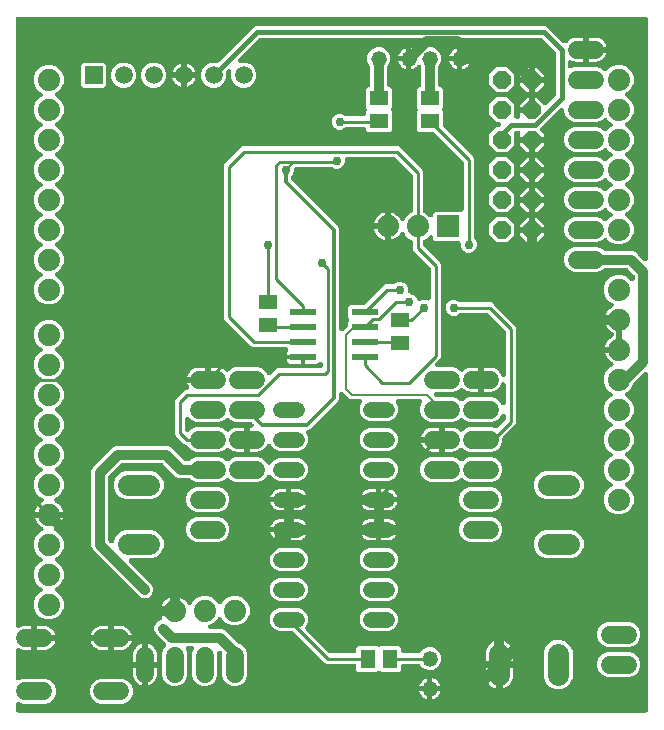
<source format=gbr>
G04 EAGLE Gerber RS-274X export*
G75*
%MOMM*%
%FSLAX34Y34*%
%LPD*%
%INTop Copper*%
%IPPOS*%
%AMOC8*
5,1,8,0,0,1.08239X$1,22.5*%
G01*
%ADD10C,1.879600*%
%ADD11C,1.790700*%
%ADD12C,1.320800*%
%ADD13C,1.524000*%
%ADD14P,1.649562X8X292.500000*%
%ADD15R,1.879600X1.879600*%
%ADD16R,1.600000X1.300000*%
%ADD17C,1.320800*%
%ADD18R,1.300000X1.600000*%
%ADD19R,2.200000X0.600000*%
%ADD20C,1.508000*%
%ADD21R,1.508000X1.508000*%
%ADD22C,0.254000*%
%ADD23C,0.812800*%
%ADD24C,0.756400*%
%ADD25C,0.406400*%
%ADD26C,0.152400*%
%ADD27C,0.304800*%

G36*
X543326Y10163D02*
X543326Y10163D01*
X543344Y10161D01*
X543526Y10182D01*
X543709Y10201D01*
X543726Y10206D01*
X543743Y10208D01*
X543918Y10265D01*
X544094Y10319D01*
X544109Y10327D01*
X544126Y10333D01*
X544286Y10423D01*
X544448Y10511D01*
X544461Y10522D01*
X544477Y10531D01*
X544616Y10651D01*
X544757Y10768D01*
X544768Y10782D01*
X544782Y10794D01*
X544894Y10939D01*
X545009Y11082D01*
X545017Y11098D01*
X545028Y11112D01*
X545110Y11277D01*
X545195Y11439D01*
X545200Y11456D01*
X545208Y11472D01*
X545255Y11651D01*
X545306Y11826D01*
X545308Y11844D01*
X545312Y11861D01*
X545339Y12192D01*
X545339Y296440D01*
X545338Y296449D01*
X545339Y296458D01*
X545318Y296652D01*
X545299Y296841D01*
X545297Y296850D01*
X545296Y296859D01*
X545237Y297043D01*
X545181Y297226D01*
X545177Y297234D01*
X545174Y297242D01*
X545081Y297411D01*
X544989Y297580D01*
X544984Y297587D01*
X544979Y297595D01*
X544855Y297742D01*
X544732Y297889D01*
X544725Y297895D01*
X544719Y297902D01*
X544567Y298021D01*
X544418Y298142D01*
X544410Y298146D01*
X544403Y298151D01*
X544230Y298239D01*
X544061Y298327D01*
X544052Y298330D01*
X544044Y298334D01*
X543858Y298386D01*
X543674Y298439D01*
X543665Y298439D01*
X543656Y298442D01*
X543463Y298456D01*
X543272Y298471D01*
X543264Y298470D01*
X543255Y298471D01*
X543062Y298447D01*
X542873Y298425D01*
X542864Y298422D01*
X542855Y298421D01*
X542673Y298359D01*
X542490Y298300D01*
X542482Y298295D01*
X542474Y298292D01*
X542307Y298196D01*
X542139Y298102D01*
X542132Y298096D01*
X542125Y298091D01*
X541872Y297877D01*
X533098Y289103D01*
X533079Y289079D01*
X533055Y289059D01*
X532951Y288924D01*
X532843Y288792D01*
X532829Y288764D01*
X532810Y288740D01*
X532658Y288444D01*
X531252Y285049D01*
X527751Y281548D01*
X527095Y281277D01*
X527087Y281272D01*
X527079Y281270D01*
X526910Y281178D01*
X526740Y281086D01*
X526733Y281081D01*
X526725Y281076D01*
X526579Y280953D01*
X526430Y280830D01*
X526424Y280823D01*
X526417Y280817D01*
X526296Y280665D01*
X526176Y280517D01*
X526172Y280509D01*
X526166Y280502D01*
X526077Y280329D01*
X525989Y280161D01*
X525986Y280152D01*
X525982Y280144D01*
X525929Y279957D01*
X525876Y279774D01*
X525875Y279766D01*
X525873Y279757D01*
X525858Y279564D01*
X525841Y279373D01*
X525842Y279364D01*
X525842Y279355D01*
X525865Y279164D01*
X525886Y278973D01*
X525889Y278965D01*
X525890Y278956D01*
X525951Y278772D01*
X526010Y278590D01*
X526014Y278582D01*
X526017Y278574D01*
X526114Y278403D01*
X526206Y278238D01*
X526212Y278232D01*
X526216Y278224D01*
X526343Y278078D01*
X526468Y277933D01*
X526475Y277927D01*
X526481Y277920D01*
X526633Y277803D01*
X526785Y277684D01*
X526793Y277680D01*
X526800Y277675D01*
X527095Y277523D01*
X527751Y277252D01*
X531252Y273751D01*
X533147Y269176D01*
X533147Y264224D01*
X531252Y259649D01*
X527751Y256148D01*
X527095Y255877D01*
X527087Y255872D01*
X527079Y255870D01*
X526910Y255778D01*
X526740Y255686D01*
X526733Y255681D01*
X526725Y255676D01*
X526579Y255553D01*
X526430Y255430D01*
X526424Y255423D01*
X526417Y255417D01*
X526296Y255265D01*
X526176Y255117D01*
X526172Y255109D01*
X526166Y255102D01*
X526077Y254929D01*
X525989Y254761D01*
X525986Y254752D01*
X525982Y254744D01*
X525930Y254558D01*
X525876Y254374D01*
X525875Y254366D01*
X525873Y254357D01*
X525858Y254165D01*
X525841Y253973D01*
X525842Y253964D01*
X525842Y253955D01*
X525865Y253764D01*
X525886Y253573D01*
X525889Y253565D01*
X525890Y253556D01*
X525951Y253372D01*
X526010Y253190D01*
X526014Y253182D01*
X526017Y253174D01*
X526114Y253003D01*
X526206Y252838D01*
X526212Y252832D01*
X526216Y252824D01*
X526343Y252678D01*
X526468Y252533D01*
X526475Y252527D01*
X526481Y252520D01*
X526633Y252403D01*
X526785Y252284D01*
X526793Y252280D01*
X526800Y252275D01*
X527095Y252123D01*
X527751Y251852D01*
X531252Y248351D01*
X533147Y243776D01*
X533147Y238824D01*
X531252Y234249D01*
X527751Y230748D01*
X527095Y230477D01*
X527087Y230472D01*
X527079Y230470D01*
X526910Y230378D01*
X526740Y230286D01*
X526733Y230281D01*
X526725Y230276D01*
X526578Y230153D01*
X526430Y230030D01*
X526424Y230023D01*
X526417Y230017D01*
X526297Y229867D01*
X526176Y229717D01*
X526172Y229710D01*
X526166Y229703D01*
X526079Y229533D01*
X525989Y229361D01*
X525986Y229352D01*
X525982Y229344D01*
X525931Y229162D01*
X525876Y228975D01*
X525875Y228965D01*
X525873Y228957D01*
X525858Y228767D01*
X525841Y228573D01*
X525842Y228564D01*
X525842Y228556D01*
X525865Y228366D01*
X525886Y228173D01*
X525889Y228165D01*
X525890Y228156D01*
X525950Y227975D01*
X526010Y227790D01*
X526014Y227782D01*
X526017Y227774D01*
X526112Y227606D01*
X526206Y227439D01*
X526212Y227432D01*
X526216Y227424D01*
X526343Y227278D01*
X526468Y227133D01*
X526475Y227127D01*
X526481Y227120D01*
X526632Y227004D01*
X526785Y226884D01*
X526793Y226880D01*
X526800Y226875D01*
X527095Y226723D01*
X527751Y226452D01*
X531252Y222951D01*
X533147Y218376D01*
X533147Y213424D01*
X531252Y208849D01*
X527751Y205348D01*
X527095Y205077D01*
X527087Y205072D01*
X527079Y205070D01*
X526910Y204978D01*
X526740Y204886D01*
X526733Y204881D01*
X526725Y204876D01*
X526578Y204753D01*
X526430Y204630D01*
X526424Y204623D01*
X526417Y204617D01*
X526297Y204467D01*
X526176Y204317D01*
X526172Y204310D01*
X526166Y204303D01*
X526079Y204133D01*
X525989Y203961D01*
X525986Y203952D01*
X525982Y203944D01*
X525931Y203762D01*
X525876Y203575D01*
X525875Y203565D01*
X525873Y203557D01*
X525858Y203367D01*
X525841Y203173D01*
X525842Y203164D01*
X525842Y203156D01*
X525865Y202966D01*
X525886Y202773D01*
X525889Y202765D01*
X525890Y202756D01*
X525950Y202575D01*
X526010Y202390D01*
X526014Y202382D01*
X526017Y202374D01*
X526112Y202206D01*
X526206Y202039D01*
X526212Y202032D01*
X526216Y202024D01*
X526343Y201878D01*
X526468Y201733D01*
X526475Y201727D01*
X526481Y201720D01*
X526632Y201604D01*
X526785Y201484D01*
X526793Y201480D01*
X526800Y201475D01*
X527095Y201323D01*
X527751Y201052D01*
X531252Y197551D01*
X533147Y192976D01*
X533147Y188024D01*
X531252Y183449D01*
X527751Y179948D01*
X523176Y178053D01*
X518224Y178053D01*
X513649Y179948D01*
X510148Y183449D01*
X508253Y188024D01*
X508253Y192976D01*
X510148Y197551D01*
X513649Y201052D01*
X514143Y201256D01*
X514305Y201323D01*
X514313Y201328D01*
X514321Y201330D01*
X514490Y201422D01*
X514660Y201514D01*
X514667Y201519D01*
X514675Y201524D01*
X514821Y201647D01*
X514970Y201770D01*
X514976Y201777D01*
X514983Y201783D01*
X515103Y201934D01*
X515224Y202083D01*
X515228Y202091D01*
X515234Y202098D01*
X515322Y202270D01*
X515411Y202439D01*
X515414Y202448D01*
X515418Y202456D01*
X515470Y202642D01*
X515524Y202826D01*
X515525Y202834D01*
X515527Y202843D01*
X515542Y203035D01*
X515559Y203227D01*
X515558Y203236D01*
X515558Y203245D01*
X515535Y203436D01*
X515514Y203627D01*
X515511Y203635D01*
X515510Y203644D01*
X515449Y203828D01*
X515390Y204010D01*
X515386Y204018D01*
X515383Y204026D01*
X515287Y204195D01*
X515194Y204362D01*
X515188Y204368D01*
X515184Y204376D01*
X515057Y204522D01*
X514932Y204667D01*
X514925Y204673D01*
X514919Y204680D01*
X514767Y204797D01*
X514615Y204916D01*
X514607Y204920D01*
X514600Y204925D01*
X514305Y205077D01*
X513649Y205348D01*
X510148Y208849D01*
X508253Y213424D01*
X508253Y218376D01*
X510148Y222951D01*
X513649Y226452D01*
X514305Y226723D01*
X514313Y226728D01*
X514321Y226730D01*
X514490Y226822D01*
X514660Y226914D01*
X514667Y226919D01*
X514675Y226924D01*
X514821Y227047D01*
X514970Y227170D01*
X514976Y227177D01*
X514983Y227183D01*
X515103Y227334D01*
X515224Y227483D01*
X515228Y227491D01*
X515234Y227498D01*
X515322Y227670D01*
X515411Y227839D01*
X515414Y227848D01*
X515418Y227856D01*
X515470Y228042D01*
X515524Y228226D01*
X515525Y228234D01*
X515527Y228243D01*
X515542Y228435D01*
X515559Y228627D01*
X515558Y228636D01*
X515558Y228645D01*
X515535Y228836D01*
X515514Y229027D01*
X515511Y229035D01*
X515510Y229044D01*
X515449Y229228D01*
X515390Y229410D01*
X515386Y229418D01*
X515383Y229426D01*
X515287Y229595D01*
X515194Y229762D01*
X515188Y229768D01*
X515184Y229776D01*
X515057Y229922D01*
X514932Y230067D01*
X514925Y230073D01*
X514919Y230080D01*
X514767Y230197D01*
X514615Y230316D01*
X514607Y230320D01*
X514600Y230325D01*
X514305Y230477D01*
X513649Y230748D01*
X510148Y234249D01*
X508253Y238824D01*
X508253Y243776D01*
X510148Y248351D01*
X513649Y251852D01*
X514305Y252123D01*
X514313Y252128D01*
X514321Y252130D01*
X514490Y252222D01*
X514660Y252314D01*
X514667Y252319D01*
X514675Y252324D01*
X514822Y252447D01*
X514970Y252570D01*
X514976Y252577D01*
X514983Y252583D01*
X515103Y252733D01*
X515224Y252883D01*
X515228Y252890D01*
X515234Y252897D01*
X515321Y253067D01*
X515411Y253239D01*
X515414Y253248D01*
X515418Y253256D01*
X515469Y253438D01*
X515524Y253625D01*
X515525Y253635D01*
X515527Y253643D01*
X515542Y253832D01*
X515559Y254027D01*
X515558Y254035D01*
X515558Y254044D01*
X515535Y254234D01*
X515514Y254427D01*
X515511Y254435D01*
X515510Y254444D01*
X515450Y254625D01*
X515390Y254810D01*
X515386Y254818D01*
X515383Y254826D01*
X515288Y254993D01*
X515194Y255161D01*
X515188Y255168D01*
X515184Y255176D01*
X515057Y255322D01*
X514932Y255467D01*
X514925Y255473D01*
X514919Y255480D01*
X514768Y255596D01*
X514615Y255716D01*
X514607Y255720D01*
X514600Y255725D01*
X514305Y255877D01*
X513649Y256148D01*
X510148Y259649D01*
X508253Y264224D01*
X508253Y269176D01*
X510148Y273751D01*
X513649Y277252D01*
X514305Y277523D01*
X514313Y277528D01*
X514321Y277530D01*
X514490Y277622D01*
X514660Y277714D01*
X514667Y277719D01*
X514675Y277724D01*
X514822Y277847D01*
X514970Y277970D01*
X514976Y277977D01*
X514983Y277983D01*
X515103Y278133D01*
X515224Y278283D01*
X515228Y278290D01*
X515234Y278297D01*
X515321Y278467D01*
X515411Y278639D01*
X515414Y278648D01*
X515418Y278656D01*
X515469Y278838D01*
X515524Y279025D01*
X515525Y279035D01*
X515527Y279043D01*
X515542Y279233D01*
X515559Y279427D01*
X515558Y279435D01*
X515558Y279444D01*
X515535Y279634D01*
X515514Y279827D01*
X515511Y279835D01*
X515510Y279844D01*
X515450Y280025D01*
X515390Y280210D01*
X515386Y280218D01*
X515383Y280226D01*
X515288Y280394D01*
X515194Y280561D01*
X515188Y280568D01*
X515184Y280576D01*
X515057Y280722D01*
X514932Y280867D01*
X514925Y280873D01*
X514919Y280880D01*
X514768Y280996D01*
X514615Y281116D01*
X514607Y281120D01*
X514600Y281125D01*
X514305Y281277D01*
X513649Y281548D01*
X510148Y285049D01*
X508253Y289624D01*
X508253Y294576D01*
X510148Y299151D01*
X513649Y302652D01*
X514052Y302819D01*
X514053Y302819D01*
X515036Y303226D01*
X515152Y303288D01*
X515271Y303342D01*
X515329Y303383D01*
X515391Y303416D01*
X515492Y303500D01*
X515598Y303576D01*
X515647Y303628D01*
X515702Y303673D01*
X515784Y303774D01*
X515873Y303870D01*
X515911Y303930D01*
X515955Y303986D01*
X516016Y304101D01*
X516085Y304213D01*
X516110Y304279D01*
X516142Y304342D01*
X516179Y304467D01*
X516225Y304590D01*
X516236Y304660D01*
X516256Y304728D01*
X516267Y304859D01*
X516287Y304988D01*
X516284Y305059D01*
X516290Y305130D01*
X516276Y305259D01*
X516270Y305390D01*
X516253Y305459D01*
X516245Y305530D01*
X516205Y305654D01*
X516174Y305781D01*
X516144Y305846D01*
X516122Y305913D01*
X516058Y306027D01*
X516002Y306146D01*
X515960Y306203D01*
X515925Y306264D01*
X515840Y306364D01*
X515762Y306469D01*
X515710Y306516D01*
X515664Y306570D01*
X515560Y306651D01*
X515464Y306739D01*
X515394Y306782D01*
X515347Y306819D01*
X515278Y306853D01*
X515181Y306913D01*
X514443Y307289D01*
X512922Y308394D01*
X511594Y309722D01*
X510489Y311243D01*
X509636Y312917D01*
X509055Y314704D01*
X509015Y314961D01*
X520192Y314961D01*
X520210Y314962D01*
X520227Y314961D01*
X520410Y314982D01*
X520592Y315001D01*
X520609Y315006D01*
X520627Y315008D01*
X520802Y315065D01*
X520977Y315119D01*
X520993Y315127D01*
X521010Y315133D01*
X521170Y315223D01*
X521331Y315310D01*
X521345Y315322D01*
X521361Y315331D01*
X521500Y315451D01*
X521641Y315568D01*
X521652Y315582D01*
X521665Y315594D01*
X521778Y315739D01*
X521893Y315882D01*
X521901Y315898D01*
X521912Y315912D01*
X521994Y316077D01*
X522034Y316153D01*
X522186Y316239D01*
X522348Y316327D01*
X522361Y316338D01*
X522377Y316347D01*
X522516Y316467D01*
X522657Y316585D01*
X522668Y316598D01*
X522682Y316610D01*
X522794Y316755D01*
X522909Y316898D01*
X522917Y316914D01*
X522928Y316928D01*
X523010Y317093D01*
X523095Y317256D01*
X523100Y317273D01*
X523108Y317289D01*
X523155Y317467D01*
X523206Y317642D01*
X523208Y317660D01*
X523212Y317677D01*
X523239Y318008D01*
X523239Y342392D01*
X523237Y342410D01*
X523239Y342427D01*
X523218Y342610D01*
X523199Y342792D01*
X523194Y342809D01*
X523192Y342827D01*
X523135Y343002D01*
X523081Y343177D01*
X523073Y343193D01*
X523067Y343210D01*
X522977Y343370D01*
X522889Y343531D01*
X522878Y343545D01*
X522869Y343561D01*
X522749Y343700D01*
X522632Y343841D01*
X522618Y343852D01*
X522606Y343865D01*
X522461Y343978D01*
X522318Y344093D01*
X522302Y344101D01*
X522288Y344112D01*
X522123Y344194D01*
X522047Y344234D01*
X521961Y344386D01*
X521873Y344548D01*
X521862Y344561D01*
X521853Y344577D01*
X521733Y344716D01*
X521615Y344857D01*
X521602Y344868D01*
X521590Y344882D01*
X521445Y344994D01*
X521302Y345109D01*
X521286Y345117D01*
X521272Y345128D01*
X521107Y345210D01*
X520944Y345295D01*
X520927Y345300D01*
X520911Y345308D01*
X520733Y345355D01*
X520558Y345406D01*
X520540Y345408D01*
X520523Y345412D01*
X520192Y345439D01*
X509015Y345439D01*
X509055Y345696D01*
X509636Y347483D01*
X510489Y349157D01*
X511594Y350678D01*
X512922Y352006D01*
X514443Y353111D01*
X515181Y353487D01*
X515291Y353558D01*
X515406Y353621D01*
X515460Y353666D01*
X515520Y353705D01*
X515614Y353796D01*
X515714Y353880D01*
X515758Y353935D01*
X515809Y353985D01*
X515884Y354092D01*
X515965Y354195D01*
X515997Y354258D01*
X516038Y354316D01*
X516089Y354437D01*
X516149Y354553D01*
X516168Y354621D01*
X516196Y354686D01*
X516223Y354814D01*
X516259Y354940D01*
X516264Y355011D01*
X516279Y355080D01*
X516280Y355211D01*
X516290Y355341D01*
X516281Y355412D01*
X516282Y355483D01*
X516257Y355612D01*
X516241Y355741D01*
X516219Y355808D01*
X516205Y355878D01*
X516156Y356000D01*
X516115Y356123D01*
X516080Y356185D01*
X516053Y356251D01*
X515980Y356360D01*
X515915Y356473D01*
X515869Y356527D01*
X515829Y356586D01*
X515737Y356678D01*
X515651Y356777D01*
X515594Y356820D01*
X515544Y356870D01*
X515435Y356942D01*
X515332Y357022D01*
X515259Y357060D01*
X515209Y357093D01*
X515138Y357121D01*
X515036Y357174D01*
X513649Y357748D01*
X510148Y361249D01*
X508253Y365824D01*
X508253Y370776D01*
X510148Y375351D01*
X513649Y378852D01*
X518224Y380747D01*
X523176Y380747D01*
X527751Y378852D01*
X530696Y375907D01*
X530703Y375901D01*
X530708Y375894D01*
X530858Y375774D01*
X531007Y375652D01*
X531015Y375647D01*
X531022Y375642D01*
X531192Y375553D01*
X531363Y375463D01*
X531372Y375460D01*
X531379Y375456D01*
X531564Y375403D01*
X531749Y375348D01*
X531758Y375347D01*
X531766Y375345D01*
X531957Y375329D01*
X532150Y375312D01*
X532159Y375313D01*
X532168Y375312D01*
X532357Y375334D01*
X532550Y375355D01*
X532559Y375358D01*
X532567Y375359D01*
X532749Y375418D01*
X532934Y375477D01*
X532942Y375481D01*
X532950Y375484D01*
X533119Y375579D01*
X533286Y375672D01*
X533293Y375677D01*
X533301Y375682D01*
X533447Y375808D01*
X533593Y375932D01*
X533599Y375939D01*
X533606Y375945D01*
X533723Y376096D01*
X533843Y376248D01*
X533847Y376256D01*
X533852Y376263D01*
X533938Y376435D01*
X534025Y376607D01*
X534028Y376615D01*
X534032Y376623D01*
X534082Y376809D01*
X534133Y376995D01*
X534134Y377004D01*
X534136Y377012D01*
X534163Y377343D01*
X534163Y379496D01*
X534161Y379523D01*
X534163Y379550D01*
X534141Y379724D01*
X534123Y379897D01*
X534116Y379923D01*
X534112Y379949D01*
X534057Y380115D01*
X534005Y380282D01*
X533992Y380306D01*
X533984Y380331D01*
X533897Y380483D01*
X533813Y380636D01*
X533796Y380656D01*
X533783Y380680D01*
X533568Y380933D01*
X528509Y385992D01*
X528488Y386009D01*
X528471Y386030D01*
X528333Y386137D01*
X528197Y386247D01*
X528174Y386260D01*
X528152Y386276D01*
X527996Y386354D01*
X527842Y386436D01*
X527816Y386444D01*
X527792Y386456D01*
X527623Y386501D01*
X527456Y386551D01*
X527429Y386553D01*
X527403Y386560D01*
X527072Y386587D01*
X509197Y386587D01*
X509170Y386585D01*
X509143Y386587D01*
X508969Y386565D01*
X508796Y386547D01*
X508770Y386540D01*
X508744Y386536D01*
X508578Y386481D01*
X508411Y386429D01*
X508387Y386416D01*
X508362Y386408D01*
X508210Y386321D01*
X508057Y386237D01*
X508036Y386220D01*
X508013Y386207D01*
X507760Y385992D01*
X506423Y384655D01*
X502502Y383031D01*
X483018Y383031D01*
X479097Y384655D01*
X476095Y387657D01*
X474471Y391578D01*
X474471Y395822D01*
X476095Y399743D01*
X479097Y402745D01*
X483018Y404369D01*
X502502Y404369D01*
X506423Y402745D01*
X507760Y401408D01*
X507781Y401391D01*
X507798Y401370D01*
X507936Y401263D01*
X508072Y401153D01*
X508095Y401140D01*
X508116Y401124D01*
X508273Y401046D01*
X508427Y400964D01*
X508453Y400956D01*
X508477Y400944D01*
X508646Y400899D01*
X508813Y400849D01*
X508840Y400847D01*
X508866Y400840D01*
X509197Y400813D01*
X532275Y400813D01*
X534889Y399730D01*
X537176Y397443D01*
X541872Y392747D01*
X541879Y392742D01*
X541884Y392735D01*
X542034Y392614D01*
X542183Y392492D01*
X542191Y392488D01*
X542198Y392482D01*
X542368Y392394D01*
X542539Y392304D01*
X542548Y392301D01*
X542555Y392297D01*
X542740Y392244D01*
X542925Y392189D01*
X542934Y392188D01*
X542942Y392185D01*
X543134Y392170D01*
X543326Y392152D01*
X543335Y392153D01*
X543344Y392153D01*
X543533Y392175D01*
X543726Y392196D01*
X543735Y392198D01*
X543743Y392199D01*
X543925Y392259D01*
X544110Y392317D01*
X544118Y392322D01*
X544126Y392324D01*
X544295Y392419D01*
X544462Y392512D01*
X544469Y392518D01*
X544477Y392522D01*
X544623Y392648D01*
X544769Y392773D01*
X544775Y392780D01*
X544782Y392785D01*
X544899Y392937D01*
X545019Y393088D01*
X545023Y393096D01*
X545028Y393103D01*
X545114Y393276D01*
X545201Y393447D01*
X545204Y393456D01*
X545208Y393464D01*
X545258Y393650D01*
X545309Y393835D01*
X545310Y393844D01*
X545312Y393853D01*
X545339Y394184D01*
X545339Y597308D01*
X545337Y597326D01*
X545339Y597344D01*
X545318Y597526D01*
X545299Y597709D01*
X545294Y597726D01*
X545292Y597743D01*
X545235Y597918D01*
X545181Y598094D01*
X545173Y598109D01*
X545167Y598126D01*
X545077Y598286D01*
X544989Y598448D01*
X544978Y598461D01*
X544969Y598477D01*
X544849Y598616D01*
X544732Y598757D01*
X544718Y598768D01*
X544706Y598782D01*
X544561Y598894D01*
X544418Y599009D01*
X544402Y599017D01*
X544388Y599028D01*
X544223Y599110D01*
X544061Y599195D01*
X544044Y599200D01*
X544028Y599208D01*
X543849Y599255D01*
X543674Y599306D01*
X543656Y599308D01*
X543639Y599312D01*
X543308Y599339D01*
X12192Y599339D01*
X12174Y599337D01*
X12156Y599339D01*
X11974Y599318D01*
X11791Y599299D01*
X11774Y599294D01*
X11757Y599292D01*
X11582Y599235D01*
X11406Y599181D01*
X11391Y599173D01*
X11374Y599167D01*
X11214Y599077D01*
X11052Y598989D01*
X11039Y598978D01*
X11023Y598969D01*
X10884Y598849D01*
X10743Y598732D01*
X10732Y598718D01*
X10718Y598706D01*
X10606Y598561D01*
X10491Y598418D01*
X10483Y598402D01*
X10472Y598388D01*
X10390Y598223D01*
X10305Y598061D01*
X10300Y598044D01*
X10292Y598028D01*
X10245Y597849D01*
X10194Y597674D01*
X10192Y597656D01*
X10188Y597639D01*
X10161Y597308D01*
X10161Y83983D01*
X10170Y83890D01*
X10169Y83797D01*
X10190Y83691D01*
X10201Y83583D01*
X10228Y83493D01*
X10246Y83402D01*
X10287Y83302D01*
X10319Y83198D01*
X10363Y83116D01*
X10399Y83030D01*
X10459Y82939D01*
X10511Y82844D01*
X10570Y82772D01*
X10622Y82695D01*
X10699Y82618D01*
X10768Y82534D01*
X10841Y82476D01*
X10907Y82410D01*
X10997Y82350D01*
X11082Y82282D01*
X11165Y82239D01*
X11242Y82188D01*
X11343Y82147D01*
X11439Y82097D01*
X11529Y82071D01*
X11615Y82036D01*
X11722Y82015D01*
X11826Y81985D01*
X11919Y81978D01*
X12011Y81960D01*
X12119Y81961D01*
X12228Y81952D01*
X12320Y81963D01*
X12413Y81964D01*
X12520Y81987D01*
X12627Y81999D01*
X12716Y82028D01*
X12807Y82047D01*
X12931Y82098D01*
X13010Y82124D01*
X13053Y82149D01*
X13114Y82173D01*
X14387Y82822D01*
X15909Y83317D01*
X17488Y83567D01*
X23369Y83567D01*
X23369Y73914D01*
X23370Y73896D01*
X23369Y73879D01*
X23390Y73696D01*
X23409Y73514D01*
X23414Y73497D01*
X23416Y73479D01*
X23441Y73401D01*
X23402Y73264D01*
X23400Y73246D01*
X23396Y73229D01*
X23369Y72898D01*
X23369Y63245D01*
X17488Y63245D01*
X15909Y63495D01*
X14387Y63990D01*
X13114Y64639D01*
X13027Y64672D01*
X12945Y64715D01*
X12840Y64745D01*
X12739Y64785D01*
X12647Y64801D01*
X12558Y64827D01*
X12449Y64836D01*
X12343Y64854D01*
X12249Y64852D01*
X12156Y64860D01*
X12049Y64847D01*
X11940Y64844D01*
X11849Y64824D01*
X11757Y64813D01*
X11653Y64779D01*
X11547Y64755D01*
X11463Y64717D01*
X11374Y64688D01*
X11279Y64635D01*
X11180Y64590D01*
X11104Y64536D01*
X11023Y64490D01*
X10941Y64419D01*
X10853Y64356D01*
X10789Y64288D01*
X10718Y64227D01*
X10652Y64141D01*
X10578Y64062D01*
X10529Y63982D01*
X10472Y63909D01*
X10423Y63811D01*
X10366Y63719D01*
X10334Y63632D01*
X10292Y63548D01*
X10264Y63443D01*
X10227Y63342D01*
X10212Y63250D01*
X10188Y63159D01*
X10177Y63026D01*
X10164Y62944D01*
X10166Y62894D01*
X10161Y62829D01*
X10161Y39415D01*
X10162Y39402D01*
X10161Y39389D01*
X10182Y39202D01*
X10201Y39015D01*
X10205Y39002D01*
X10206Y38989D01*
X10264Y38808D01*
X10319Y38630D01*
X10325Y38618D01*
X10329Y38605D01*
X10421Y38441D01*
X10511Y38276D01*
X10519Y38265D01*
X10526Y38254D01*
X10648Y38111D01*
X10768Y37966D01*
X10779Y37958D01*
X10787Y37948D01*
X10936Y37832D01*
X11082Y37714D01*
X11094Y37708D01*
X11104Y37700D01*
X11273Y37615D01*
X11439Y37529D01*
X11452Y37525D01*
X11464Y37519D01*
X11645Y37469D01*
X11826Y37417D01*
X11840Y37416D01*
X11853Y37413D01*
X12041Y37400D01*
X12228Y37384D01*
X12241Y37386D01*
X12254Y37385D01*
X12442Y37410D01*
X12627Y37431D01*
X12640Y37435D01*
X12653Y37437D01*
X12969Y37539D01*
X16166Y38863D01*
X35650Y38863D01*
X39571Y37239D01*
X42573Y34237D01*
X44197Y30316D01*
X44197Y26072D01*
X42573Y22151D01*
X39571Y19149D01*
X35650Y17525D01*
X16166Y17525D01*
X12969Y18849D01*
X12956Y18853D01*
X12945Y18859D01*
X12765Y18911D01*
X12584Y18966D01*
X12571Y18967D01*
X12558Y18971D01*
X12370Y18986D01*
X12183Y19004D01*
X12170Y19003D01*
X12156Y19004D01*
X11970Y18982D01*
X11783Y18962D01*
X11770Y18958D01*
X11757Y18957D01*
X11578Y18899D01*
X11398Y18842D01*
X11387Y18836D01*
X11374Y18832D01*
X11210Y18740D01*
X11045Y18649D01*
X11035Y18641D01*
X11023Y18634D01*
X10881Y18512D01*
X10737Y18390D01*
X10729Y18380D01*
X10718Y18371D01*
X10604Y18223D01*
X10486Y18075D01*
X10480Y18063D01*
X10472Y18053D01*
X10388Y17884D01*
X10302Y17717D01*
X10298Y17704D01*
X10292Y17692D01*
X10243Y17509D01*
X10192Y17330D01*
X10191Y17316D01*
X10188Y17303D01*
X10161Y16973D01*
X10161Y12192D01*
X10163Y12174D01*
X10161Y12156D01*
X10182Y11974D01*
X10201Y11791D01*
X10206Y11774D01*
X10208Y11757D01*
X10265Y11582D01*
X10319Y11406D01*
X10327Y11391D01*
X10333Y11374D01*
X10423Y11214D01*
X10511Y11052D01*
X10522Y11039D01*
X10531Y11023D01*
X10651Y10884D01*
X10768Y10743D01*
X10782Y10732D01*
X10794Y10718D01*
X10939Y10606D01*
X11082Y10491D01*
X11098Y10483D01*
X11112Y10472D01*
X11277Y10390D01*
X11439Y10305D01*
X11456Y10300D01*
X11472Y10292D01*
X11651Y10245D01*
X11826Y10194D01*
X11844Y10192D01*
X11861Y10188D01*
X12192Y10161D01*
X543308Y10161D01*
X543326Y10163D01*
G37*
%LPC*%
G36*
X162978Y230631D02*
X162978Y230631D01*
X159057Y232255D01*
X156055Y235257D01*
X155861Y235727D01*
X155850Y235747D01*
X155843Y235768D01*
X155755Y235925D01*
X155670Y236082D01*
X155656Y236099D01*
X155645Y236119D01*
X155528Y236255D01*
X155414Y236393D01*
X155397Y236407D01*
X155382Y236424D01*
X155241Y236533D01*
X155101Y236646D01*
X155082Y236657D01*
X155064Y236670D01*
X154903Y236750D01*
X154745Y236833D01*
X154723Y236840D01*
X154703Y236850D01*
X154530Y236896D01*
X154358Y236946D01*
X154336Y236948D01*
X154315Y236954D01*
X154105Y236971D01*
X152494Y237639D01*
X145432Y244700D01*
X144775Y246287D01*
X144775Y274413D01*
X145432Y276000D01*
X152240Y282807D01*
X153827Y283465D01*
X154828Y283465D01*
X154879Y283470D01*
X154930Y283467D01*
X155079Y283490D01*
X155229Y283505D01*
X155278Y283520D01*
X155328Y283527D01*
X155470Y283579D01*
X155614Y283623D01*
X155659Y283647D01*
X155707Y283665D01*
X155835Y283743D01*
X155968Y283815D01*
X156007Y283847D01*
X156051Y283874D01*
X156161Y283976D01*
X156277Y284072D01*
X156309Y284112D01*
X156347Y284147D01*
X156435Y284269D01*
X156529Y284386D01*
X156553Y284431D01*
X156583Y284473D01*
X156645Y284610D01*
X156715Y284743D01*
X156729Y284793D01*
X156750Y284839D01*
X156784Y284986D01*
X156826Y285130D01*
X156830Y285181D01*
X156842Y285231D01*
X156847Y285381D01*
X156859Y285532D01*
X156853Y285582D01*
X156855Y285634D01*
X156830Y285782D01*
X156812Y285931D01*
X156796Y285980D01*
X156788Y286031D01*
X156734Y286171D01*
X156687Y286314D01*
X156662Y286359D01*
X156644Y286407D01*
X156524Y286604D01*
X156489Y286665D01*
X156480Y286675D01*
X156471Y286690D01*
X156410Y286775D01*
X155684Y288200D01*
X155241Y289561D01*
X172212Y289561D01*
X172230Y289562D01*
X172247Y289561D01*
X172430Y289582D01*
X172612Y289601D01*
X172629Y289606D01*
X172647Y289608D01*
X172822Y289665D01*
X172997Y289719D01*
X173013Y289727D01*
X173030Y289733D01*
X173190Y289823D01*
X173351Y289910D01*
X173365Y289922D01*
X173381Y289931D01*
X173520Y290051D01*
X173661Y290168D01*
X173672Y290182D01*
X173685Y290194D01*
X173798Y290339D01*
X173913Y290482D01*
X173921Y290498D01*
X173932Y290512D01*
X174014Y290677D01*
X174054Y290753D01*
X174206Y290839D01*
X174368Y290927D01*
X174381Y290938D01*
X174397Y290947D01*
X174536Y291067D01*
X174677Y291185D01*
X174688Y291198D01*
X174702Y291210D01*
X174814Y291355D01*
X174929Y291498D01*
X174937Y291514D01*
X174948Y291528D01*
X175030Y291693D01*
X175115Y291856D01*
X175120Y291873D01*
X175128Y291889D01*
X175175Y292067D01*
X175226Y292242D01*
X175228Y292260D01*
X175232Y292277D01*
X175259Y292608D01*
X175259Y302261D01*
X181140Y302261D01*
X182719Y302011D01*
X184240Y301516D01*
X185665Y300790D01*
X186959Y299850D01*
X187434Y299375D01*
X187448Y299364D01*
X187460Y299350D01*
X187604Y299236D01*
X187746Y299120D01*
X187762Y299112D01*
X187776Y299100D01*
X187940Y299017D01*
X188102Y298931D01*
X188119Y298926D01*
X188135Y298918D01*
X188311Y298869D01*
X188488Y298816D01*
X188505Y298815D01*
X188523Y298810D01*
X188705Y298797D01*
X188888Y298780D01*
X188906Y298782D01*
X188924Y298781D01*
X189106Y298804D01*
X189289Y298823D01*
X189306Y298829D01*
X189324Y298831D01*
X189498Y298890D01*
X189673Y298945D01*
X189688Y298954D01*
X189705Y298959D01*
X189865Y299051D01*
X190025Y299140D01*
X190039Y299151D01*
X190054Y299160D01*
X190307Y299375D01*
X192077Y301145D01*
X195998Y302769D01*
X215482Y302769D01*
X219403Y301145D01*
X222405Y298143D01*
X222887Y296979D01*
X222893Y296967D01*
X222897Y296954D01*
X222988Y296790D01*
X223077Y296624D01*
X223086Y296614D01*
X223092Y296602D01*
X223214Y296458D01*
X223333Y296314D01*
X223344Y296305D01*
X223353Y296295D01*
X223500Y296179D01*
X223646Y296060D01*
X223658Y296054D01*
X223668Y296045D01*
X223837Y295959D01*
X224003Y295873D01*
X224015Y295869D01*
X224027Y295863D01*
X224209Y295812D01*
X224389Y295760D01*
X224402Y295759D01*
X224415Y295755D01*
X224604Y295741D01*
X224790Y295725D01*
X224803Y295727D01*
X224817Y295726D01*
X225005Y295749D01*
X225190Y295770D01*
X225203Y295774D01*
X225216Y295776D01*
X225395Y295836D01*
X225574Y295893D01*
X225585Y295900D01*
X225598Y295904D01*
X225761Y295998D01*
X225925Y296090D01*
X225935Y296098D01*
X225947Y296105D01*
X226200Y296320D01*
X230721Y300841D01*
X232309Y301499D01*
X267970Y301499D01*
X267988Y301501D01*
X268006Y301499D01*
X268188Y301520D01*
X268371Y301539D01*
X268388Y301544D01*
X268405Y301546D01*
X268580Y301603D01*
X268756Y301657D01*
X268771Y301665D01*
X268788Y301671D01*
X268948Y301761D01*
X269110Y301849D01*
X269123Y301860D01*
X269139Y301869D01*
X269278Y301989D01*
X269419Y302106D01*
X269430Y302120D01*
X269444Y302132D01*
X269556Y302277D01*
X269671Y302420D01*
X269679Y302436D01*
X269690Y302450D01*
X269772Y302615D01*
X269857Y302777D01*
X269862Y302794D01*
X269870Y302810D01*
X269917Y302989D01*
X269968Y303164D01*
X269970Y303182D01*
X269974Y303199D01*
X270001Y303530D01*
X270001Y305254D01*
X270000Y305263D01*
X270001Y305272D01*
X269981Y305460D01*
X269961Y305655D01*
X269959Y305663D01*
X269958Y305672D01*
X269900Y305856D01*
X269843Y306040D01*
X269839Y306048D01*
X269836Y306056D01*
X269744Y306224D01*
X269651Y306394D01*
X269646Y306401D01*
X269641Y306409D01*
X269517Y306555D01*
X269394Y306703D01*
X269387Y306709D01*
X269381Y306716D01*
X269229Y306836D01*
X269080Y306955D01*
X269072Y306960D01*
X269065Y306965D01*
X268892Y307053D01*
X268723Y307141D01*
X268714Y307143D01*
X268706Y307147D01*
X268521Y307199D01*
X268336Y307252D01*
X268327Y307253D01*
X268318Y307255D01*
X268126Y307270D01*
X267934Y307285D01*
X267926Y307284D01*
X267917Y307285D01*
X267725Y307261D01*
X267535Y307238D01*
X267526Y307236D01*
X267517Y307234D01*
X267335Y307173D01*
X267152Y307113D01*
X267144Y307109D01*
X267136Y307106D01*
X266968Y307010D01*
X266801Y306916D01*
X266794Y306910D01*
X266787Y306905D01*
X266534Y306691D01*
X265960Y306117D01*
X265381Y305782D01*
X264735Y305609D01*
X255431Y305609D01*
X255431Y311150D01*
X255430Y311167D01*
X255431Y311185D01*
X255410Y311368D01*
X255391Y311550D01*
X255386Y311567D01*
X255384Y311585D01*
X255327Y311760D01*
X255273Y311935D01*
X255265Y311951D01*
X255259Y311968D01*
X255169Y312128D01*
X255082Y312289D01*
X255070Y312303D01*
X255061Y312318D01*
X254941Y312458D01*
X254824Y312598D01*
X254824Y312599D01*
X254823Y312599D01*
X254810Y312610D01*
X254798Y312623D01*
X254798Y312624D01*
X254653Y312736D01*
X254510Y312851D01*
X254494Y312860D01*
X254480Y312870D01*
X254315Y312952D01*
X254152Y313037D01*
X254135Y313042D01*
X254119Y313050D01*
X253941Y313098D01*
X253765Y313148D01*
X253748Y313150D01*
X253730Y313154D01*
X253400Y313181D01*
X239859Y313181D01*
X239859Y314485D01*
X240032Y315131D01*
X240369Y315714D01*
X240373Y315718D01*
X240386Y315730D01*
X240500Y315874D01*
X240616Y316016D01*
X240625Y316032D01*
X240636Y316046D01*
X240719Y316210D01*
X240805Y316372D01*
X240810Y316389D01*
X240818Y316405D01*
X240867Y316580D01*
X240920Y316757D01*
X240921Y316775D01*
X240926Y316793D01*
X240940Y316975D01*
X240956Y317158D01*
X240954Y317176D01*
X240956Y317194D01*
X240933Y317376D01*
X240913Y317559D01*
X240907Y317576D01*
X240905Y317594D01*
X240847Y317767D01*
X240791Y317943D01*
X240783Y317958D01*
X240777Y317975D01*
X240685Y318134D01*
X240597Y318295D01*
X240585Y318309D01*
X240576Y318324D01*
X240361Y318577D01*
X240002Y318936D01*
X239981Y318953D01*
X239964Y318974D01*
X239826Y319081D01*
X239691Y319191D01*
X239667Y319204D01*
X239646Y319220D01*
X239489Y319298D01*
X239335Y319380D01*
X239309Y319388D01*
X239285Y319400D01*
X239116Y319445D01*
X238949Y319495D01*
X238922Y319497D01*
X238897Y319504D01*
X238566Y319531D01*
X211231Y319531D01*
X209644Y320189D01*
X186839Y342994D01*
X186181Y344581D01*
X186181Y473299D01*
X186839Y474886D01*
X200754Y488801D01*
X202341Y489459D01*
X333599Y489459D01*
X335186Y488801D01*
X354181Y469806D01*
X354839Y468219D01*
X354839Y434831D01*
X354841Y434808D01*
X354839Y434786D01*
X354861Y434609D01*
X354879Y434430D01*
X354885Y434409D01*
X354888Y434386D01*
X354944Y434217D01*
X354997Y434045D01*
X355007Y434025D01*
X355014Y434004D01*
X355103Y433849D01*
X355189Y433691D01*
X355203Y433674D01*
X355214Y433655D01*
X355331Y433520D01*
X355446Y433382D01*
X355464Y433368D01*
X355478Y433351D01*
X355620Y433242D01*
X355760Y433129D01*
X355780Y433119D01*
X355798Y433106D01*
X356093Y432954D01*
X357571Y432342D01*
X360006Y429907D01*
X360013Y429901D01*
X360018Y429894D01*
X360168Y429774D01*
X360317Y429652D01*
X360325Y429647D01*
X360332Y429642D01*
X360502Y429553D01*
X360673Y429463D01*
X360682Y429460D01*
X360689Y429456D01*
X360874Y429403D01*
X361059Y429348D01*
X361068Y429347D01*
X361076Y429345D01*
X361267Y429329D01*
X361460Y429312D01*
X361469Y429313D01*
X361478Y429312D01*
X361667Y429334D01*
X361860Y429355D01*
X361869Y429358D01*
X361877Y429359D01*
X362059Y429418D01*
X362244Y429477D01*
X362252Y429481D01*
X362260Y429484D01*
X362429Y429579D01*
X362596Y429672D01*
X362603Y429677D01*
X362611Y429682D01*
X362757Y429808D01*
X362903Y429932D01*
X362909Y429939D01*
X362916Y429945D01*
X363033Y430096D01*
X363153Y430248D01*
X363157Y430256D01*
X363162Y430263D01*
X363248Y430435D01*
X363335Y430607D01*
X363338Y430615D01*
X363342Y430623D01*
X363392Y430809D01*
X363443Y430995D01*
X363444Y431004D01*
X363446Y431012D01*
X363473Y431343D01*
X363473Y432451D01*
X365259Y434237D01*
X387350Y434237D01*
X387368Y434239D01*
X387386Y434237D01*
X387568Y434258D01*
X387751Y434277D01*
X387768Y434282D01*
X387785Y434284D01*
X387960Y434341D01*
X388136Y434395D01*
X388151Y434403D01*
X388168Y434409D01*
X388328Y434499D01*
X388490Y434587D01*
X388503Y434598D01*
X388519Y434607D01*
X388658Y434727D01*
X388799Y434844D01*
X388810Y434858D01*
X388824Y434870D01*
X388936Y435015D01*
X389051Y435158D01*
X389059Y435174D01*
X389070Y435188D01*
X389152Y435353D01*
X389237Y435515D01*
X389242Y435532D01*
X389250Y435548D01*
X389297Y435727D01*
X389348Y435902D01*
X389350Y435920D01*
X389354Y435937D01*
X389381Y436268D01*
X389381Y475550D01*
X389379Y475576D01*
X389381Y475603D01*
X389359Y475777D01*
X389341Y475950D01*
X389334Y475976D01*
X389330Y476002D01*
X389275Y476168D01*
X389223Y476335D01*
X389210Y476359D01*
X389202Y476384D01*
X389115Y476536D01*
X389031Y476689D01*
X389014Y476710D01*
X389001Y476733D01*
X388786Y476986D01*
X364716Y501056D01*
X364695Y501073D01*
X364678Y501094D01*
X364540Y501201D01*
X364405Y501311D01*
X364381Y501324D01*
X364360Y501340D01*
X364203Y501418D01*
X364049Y501500D01*
X364023Y501508D01*
X363999Y501520D01*
X363830Y501565D01*
X363663Y501615D01*
X363636Y501617D01*
X363610Y501624D01*
X363280Y501651D01*
X351417Y501651D01*
X349631Y503437D01*
X349631Y518963D01*
X349932Y519264D01*
X349943Y519278D01*
X349957Y519289D01*
X350071Y519433D01*
X350187Y519575D01*
X350196Y519591D01*
X350207Y519605D01*
X350290Y519769D01*
X350376Y519931D01*
X350381Y519948D01*
X350389Y519964D01*
X350438Y520141D01*
X350491Y520317D01*
X350492Y520335D01*
X350497Y520352D01*
X350510Y520535D01*
X350527Y520718D01*
X350525Y520736D01*
X350526Y520753D01*
X350503Y520935D01*
X350484Y521118D01*
X350478Y521135D01*
X350476Y521153D01*
X350418Y521326D01*
X350362Y521502D01*
X350353Y521518D01*
X350348Y521534D01*
X350256Y521694D01*
X350167Y521854D01*
X350156Y521868D01*
X350147Y521883D01*
X349932Y522136D01*
X349631Y522437D01*
X349631Y537963D01*
X351417Y539749D01*
X351536Y539749D01*
X351554Y539751D01*
X351572Y539749D01*
X351754Y539770D01*
X351937Y539789D01*
X351954Y539794D01*
X351971Y539796D01*
X352146Y539853D01*
X352322Y539907D01*
X352337Y539915D01*
X352354Y539921D01*
X352514Y540011D01*
X352676Y540099D01*
X352689Y540110D01*
X352705Y540119D01*
X352844Y540239D01*
X352985Y540356D01*
X352996Y540370D01*
X353010Y540382D01*
X353122Y540527D01*
X353237Y540670D01*
X353245Y540686D01*
X353256Y540700D01*
X353338Y540865D01*
X353423Y541027D01*
X353428Y541044D01*
X353436Y541060D01*
X353483Y541239D01*
X353534Y541414D01*
X353536Y541432D01*
X353540Y541449D01*
X353567Y541780D01*
X353567Y556500D01*
X353565Y556527D01*
X353567Y556554D01*
X353545Y556728D01*
X353527Y556901D01*
X353520Y556926D01*
X353516Y556953D01*
X353461Y557119D01*
X353409Y557286D01*
X353396Y557309D01*
X353388Y557335D01*
X353301Y557486D01*
X353217Y557640D01*
X353200Y557660D01*
X353187Y557684D01*
X352972Y557937D01*
X352866Y558043D01*
X352727Y558157D01*
X352591Y558273D01*
X352572Y558284D01*
X352555Y558298D01*
X352396Y558382D01*
X352239Y558470D01*
X352218Y558476D01*
X352199Y558487D01*
X352027Y558538D01*
X351856Y558593D01*
X351834Y558595D01*
X351813Y558601D01*
X351634Y558618D01*
X351456Y558638D01*
X351434Y558636D01*
X351412Y558638D01*
X351233Y558618D01*
X351055Y558603D01*
X351034Y558597D01*
X351012Y558594D01*
X350841Y558540D01*
X350668Y558490D01*
X350649Y558479D01*
X350628Y558473D01*
X350471Y558386D01*
X350312Y558303D01*
X350295Y558289D01*
X350276Y558278D01*
X350247Y558253D01*
X350241Y558250D01*
X350099Y558130D01*
X349999Y558049D01*
X349988Y558035D01*
X349979Y558026D01*
X349969Y558018D01*
X349963Y558010D01*
X348857Y556905D01*
X347693Y556059D01*
X346410Y555405D01*
X345041Y554960D01*
X344931Y554943D01*
X344931Y563880D01*
X344931Y572817D01*
X345041Y572800D01*
X346410Y572355D01*
X347693Y571701D01*
X348857Y570855D01*
X349988Y569724D01*
X349999Y569715D01*
X350019Y569692D01*
X350036Y569679D01*
X350051Y569662D01*
X350194Y569554D01*
X350265Y569498D01*
X350300Y569469D01*
X350304Y569467D01*
X350335Y569443D01*
X350354Y569433D01*
X350372Y569419D01*
X350533Y569342D01*
X350694Y569260D01*
X350715Y569254D01*
X350735Y569245D01*
X350908Y569201D01*
X351082Y569152D01*
X351104Y569151D01*
X351125Y569145D01*
X351304Y569136D01*
X351483Y569123D01*
X351505Y569126D01*
X351527Y569125D01*
X351704Y569151D01*
X351883Y569173D01*
X351903Y569180D01*
X351925Y569184D01*
X352094Y569244D01*
X352264Y569302D01*
X352283Y569312D01*
X352304Y569320D01*
X352458Y569413D01*
X352613Y569502D01*
X352632Y569518D01*
X352648Y569528D01*
X352707Y569582D01*
X352866Y569717D01*
X355212Y572063D01*
X357413Y572975D01*
X357414Y572975D01*
X358760Y573533D01*
X362600Y573533D01*
X366148Y572063D01*
X368863Y569348D01*
X370333Y565800D01*
X370333Y561960D01*
X368863Y558412D01*
X368388Y557937D01*
X368371Y557916D01*
X368350Y557898D01*
X368243Y557761D01*
X368133Y557625D01*
X368120Y557601D01*
X368104Y557580D01*
X368026Y557423D01*
X367944Y557269D01*
X367936Y557244D01*
X367924Y557220D01*
X367879Y557050D01*
X367829Y556884D01*
X367827Y556857D01*
X367820Y556831D01*
X367793Y556500D01*
X367793Y541780D01*
X367795Y541762D01*
X367793Y541744D01*
X367814Y541562D01*
X367833Y541379D01*
X367838Y541362D01*
X367840Y541345D01*
X367897Y541170D01*
X367951Y540994D01*
X367959Y540979D01*
X367965Y540962D01*
X368055Y540802D01*
X368143Y540640D01*
X368154Y540627D01*
X368163Y540611D01*
X368283Y540472D01*
X368400Y540331D01*
X368414Y540320D01*
X368426Y540306D01*
X368571Y540194D01*
X368714Y540079D01*
X368730Y540071D01*
X368744Y540060D01*
X368909Y539978D01*
X369071Y539893D01*
X369088Y539888D01*
X369104Y539880D01*
X369283Y539833D01*
X369458Y539782D01*
X369476Y539780D01*
X369493Y539776D01*
X369824Y539749D01*
X369943Y539749D01*
X371729Y537963D01*
X371729Y522437D01*
X371428Y522136D01*
X371417Y522123D01*
X371403Y522111D01*
X371289Y521967D01*
X371173Y521825D01*
X371164Y521809D01*
X371153Y521795D01*
X371070Y521632D01*
X370984Y521469D01*
X370979Y521452D01*
X370971Y521436D01*
X370922Y521259D01*
X370869Y521083D01*
X370868Y521065D01*
X370863Y521048D01*
X370850Y520865D01*
X370833Y520682D01*
X370835Y520664D01*
X370834Y520647D01*
X370857Y520465D01*
X370876Y520282D01*
X370882Y520265D01*
X370884Y520247D01*
X370942Y520073D01*
X370998Y519898D01*
X371007Y519883D01*
X371012Y519866D01*
X371104Y519706D01*
X371193Y519546D01*
X371204Y519532D01*
X371213Y519517D01*
X371428Y519264D01*
X371729Y518963D01*
X371729Y507100D01*
X371731Y507074D01*
X371729Y507047D01*
X371751Y506873D01*
X371769Y506700D01*
X371776Y506674D01*
X371780Y506648D01*
X371835Y506482D01*
X371887Y506315D01*
X371900Y506291D01*
X371908Y506266D01*
X371995Y506114D01*
X372079Y505961D01*
X372096Y505940D01*
X372109Y505917D01*
X372324Y505664D01*
X397361Y480626D01*
X398019Y479039D01*
X398019Y412583D01*
X398021Y412556D01*
X398019Y412529D01*
X398041Y412356D01*
X398059Y412182D01*
X398066Y412157D01*
X398070Y412130D01*
X398125Y411964D01*
X398177Y411797D01*
X398190Y411774D01*
X398198Y411748D01*
X398285Y411597D01*
X398369Y411443D01*
X398386Y411423D01*
X398399Y411399D01*
X398614Y411146D01*
X399491Y410269D01*
X400531Y407759D01*
X400531Y405041D01*
X399491Y402531D01*
X397569Y400609D01*
X396105Y400003D01*
X395059Y399569D01*
X392341Y399569D01*
X389831Y400609D01*
X387909Y402531D01*
X386869Y405041D01*
X386869Y407312D01*
X386867Y407330D01*
X386869Y407348D01*
X386848Y407530D01*
X386829Y407713D01*
X386824Y407730D01*
X386822Y407747D01*
X386765Y407922D01*
X386711Y408098D01*
X386703Y408113D01*
X386697Y408130D01*
X386607Y408290D01*
X386519Y408452D01*
X386508Y408465D01*
X386499Y408481D01*
X386379Y408620D01*
X386262Y408761D01*
X386248Y408772D01*
X386236Y408786D01*
X386091Y408898D01*
X385948Y409013D01*
X385932Y409021D01*
X385918Y409032D01*
X385753Y409114D01*
X385591Y409199D01*
X385574Y409204D01*
X385558Y409212D01*
X385379Y409259D01*
X385204Y409310D01*
X385186Y409312D01*
X385169Y409316D01*
X384838Y409343D01*
X365259Y409343D01*
X363473Y411129D01*
X363473Y412237D01*
X363472Y412246D01*
X363473Y412255D01*
X363453Y412445D01*
X363433Y412638D01*
X363431Y412646D01*
X363430Y412655D01*
X363372Y412837D01*
X363315Y413023D01*
X363311Y413031D01*
X363308Y413039D01*
X363215Y413207D01*
X363123Y413377D01*
X363118Y413383D01*
X363113Y413391D01*
X362989Y413538D01*
X362866Y413686D01*
X362859Y413691D01*
X362853Y413698D01*
X362702Y413817D01*
X362552Y413938D01*
X362544Y413942D01*
X362537Y413948D01*
X362364Y414036D01*
X362195Y414124D01*
X362186Y414126D01*
X362178Y414130D01*
X361992Y414182D01*
X361808Y414235D01*
X361799Y414236D01*
X361790Y414238D01*
X361597Y414252D01*
X361406Y414268D01*
X361398Y414267D01*
X361389Y414268D01*
X361196Y414243D01*
X361007Y414221D01*
X360998Y414218D01*
X360989Y414217D01*
X360806Y414156D01*
X360624Y414096D01*
X360616Y414092D01*
X360608Y414089D01*
X360442Y413994D01*
X360273Y413898D01*
X360266Y413892D01*
X360259Y413888D01*
X360006Y413673D01*
X357571Y411238D01*
X356093Y410626D01*
X356073Y410616D01*
X356052Y410609D01*
X355896Y410520D01*
X355738Y410436D01*
X355721Y410422D01*
X355701Y410411D01*
X355566Y410294D01*
X355427Y410179D01*
X355413Y410162D01*
X355396Y410148D01*
X355287Y410006D01*
X355174Y409867D01*
X355163Y409847D01*
X355150Y409829D01*
X355070Y409669D01*
X354987Y409510D01*
X354980Y409489D01*
X354970Y409469D01*
X354924Y409296D01*
X354874Y409124D01*
X354872Y409102D01*
X354866Y409080D01*
X354839Y408749D01*
X354839Y406490D01*
X354841Y406464D01*
X354839Y406437D01*
X354861Y406263D01*
X354879Y406090D01*
X354886Y406064D01*
X354890Y406038D01*
X354945Y405872D01*
X354997Y405705D01*
X355010Y405681D01*
X355018Y405656D01*
X355105Y405504D01*
X355189Y405351D01*
X355206Y405330D01*
X355219Y405307D01*
X355434Y405054D01*
X369421Y391066D01*
X370079Y389479D01*
X370079Y311550D01*
X369421Y309962D01*
X367921Y308462D01*
X365695Y306236D01*
X365690Y306229D01*
X365683Y306224D01*
X365562Y306074D01*
X365440Y305925D01*
X365436Y305917D01*
X365430Y305910D01*
X365342Y305740D01*
X365252Y305569D01*
X365249Y305560D01*
X365245Y305553D01*
X365192Y305368D01*
X365137Y305183D01*
X365136Y305174D01*
X365133Y305166D01*
X365118Y304975D01*
X365100Y304782D01*
X365101Y304773D01*
X365101Y304764D01*
X365123Y304575D01*
X365144Y304382D01*
X365146Y304373D01*
X365147Y304365D01*
X365207Y304183D01*
X365265Y303998D01*
X365270Y303990D01*
X365272Y303982D01*
X365367Y303813D01*
X365460Y303646D01*
X365466Y303639D01*
X365470Y303631D01*
X365596Y303485D01*
X365721Y303339D01*
X365728Y303333D01*
X365733Y303326D01*
X365885Y303209D01*
X366036Y303089D01*
X366044Y303085D01*
X366051Y303080D01*
X366224Y302994D01*
X366395Y302907D01*
X366404Y302904D01*
X366412Y302900D01*
X366598Y302850D01*
X366783Y302799D01*
X366792Y302798D01*
X366801Y302796D01*
X367132Y302769D01*
X380582Y302769D01*
X384503Y301145D01*
X386273Y299375D01*
X386287Y299364D01*
X386298Y299350D01*
X386442Y299236D01*
X386584Y299120D01*
X386600Y299112D01*
X386614Y299100D01*
X386778Y299017D01*
X386940Y298931D01*
X386957Y298926D01*
X386973Y298918D01*
X387150Y298869D01*
X387326Y298816D01*
X387344Y298815D01*
X387361Y298810D01*
X387544Y298797D01*
X387727Y298780D01*
X387745Y298782D01*
X387763Y298781D01*
X387945Y298804D01*
X388127Y298823D01*
X388144Y298829D01*
X388162Y298831D01*
X388335Y298889D01*
X388511Y298945D01*
X388527Y298954D01*
X388544Y298959D01*
X388702Y299051D01*
X388863Y299140D01*
X388877Y299151D01*
X388893Y299160D01*
X389146Y299375D01*
X389621Y299850D01*
X390915Y300790D01*
X392340Y301516D01*
X393861Y302011D01*
X395440Y302261D01*
X401321Y302261D01*
X401321Y292608D01*
X401322Y292590D01*
X401321Y292573D01*
X401342Y292390D01*
X401361Y292208D01*
X401366Y292191D01*
X401368Y292173D01*
X401393Y292095D01*
X401354Y291958D01*
X401352Y291940D01*
X401348Y291923D01*
X401321Y291592D01*
X401321Y281939D01*
X395440Y281939D01*
X393861Y282189D01*
X392340Y282684D01*
X390915Y283410D01*
X389621Y284350D01*
X389146Y284825D01*
X389132Y284836D01*
X389120Y284850D01*
X388976Y284964D01*
X388834Y285080D01*
X388818Y285088D01*
X388804Y285100D01*
X388640Y285183D01*
X388478Y285269D01*
X388461Y285274D01*
X388445Y285282D01*
X388268Y285331D01*
X388092Y285384D01*
X388075Y285385D01*
X388057Y285390D01*
X387874Y285403D01*
X387691Y285420D01*
X387674Y285418D01*
X387656Y285419D01*
X387474Y285396D01*
X387291Y285377D01*
X387274Y285371D01*
X387256Y285369D01*
X387083Y285311D01*
X386907Y285255D01*
X386892Y285246D01*
X386875Y285241D01*
X386716Y285149D01*
X386555Y285060D01*
X386541Y285049D01*
X386526Y285040D01*
X386273Y284825D01*
X384503Y283055D01*
X380582Y281431D01*
X366402Y281431D01*
X366268Y281418D01*
X366134Y281414D01*
X366068Y281398D01*
X366001Y281391D01*
X365873Y281352D01*
X365743Y281321D01*
X365681Y281293D01*
X365616Y281273D01*
X365498Y281209D01*
X365377Y281154D01*
X365322Y281114D01*
X365262Y281081D01*
X365159Y280996D01*
X365051Y280917D01*
X365005Y280867D01*
X364953Y280824D01*
X364869Y280719D01*
X364778Y280621D01*
X364743Y280563D01*
X364701Y280510D01*
X364639Y280391D01*
X364569Y280276D01*
X364546Y280213D01*
X364515Y280153D01*
X364478Y280024D01*
X364432Y279898D01*
X364422Y279831D01*
X364404Y279766D01*
X364393Y279632D01*
X364373Y279500D01*
X364376Y279432D01*
X364371Y279364D01*
X364386Y279231D01*
X364393Y279098D01*
X364410Y279032D01*
X364418Y278965D01*
X364459Y278837D01*
X364492Y278707D01*
X364522Y278646D01*
X364543Y278582D01*
X364608Y278465D01*
X364666Y278344D01*
X364707Y278290D01*
X364740Y278231D01*
X364828Y278130D01*
X364909Y278023D01*
X364959Y277978D01*
X365004Y277927D01*
X365110Y277844D01*
X365210Y277755D01*
X365276Y277715D01*
X365322Y277680D01*
X365392Y277645D01*
X365493Y277583D01*
X365590Y277546D01*
X365682Y277500D01*
X365778Y277475D01*
X365870Y277440D01*
X365971Y277423D01*
X366071Y277396D01*
X366190Y277386D01*
X366267Y277373D01*
X366324Y277375D01*
X366402Y277369D01*
X380582Y277369D01*
X384503Y275745D01*
X385914Y274334D01*
X385927Y274323D01*
X385939Y274309D01*
X386083Y274195D01*
X386225Y274079D01*
X386241Y274071D01*
X386255Y274060D01*
X386419Y273976D01*
X386581Y273890D01*
X386598Y273885D01*
X386614Y273877D01*
X386791Y273828D01*
X386967Y273776D01*
X386985Y273774D01*
X387002Y273769D01*
X387185Y273756D01*
X387368Y273739D01*
X387386Y273741D01*
X387403Y273740D01*
X387585Y273763D01*
X387768Y273783D01*
X387785Y273788D01*
X387803Y273790D01*
X387976Y273849D01*
X388152Y273904D01*
X388168Y273913D01*
X388184Y273919D01*
X388343Y274010D01*
X388504Y274099D01*
X388518Y274111D01*
X388533Y274119D01*
X388786Y274334D01*
X390197Y275745D01*
X394118Y277369D01*
X413602Y277369D01*
X417523Y275745D01*
X420525Y272743D01*
X421033Y271515D01*
X421035Y271511D01*
X421037Y271507D01*
X421132Y271331D01*
X421224Y271160D01*
X421226Y271156D01*
X421229Y271153D01*
X421353Y271004D01*
X421480Y270850D01*
X421483Y270847D01*
X421486Y270843D01*
X421641Y270718D01*
X421793Y270596D01*
X421797Y270594D01*
X421800Y270591D01*
X421973Y270501D01*
X422149Y270409D01*
X422153Y270407D01*
X422157Y270405D01*
X422346Y270351D01*
X422536Y270296D01*
X422540Y270295D01*
X422544Y270294D01*
X422742Y270278D01*
X422937Y270261D01*
X422941Y270262D01*
X422946Y270261D01*
X423140Y270284D01*
X423337Y270306D01*
X423341Y270308D01*
X423345Y270308D01*
X423531Y270369D01*
X423720Y270429D01*
X423724Y270432D01*
X423728Y270433D01*
X423901Y270530D01*
X424072Y270626D01*
X424075Y270629D01*
X424079Y270631D01*
X424228Y270759D01*
X424377Y270888D01*
X424380Y270891D01*
X424384Y270894D01*
X424504Y271049D01*
X424626Y271205D01*
X424628Y271209D01*
X424630Y271212D01*
X424719Y271390D01*
X424806Y271564D01*
X424808Y271569D01*
X424810Y271573D01*
X424861Y271765D01*
X424913Y271953D01*
X424913Y271957D01*
X424914Y271961D01*
X424941Y272292D01*
X424941Y287824D01*
X424933Y287908D01*
X424934Y287992D01*
X424913Y288108D01*
X424901Y288225D01*
X424877Y288305D01*
X424861Y288388D01*
X424818Y288497D01*
X424783Y288609D01*
X424743Y288684D01*
X424712Y288762D01*
X424647Y288860D01*
X424591Y288963D01*
X424538Y289028D01*
X424491Y289099D01*
X424409Y289183D01*
X424334Y289273D01*
X424268Y289326D01*
X424209Y289386D01*
X424111Y289452D01*
X424020Y289525D01*
X423945Y289564D01*
X423875Y289611D01*
X423767Y289657D01*
X423663Y289711D01*
X423582Y289734D01*
X423504Y289766D01*
X423389Y289790D01*
X423276Y289822D01*
X423192Y289829D01*
X423109Y289845D01*
X422991Y289845D01*
X422874Y289855D01*
X422791Y289845D01*
X422706Y289845D01*
X422591Y289822D01*
X422475Y289808D01*
X422394Y289782D01*
X422312Y289765D01*
X422203Y289719D01*
X422092Y289683D01*
X422018Y289642D01*
X421941Y289609D01*
X421843Y289543D01*
X421741Y289485D01*
X421677Y289430D01*
X421608Y289383D01*
X421525Y289299D01*
X421437Y289222D01*
X421385Y289155D01*
X421326Y289095D01*
X421262Y288997D01*
X421190Y288904D01*
X421152Y288828D01*
X421106Y288758D01*
X421049Y288620D01*
X421010Y288543D01*
X420999Y288502D01*
X420978Y288451D01*
X420896Y288200D01*
X420170Y286775D01*
X419230Y285481D01*
X418099Y284350D01*
X416805Y283410D01*
X415380Y282684D01*
X413859Y282189D01*
X412280Y281939D01*
X406399Y281939D01*
X406399Y291592D01*
X406397Y291610D01*
X406399Y291627D01*
X406378Y291810D01*
X406359Y291992D01*
X406354Y292009D01*
X406352Y292027D01*
X406327Y292105D01*
X406366Y292242D01*
X406368Y292260D01*
X406372Y292277D01*
X406399Y292608D01*
X406399Y302261D01*
X412280Y302261D01*
X413859Y302011D01*
X415380Y301516D01*
X416805Y300790D01*
X418099Y299850D01*
X419230Y298719D01*
X420170Y297425D01*
X420896Y296000D01*
X420978Y295749D01*
X421012Y295671D01*
X421037Y295591D01*
X421093Y295487D01*
X421140Y295380D01*
X421188Y295311D01*
X421229Y295237D01*
X421304Y295146D01*
X421371Y295050D01*
X421432Y294992D01*
X421486Y294927D01*
X421578Y294854D01*
X421663Y294773D01*
X421734Y294728D01*
X421800Y294675D01*
X421904Y294621D01*
X422004Y294558D01*
X422083Y294528D01*
X422157Y294489D01*
X422270Y294457D01*
X422380Y294415D01*
X422463Y294401D01*
X422544Y294378D01*
X422661Y294368D01*
X422777Y294349D01*
X422861Y294352D01*
X422946Y294345D01*
X423062Y294359D01*
X423179Y294363D01*
X423262Y294382D01*
X423345Y294392D01*
X423457Y294428D01*
X423571Y294455D01*
X423648Y294491D01*
X423728Y294517D01*
X423831Y294575D01*
X423937Y294624D01*
X424005Y294673D01*
X424079Y294715D01*
X424168Y294792D01*
X424263Y294861D01*
X424320Y294923D01*
X424384Y294978D01*
X424455Y295071D01*
X424535Y295157D01*
X424579Y295229D01*
X424630Y295296D01*
X424683Y295401D01*
X424743Y295502D01*
X424772Y295581D01*
X424810Y295657D01*
X424840Y295770D01*
X424880Y295880D01*
X424892Y295964D01*
X424914Y296045D01*
X424926Y296194D01*
X424939Y296279D01*
X424937Y296321D01*
X424941Y296376D01*
X424941Y332650D01*
X424939Y332676D01*
X424941Y332703D01*
X424919Y332877D01*
X424901Y333050D01*
X424894Y333076D01*
X424890Y333103D01*
X424834Y333268D01*
X424783Y333435D01*
X424770Y333459D01*
X424762Y333484D01*
X424675Y333636D01*
X424591Y333789D01*
X424574Y333810D01*
X424561Y333833D01*
X424346Y334086D01*
X410286Y348146D01*
X410265Y348163D01*
X410248Y348184D01*
X410110Y348291D01*
X409975Y348401D01*
X409951Y348414D01*
X409930Y348430D01*
X409773Y348508D01*
X409619Y348590D01*
X409593Y348598D01*
X409569Y348610D01*
X409400Y348655D01*
X409233Y348705D01*
X409206Y348707D01*
X409180Y348714D01*
X408850Y348741D01*
X387183Y348741D01*
X387156Y348739D01*
X387129Y348741D01*
X386956Y348719D01*
X386782Y348701D01*
X386757Y348694D01*
X386730Y348690D01*
X386564Y348635D01*
X386397Y348583D01*
X386374Y348570D01*
X386348Y348562D01*
X386197Y348475D01*
X386043Y348391D01*
X386023Y348374D01*
X385999Y348361D01*
X385746Y348146D01*
X384869Y347269D01*
X384679Y347190D01*
X382359Y346229D01*
X379641Y346229D01*
X377131Y347269D01*
X375209Y349191D01*
X374169Y351701D01*
X374169Y354419D01*
X375209Y356929D01*
X377131Y358851D01*
X379641Y359891D01*
X382359Y359891D01*
X384869Y358851D01*
X385746Y357974D01*
X385767Y357957D01*
X385785Y357936D01*
X385923Y357829D01*
X386058Y357719D01*
X386082Y357706D01*
X386103Y357690D01*
X386260Y357612D01*
X386414Y357530D01*
X386439Y357522D01*
X386463Y357510D01*
X386633Y357465D01*
X386800Y357415D01*
X386826Y357413D01*
X386852Y357406D01*
X387183Y357379D01*
X412339Y357379D01*
X413926Y356721D01*
X415427Y355221D01*
X431421Y339227D01*
X432921Y337726D01*
X433579Y336139D01*
X433579Y255681D01*
X432921Y254094D01*
X431421Y252593D01*
X422744Y243916D01*
X422727Y243895D01*
X422706Y243878D01*
X422599Y243740D01*
X422489Y243605D01*
X422476Y243581D01*
X422460Y243560D01*
X422381Y243403D01*
X422300Y243249D01*
X422292Y243223D01*
X422280Y243199D01*
X422235Y243030D01*
X422185Y242863D01*
X422183Y242836D01*
X422176Y242810D01*
X422149Y242480D01*
X422149Y239178D01*
X420525Y235257D01*
X417523Y232255D01*
X413602Y230631D01*
X394118Y230631D01*
X390197Y232255D01*
X388427Y234025D01*
X388413Y234036D01*
X388402Y234050D01*
X388258Y234164D01*
X388116Y234280D01*
X388100Y234288D01*
X388086Y234300D01*
X387921Y234383D01*
X387760Y234469D01*
X387743Y234474D01*
X387727Y234482D01*
X387549Y234531D01*
X387374Y234584D01*
X387356Y234585D01*
X387339Y234590D01*
X387156Y234603D01*
X386973Y234620D01*
X386955Y234618D01*
X386937Y234619D01*
X386756Y234596D01*
X386573Y234577D01*
X386556Y234571D01*
X386538Y234569D01*
X386365Y234511D01*
X386189Y234455D01*
X386173Y234446D01*
X386156Y234441D01*
X385997Y234349D01*
X385837Y234260D01*
X385823Y234249D01*
X385807Y234240D01*
X385554Y234025D01*
X385079Y233550D01*
X383785Y232610D01*
X382360Y231884D01*
X380839Y231389D01*
X379260Y231139D01*
X373379Y231139D01*
X373379Y240792D01*
X373377Y240810D01*
X373379Y240827D01*
X373358Y241010D01*
X373339Y241192D01*
X373334Y241209D01*
X373332Y241227D01*
X373307Y241305D01*
X373346Y241442D01*
X373348Y241460D01*
X373352Y241477D01*
X373379Y241808D01*
X373379Y251461D01*
X379260Y251461D01*
X380839Y251211D01*
X382360Y250716D01*
X383785Y249990D01*
X385079Y249050D01*
X385554Y248575D01*
X385568Y248564D01*
X385580Y248550D01*
X385724Y248436D01*
X385866Y248320D01*
X385882Y248312D01*
X385896Y248300D01*
X386060Y248217D01*
X386222Y248131D01*
X386239Y248126D01*
X386255Y248118D01*
X386431Y248069D01*
X386608Y248016D01*
X386625Y248015D01*
X386643Y248010D01*
X386825Y247997D01*
X387008Y247980D01*
X387026Y247982D01*
X387044Y247981D01*
X387226Y248004D01*
X387409Y248023D01*
X387426Y248029D01*
X387444Y248031D01*
X387618Y248090D01*
X387793Y248145D01*
X387808Y248154D01*
X387825Y248159D01*
X387985Y248251D01*
X388145Y248340D01*
X388159Y248351D01*
X388174Y248360D01*
X388427Y248575D01*
X390197Y250345D01*
X394118Y251969D01*
X413602Y251969D01*
X415869Y251030D01*
X415890Y251023D01*
X415910Y251013D01*
X416083Y250965D01*
X416254Y250913D01*
X416276Y250911D01*
X416298Y250905D01*
X416478Y250892D01*
X416655Y250875D01*
X416677Y250877D01*
X416700Y250876D01*
X416878Y250898D01*
X417056Y250917D01*
X417077Y250923D01*
X417099Y250926D01*
X417268Y250983D01*
X417440Y251037D01*
X417460Y251047D01*
X417481Y251054D01*
X417636Y251144D01*
X417793Y251230D01*
X417810Y251244D01*
X417830Y251255D01*
X418083Y251470D01*
X424346Y257734D01*
X424363Y257755D01*
X424384Y257772D01*
X424491Y257910D01*
X424601Y258045D01*
X424614Y258069D01*
X424630Y258090D01*
X424708Y258247D01*
X424790Y258401D01*
X424798Y258427D01*
X424810Y258451D01*
X424855Y258620D01*
X424905Y258787D01*
X424907Y258814D01*
X424914Y258840D01*
X424941Y259170D01*
X424941Y261108D01*
X424941Y261112D01*
X424941Y261117D01*
X424921Y261311D01*
X424901Y261509D01*
X424900Y261513D01*
X424900Y261517D01*
X424841Y261705D01*
X424783Y261893D01*
X424781Y261897D01*
X424780Y261902D01*
X424685Y262076D01*
X424591Y262247D01*
X424589Y262251D01*
X424586Y262255D01*
X424458Y262408D01*
X424334Y262557D01*
X424330Y262559D01*
X424327Y262563D01*
X424173Y262686D01*
X424020Y262809D01*
X424016Y262811D01*
X424013Y262814D01*
X423838Y262903D01*
X423663Y262995D01*
X423658Y262996D01*
X423654Y262998D01*
X423467Y263051D01*
X423276Y263106D01*
X423271Y263106D01*
X423267Y263108D01*
X423074Y263122D01*
X422874Y263139D01*
X422870Y263138D01*
X422866Y263139D01*
X422672Y263115D01*
X422475Y263092D01*
X422470Y263091D01*
X422466Y263090D01*
X422281Y263029D01*
X422092Y262967D01*
X422088Y262965D01*
X422084Y262963D01*
X421915Y262867D01*
X421741Y262769D01*
X421738Y262766D01*
X421734Y262764D01*
X421585Y262634D01*
X421437Y262506D01*
X421434Y262503D01*
X421430Y262500D01*
X421308Y262341D01*
X421190Y262188D01*
X421188Y262184D01*
X421185Y262180D01*
X421033Y261885D01*
X420525Y260657D01*
X417523Y257655D01*
X413602Y256031D01*
X394118Y256031D01*
X390197Y257655D01*
X388786Y259066D01*
X388772Y259077D01*
X388761Y259091D01*
X388617Y259205D01*
X388475Y259321D01*
X388459Y259329D01*
X388445Y259340D01*
X388281Y259424D01*
X388119Y259510D01*
X388102Y259515D01*
X388086Y259523D01*
X387909Y259572D01*
X387733Y259624D01*
X387715Y259626D01*
X387698Y259631D01*
X387515Y259644D01*
X387332Y259661D01*
X387314Y259659D01*
X387297Y259660D01*
X387115Y259637D01*
X386932Y259617D01*
X386915Y259612D01*
X386897Y259610D01*
X386723Y259551D01*
X386548Y259496D01*
X386532Y259487D01*
X386516Y259481D01*
X386357Y259390D01*
X386196Y259301D01*
X386182Y259289D01*
X386167Y259280D01*
X385914Y259066D01*
X384503Y257655D01*
X380582Y256031D01*
X361098Y256031D01*
X357177Y257655D01*
X354175Y260657D01*
X352551Y264578D01*
X352551Y268822D01*
X354191Y272781D01*
X354195Y272794D01*
X354201Y272805D01*
X354253Y272985D01*
X354307Y273166D01*
X354309Y273179D01*
X354312Y273192D01*
X354328Y273380D01*
X354346Y273567D01*
X354344Y273580D01*
X354345Y273594D01*
X354323Y273780D01*
X354304Y273967D01*
X354300Y273980D01*
X354298Y273993D01*
X354240Y274173D01*
X354184Y274352D01*
X354178Y274363D01*
X354174Y274376D01*
X354081Y274540D01*
X353991Y274705D01*
X353982Y274715D01*
X353976Y274727D01*
X353853Y274869D01*
X353732Y275013D01*
X353721Y275021D01*
X353712Y275032D01*
X353565Y275146D01*
X353417Y275264D01*
X353405Y275270D01*
X353394Y275278D01*
X353226Y275362D01*
X353059Y275448D01*
X353046Y275452D01*
X353034Y275458D01*
X352851Y275507D01*
X352671Y275558D01*
X352658Y275559D01*
X352645Y275562D01*
X352314Y275589D01*
X333770Y275589D01*
X333761Y275588D01*
X333752Y275589D01*
X333560Y275568D01*
X333369Y275549D01*
X333360Y275547D01*
X333351Y275546D01*
X333167Y275487D01*
X332984Y275431D01*
X332976Y275427D01*
X332968Y275424D01*
X332799Y275331D01*
X332630Y275239D01*
X332623Y275234D01*
X332615Y275229D01*
X332467Y275104D01*
X332321Y274982D01*
X332315Y274975D01*
X332308Y274969D01*
X332188Y274817D01*
X332068Y274668D01*
X332064Y274660D01*
X332059Y274653D01*
X331971Y274481D01*
X331883Y274311D01*
X331880Y274302D01*
X331876Y274294D01*
X331825Y274110D01*
X331772Y273924D01*
X331771Y273915D01*
X331768Y273906D01*
X331755Y273716D01*
X331739Y273522D01*
X331740Y273513D01*
X331739Y273505D01*
X331763Y273314D01*
X331786Y273123D01*
X331788Y273114D01*
X331789Y273105D01*
X331851Y272922D01*
X331910Y272740D01*
X331915Y272732D01*
X331918Y272723D01*
X332013Y272557D01*
X332108Y272389D01*
X332114Y272382D01*
X332119Y272375D01*
X332281Y272184D01*
X333757Y268620D01*
X333757Y264780D01*
X332287Y261232D01*
X329572Y258517D01*
X326024Y257047D01*
X308976Y257047D01*
X305428Y258517D01*
X302713Y261232D01*
X301243Y264780D01*
X301243Y268620D01*
X302720Y272185D01*
X302800Y272284D01*
X302922Y272433D01*
X302926Y272441D01*
X302932Y272448D01*
X303020Y272618D01*
X303110Y272789D01*
X303113Y272797D01*
X303117Y272805D01*
X303170Y272990D01*
X303225Y273175D01*
X303226Y273184D01*
X303228Y273192D01*
X303244Y273384D01*
X303262Y273576D01*
X303261Y273585D01*
X303261Y273594D01*
X303239Y273783D01*
X303218Y273976D01*
X303215Y273984D01*
X303214Y273993D01*
X303154Y274177D01*
X303097Y274360D01*
X303092Y274368D01*
X303090Y274376D01*
X302995Y274544D01*
X302902Y274712D01*
X302896Y274719D01*
X302892Y274727D01*
X302767Y274872D01*
X302641Y275019D01*
X302634Y275025D01*
X302629Y275032D01*
X302478Y275148D01*
X302326Y275269D01*
X302317Y275273D01*
X302310Y275278D01*
X302138Y275364D01*
X301967Y275451D01*
X301958Y275454D01*
X301950Y275458D01*
X301762Y275508D01*
X301579Y275559D01*
X301570Y275560D01*
X301561Y275562D01*
X301230Y275589D01*
X293062Y275589D01*
X288577Y280074D01*
X287440Y281211D01*
X287433Y281216D01*
X287428Y281223D01*
X287278Y281344D01*
X287129Y281466D01*
X287121Y281470D01*
X287114Y281475D01*
X286944Y281564D01*
X286773Y281654D01*
X286764Y281657D01*
X286757Y281661D01*
X286572Y281714D01*
X286387Y281769D01*
X286378Y281770D01*
X286370Y281772D01*
X286179Y281788D01*
X285986Y281805D01*
X285977Y281804D01*
X285968Y281805D01*
X285779Y281783D01*
X285586Y281762D01*
X285577Y281759D01*
X285569Y281758D01*
X285387Y281699D01*
X285202Y281641D01*
X285194Y281636D01*
X285186Y281633D01*
X285019Y281539D01*
X284850Y281446D01*
X284843Y281440D01*
X284835Y281436D01*
X284690Y281310D01*
X284543Y281185D01*
X284537Y281178D01*
X284530Y281172D01*
X284413Y281021D01*
X284293Y280869D01*
X284289Y280861D01*
X284284Y280854D01*
X284198Y280682D01*
X284111Y280510D01*
X284108Y280502D01*
X284104Y280494D01*
X284054Y280307D01*
X284003Y280122D01*
X284002Y280114D01*
X284000Y280105D01*
X283973Y279774D01*
X283973Y275950D01*
X283277Y274270D01*
X281705Y272698D01*
X260702Y251695D01*
X259130Y250123D01*
X257223Y249333D01*
X257207Y249325D01*
X257190Y249320D01*
X257029Y249229D01*
X256868Y249143D01*
X256854Y249132D01*
X256839Y249123D01*
X256699Y249004D01*
X256558Y248887D01*
X256547Y248873D01*
X256533Y248861D01*
X256420Y248717D01*
X256304Y248574D01*
X256296Y248558D01*
X256285Y248544D01*
X256202Y248380D01*
X256117Y248218D01*
X256112Y248201D01*
X256104Y248185D01*
X256055Y248007D01*
X256004Y247831D01*
X256002Y247814D01*
X255998Y247796D01*
X255985Y247612D01*
X255969Y247430D01*
X255971Y247413D01*
X255970Y247395D01*
X255994Y247211D01*
X256014Y247030D01*
X256020Y247013D01*
X256022Y246995D01*
X256124Y246679D01*
X257557Y243220D01*
X257557Y239380D01*
X256087Y235832D01*
X253372Y233117D01*
X249824Y231647D01*
X232776Y231647D01*
X229228Y233117D01*
X226513Y235832D01*
X226165Y236671D01*
X226104Y236786D01*
X226050Y236906D01*
X226009Y236963D01*
X225975Y237026D01*
X225892Y237127D01*
X225816Y237233D01*
X225764Y237282D01*
X225719Y237336D01*
X225617Y237419D01*
X225522Y237508D01*
X225461Y237545D01*
X225406Y237590D01*
X225290Y237651D01*
X225179Y237719D01*
X225112Y237744D01*
X225050Y237777D01*
X224924Y237814D01*
X224802Y237859D01*
X224731Y237870D01*
X224663Y237890D01*
X224533Y237901D01*
X224404Y237922D01*
X224333Y237919D01*
X224262Y237925D01*
X224132Y237910D01*
X224002Y237905D01*
X223933Y237888D01*
X223862Y237880D01*
X223737Y237840D01*
X223611Y237808D01*
X223546Y237778D01*
X223479Y237756D01*
X223365Y237693D01*
X223246Y237637D01*
X223189Y237595D01*
X223127Y237560D01*
X223028Y237475D01*
X222923Y237397D01*
X222875Y237344D01*
X222821Y237298D01*
X222741Y237195D01*
X222653Y237098D01*
X222610Y237028D01*
X222573Y236981D01*
X222539Y236913D01*
X222479Y236816D01*
X222050Y235975D01*
X221110Y234681D01*
X219979Y233550D01*
X218685Y232610D01*
X217260Y231884D01*
X215739Y231389D01*
X214160Y231139D01*
X208279Y231139D01*
X208279Y240792D01*
X208277Y240810D01*
X208279Y240827D01*
X208258Y241010D01*
X208239Y241192D01*
X208234Y241209D01*
X208232Y241227D01*
X208207Y241305D01*
X208246Y241442D01*
X208248Y241460D01*
X208252Y241477D01*
X208279Y241808D01*
X208279Y251461D01*
X209609Y251461D01*
X209617Y251462D01*
X209626Y251461D01*
X209820Y251482D01*
X210009Y251501D01*
X210018Y251503D01*
X210027Y251504D01*
X210211Y251563D01*
X210394Y251619D01*
X210402Y251623D01*
X210410Y251626D01*
X210579Y251719D01*
X210748Y251811D01*
X210755Y251816D01*
X210763Y251821D01*
X210910Y251945D01*
X211057Y252068D01*
X211063Y252075D01*
X211070Y252081D01*
X211190Y252233D01*
X211310Y252382D01*
X211314Y252390D01*
X211319Y252397D01*
X211407Y252570D01*
X211495Y252739D01*
X211498Y252748D01*
X211502Y252756D01*
X211553Y252940D01*
X211607Y253126D01*
X211607Y253135D01*
X211610Y253144D01*
X211624Y253337D01*
X211640Y253528D01*
X211639Y253536D01*
X211639Y253545D01*
X211615Y253737D01*
X211593Y253927D01*
X211590Y253936D01*
X211589Y253945D01*
X211528Y254126D01*
X211468Y254310D01*
X211463Y254318D01*
X211461Y254326D01*
X211364Y254493D01*
X211270Y254661D01*
X211264Y254668D01*
X211260Y254675D01*
X211045Y254928D01*
X210537Y255436D01*
X210516Y255453D01*
X210499Y255474D01*
X210361Y255581D01*
X210225Y255691D01*
X210202Y255704D01*
X210181Y255720D01*
X210024Y255798D01*
X209870Y255880D01*
X209844Y255888D01*
X209820Y255900D01*
X209651Y255945D01*
X209484Y255995D01*
X209457Y255997D01*
X209431Y256004D01*
X209101Y256031D01*
X195998Y256031D01*
X192077Y257655D01*
X190666Y259066D01*
X190652Y259077D01*
X190641Y259091D01*
X190497Y259205D01*
X190355Y259321D01*
X190339Y259329D01*
X190325Y259340D01*
X190161Y259424D01*
X189999Y259510D01*
X189982Y259515D01*
X189966Y259523D01*
X189789Y259572D01*
X189613Y259624D01*
X189595Y259626D01*
X189578Y259631D01*
X189395Y259644D01*
X189212Y259661D01*
X189194Y259659D01*
X189177Y259660D01*
X188995Y259637D01*
X188812Y259617D01*
X188795Y259612D01*
X188777Y259610D01*
X188603Y259551D01*
X188428Y259496D01*
X188412Y259487D01*
X188396Y259481D01*
X188237Y259390D01*
X188076Y259301D01*
X188062Y259289D01*
X188047Y259280D01*
X187794Y259066D01*
X186383Y257655D01*
X182462Y256031D01*
X162978Y256031D01*
X159057Y257655D01*
X156880Y259832D01*
X156873Y259838D01*
X156867Y259845D01*
X156718Y259965D01*
X156568Y260087D01*
X156561Y260091D01*
X156554Y260097D01*
X156383Y260186D01*
X156213Y260276D01*
X156204Y260278D01*
X156196Y260283D01*
X156012Y260336D01*
X155827Y260391D01*
X155818Y260392D01*
X155809Y260394D01*
X155618Y260410D01*
X155426Y260427D01*
X155417Y260426D01*
X155408Y260427D01*
X155219Y260405D01*
X155026Y260384D01*
X155017Y260381D01*
X155008Y260380D01*
X154826Y260321D01*
X154642Y260262D01*
X154634Y260258D01*
X154625Y260255D01*
X154457Y260160D01*
X154289Y260067D01*
X154283Y260062D01*
X154275Y260057D01*
X154129Y259931D01*
X153982Y259807D01*
X153977Y259800D01*
X153970Y259794D01*
X153853Y259643D01*
X153733Y259491D01*
X153729Y259483D01*
X153723Y259476D01*
X153638Y259304D01*
X153550Y259132D01*
X153548Y259123D01*
X153544Y259115D01*
X153494Y258929D01*
X153442Y258744D01*
X153442Y258735D01*
X153439Y258727D01*
X153412Y258396D01*
X153412Y249777D01*
X153415Y249750D01*
X153413Y249724D01*
X153435Y249550D01*
X153452Y249376D01*
X153460Y249351D01*
X153463Y249324D01*
X153519Y249159D01*
X153570Y248991D01*
X153583Y248968D01*
X153592Y248943D01*
X153679Y248791D01*
X153762Y248637D01*
X153779Y248617D01*
X153792Y248594D01*
X154007Y248341D01*
X154093Y248254D01*
X154107Y248243D01*
X154119Y248229D01*
X154263Y248116D01*
X154405Y247999D01*
X154421Y247991D01*
X154435Y247980D01*
X154598Y247896D01*
X154760Y247810D01*
X154778Y247805D01*
X154794Y247797D01*
X154970Y247748D01*
X155146Y247696D01*
X155164Y247694D01*
X155182Y247689D01*
X155365Y247676D01*
X155547Y247659D01*
X155565Y247661D01*
X155583Y247660D01*
X155765Y247683D01*
X155948Y247703D01*
X155965Y247708D01*
X155983Y247710D01*
X156156Y247769D01*
X156331Y247824D01*
X156347Y247833D01*
X156364Y247838D01*
X156523Y247930D01*
X156684Y248019D01*
X156698Y248030D01*
X156713Y248039D01*
X156966Y248254D01*
X159057Y250345D01*
X162978Y251969D01*
X182462Y251969D01*
X186383Y250345D01*
X188153Y248575D01*
X188167Y248564D01*
X188178Y248550D01*
X188322Y248436D01*
X188464Y248320D01*
X188480Y248312D01*
X188494Y248300D01*
X188658Y248217D01*
X188820Y248131D01*
X188837Y248126D01*
X188853Y248118D01*
X189030Y248069D01*
X189206Y248016D01*
X189224Y248015D01*
X189241Y248010D01*
X189424Y247997D01*
X189607Y247980D01*
X189625Y247982D01*
X189643Y247981D01*
X189825Y248004D01*
X190007Y248023D01*
X190024Y248029D01*
X190042Y248031D01*
X190215Y248089D01*
X190391Y248145D01*
X190407Y248154D01*
X190424Y248159D01*
X190582Y248251D01*
X190743Y248340D01*
X190757Y248351D01*
X190773Y248360D01*
X191026Y248575D01*
X191501Y249050D01*
X192795Y249990D01*
X194220Y250716D01*
X195741Y251211D01*
X197320Y251461D01*
X203201Y251461D01*
X203201Y241808D01*
X203202Y241790D01*
X203201Y241773D01*
X203222Y241590D01*
X203241Y241408D01*
X203246Y241391D01*
X203248Y241373D01*
X203273Y241295D01*
X203234Y241158D01*
X203232Y241140D01*
X203228Y241123D01*
X203201Y240792D01*
X203201Y231139D01*
X197320Y231139D01*
X195741Y231389D01*
X194220Y231884D01*
X192795Y232610D01*
X191501Y233550D01*
X191026Y234025D01*
X191012Y234036D01*
X191000Y234050D01*
X190856Y234164D01*
X190714Y234280D01*
X190698Y234288D01*
X190684Y234300D01*
X190520Y234383D01*
X190358Y234469D01*
X190341Y234474D01*
X190325Y234482D01*
X190149Y234531D01*
X189972Y234584D01*
X189955Y234585D01*
X189937Y234590D01*
X189755Y234603D01*
X189572Y234620D01*
X189554Y234618D01*
X189536Y234619D01*
X189354Y234596D01*
X189171Y234577D01*
X189154Y234571D01*
X189136Y234569D01*
X188962Y234510D01*
X188787Y234455D01*
X188772Y234446D01*
X188755Y234441D01*
X188595Y234349D01*
X188435Y234260D01*
X188421Y234249D01*
X188406Y234240D01*
X188153Y234025D01*
X186383Y232255D01*
X182462Y230631D01*
X162978Y230631D01*
G37*
%LPD*%
%LPC*%
G36*
X518224Y406653D02*
X518224Y406653D01*
X513649Y408548D01*
X510719Y411479D01*
X510705Y411490D01*
X510694Y411503D01*
X510550Y411617D01*
X510408Y411734D01*
X510392Y411742D01*
X510378Y411753D01*
X510214Y411836D01*
X510052Y411922D01*
X510035Y411927D01*
X510019Y411935D01*
X509842Y411985D01*
X509666Y412037D01*
X509648Y412039D01*
X509631Y412043D01*
X509448Y412057D01*
X509265Y412073D01*
X509247Y412072D01*
X509229Y412073D01*
X509047Y412050D01*
X508865Y412030D01*
X508848Y412025D01*
X508830Y412022D01*
X508656Y411964D01*
X508481Y411909D01*
X508465Y411900D01*
X508448Y411894D01*
X508289Y411802D01*
X508129Y411714D01*
X508115Y411702D01*
X508099Y411693D01*
X507846Y411479D01*
X506423Y410055D01*
X502502Y408431D01*
X483018Y408431D01*
X479097Y410055D01*
X476095Y413057D01*
X474471Y416978D01*
X474471Y421222D01*
X476095Y425143D01*
X479097Y428145D01*
X483018Y429769D01*
X502502Y429769D01*
X506423Y428145D01*
X507846Y426721D01*
X507860Y426710D01*
X507872Y426697D01*
X508016Y426583D01*
X508158Y426466D01*
X508174Y426458D01*
X508188Y426447D01*
X508352Y426363D01*
X508514Y426278D01*
X508531Y426273D01*
X508547Y426265D01*
X508724Y426215D01*
X508900Y426163D01*
X508917Y426161D01*
X508935Y426157D01*
X509118Y426143D01*
X509301Y426127D01*
X509318Y426128D01*
X509336Y426127D01*
X509518Y426150D01*
X509701Y426170D01*
X509718Y426175D01*
X509736Y426178D01*
X509909Y426236D01*
X510085Y426291D01*
X510100Y426300D01*
X510117Y426306D01*
X510277Y426398D01*
X510437Y426486D01*
X510450Y426498D01*
X510466Y426507D01*
X510719Y426721D01*
X513649Y429652D01*
X514305Y429923D01*
X514313Y429928D01*
X514321Y429930D01*
X514489Y430022D01*
X514660Y430114D01*
X514667Y430119D01*
X514675Y430124D01*
X514822Y430247D01*
X514970Y430370D01*
X514976Y430377D01*
X514983Y430383D01*
X515103Y430533D01*
X515224Y430683D01*
X515228Y430690D01*
X515234Y430697D01*
X515321Y430867D01*
X515411Y431039D01*
X515414Y431048D01*
X515418Y431056D01*
X515469Y431238D01*
X515524Y431425D01*
X515525Y431435D01*
X515527Y431443D01*
X515542Y431632D01*
X515559Y431827D01*
X515558Y431835D01*
X515558Y431844D01*
X515535Y432034D01*
X515514Y432227D01*
X515511Y432235D01*
X515510Y432244D01*
X515450Y432425D01*
X515390Y432610D01*
X515386Y432618D01*
X515383Y432626D01*
X515289Y432792D01*
X515194Y432961D01*
X515188Y432968D01*
X515184Y432976D01*
X515057Y433122D01*
X514932Y433267D01*
X514925Y433273D01*
X514919Y433280D01*
X514768Y433396D01*
X514615Y433516D01*
X514607Y433520D01*
X514600Y433525D01*
X514305Y433677D01*
X513649Y433948D01*
X510719Y436879D01*
X510705Y436890D01*
X510694Y436903D01*
X510550Y437017D01*
X510408Y437134D01*
X510392Y437142D01*
X510378Y437153D01*
X510214Y437236D01*
X510052Y437322D01*
X510035Y437327D01*
X510019Y437335D01*
X509842Y437385D01*
X509666Y437437D01*
X509648Y437439D01*
X509631Y437443D01*
X509448Y437457D01*
X509265Y437473D01*
X509247Y437472D01*
X509229Y437473D01*
X509047Y437450D01*
X508865Y437430D01*
X508848Y437425D01*
X508830Y437422D01*
X508656Y437364D01*
X508481Y437309D01*
X508465Y437300D01*
X508448Y437294D01*
X508289Y437202D01*
X508129Y437114D01*
X508115Y437102D01*
X508099Y437093D01*
X507846Y436879D01*
X506423Y435455D01*
X502502Y433831D01*
X483018Y433831D01*
X479097Y435455D01*
X476095Y438457D01*
X474471Y442378D01*
X474471Y446622D01*
X476095Y450543D01*
X479097Y453545D01*
X483018Y455169D01*
X502502Y455169D01*
X506423Y453545D01*
X507846Y452121D01*
X507860Y452110D01*
X507872Y452097D01*
X508016Y451983D01*
X508158Y451866D01*
X508174Y451858D01*
X508188Y451847D01*
X508352Y451763D01*
X508514Y451678D01*
X508531Y451673D01*
X508547Y451665D01*
X508724Y451615D01*
X508900Y451563D01*
X508917Y451561D01*
X508935Y451557D01*
X509118Y451543D01*
X509301Y451527D01*
X509318Y451528D01*
X509336Y451527D01*
X509518Y451550D01*
X509701Y451570D01*
X509718Y451575D01*
X509736Y451578D01*
X509909Y451636D01*
X510085Y451691D01*
X510100Y451700D01*
X510117Y451706D01*
X510277Y451798D01*
X510437Y451886D01*
X510450Y451898D01*
X510466Y451907D01*
X510719Y452121D01*
X513649Y455052D01*
X514305Y455323D01*
X514313Y455328D01*
X514321Y455330D01*
X514490Y455422D01*
X514660Y455514D01*
X514667Y455519D01*
X514675Y455524D01*
X514822Y455647D01*
X514970Y455770D01*
X514976Y455777D01*
X514983Y455783D01*
X515103Y455933D01*
X515224Y456083D01*
X515228Y456090D01*
X515234Y456097D01*
X515321Y456267D01*
X515411Y456439D01*
X515414Y456448D01*
X515418Y456456D01*
X515469Y456638D01*
X515524Y456825D01*
X515525Y456835D01*
X515527Y456843D01*
X515542Y457033D01*
X515559Y457227D01*
X515558Y457235D01*
X515558Y457244D01*
X515535Y457434D01*
X515514Y457627D01*
X515511Y457635D01*
X515510Y457644D01*
X515450Y457825D01*
X515390Y458010D01*
X515386Y458018D01*
X515383Y458026D01*
X515288Y458194D01*
X515194Y458361D01*
X515188Y458368D01*
X515184Y458376D01*
X515057Y458522D01*
X514932Y458667D01*
X514925Y458673D01*
X514919Y458680D01*
X514768Y458796D01*
X514615Y458916D01*
X514607Y458920D01*
X514600Y458925D01*
X514305Y459077D01*
X513649Y459348D01*
X510719Y462279D01*
X510705Y462290D01*
X510694Y462303D01*
X510550Y462417D01*
X510408Y462534D01*
X510392Y462542D01*
X510378Y462553D01*
X510214Y462636D01*
X510052Y462722D01*
X510035Y462727D01*
X510019Y462735D01*
X509842Y462785D01*
X509666Y462837D01*
X509648Y462839D01*
X509631Y462843D01*
X509448Y462857D01*
X509265Y462873D01*
X509247Y462872D01*
X509229Y462873D01*
X509047Y462850D01*
X508865Y462830D01*
X508848Y462825D01*
X508830Y462822D01*
X508656Y462764D01*
X508481Y462709D01*
X508465Y462700D01*
X508448Y462694D01*
X508289Y462602D01*
X508129Y462514D01*
X508115Y462502D01*
X508099Y462493D01*
X507846Y462279D01*
X506423Y460855D01*
X502502Y459231D01*
X483018Y459231D01*
X479097Y460855D01*
X476095Y463857D01*
X474471Y467778D01*
X474471Y472022D01*
X476095Y475943D01*
X479097Y478945D01*
X483018Y480569D01*
X502502Y480569D01*
X506423Y478945D01*
X507846Y477521D01*
X507860Y477510D01*
X507872Y477497D01*
X508016Y477383D01*
X508158Y477266D01*
X508174Y477258D01*
X508188Y477247D01*
X508352Y477163D01*
X508514Y477078D01*
X508531Y477073D01*
X508547Y477065D01*
X508724Y477015D01*
X508900Y476963D01*
X508917Y476961D01*
X508935Y476957D01*
X509118Y476943D01*
X509301Y476927D01*
X509318Y476928D01*
X509336Y476927D01*
X509518Y476950D01*
X509701Y476970D01*
X509718Y476975D01*
X509736Y476978D01*
X509909Y477036D01*
X510085Y477091D01*
X510100Y477100D01*
X510117Y477106D01*
X510277Y477198D01*
X510437Y477286D01*
X510450Y477298D01*
X510466Y477307D01*
X510719Y477521D01*
X513649Y480452D01*
X514305Y480723D01*
X514313Y480728D01*
X514321Y480730D01*
X514490Y480822D01*
X514660Y480914D01*
X514667Y480919D01*
X514675Y480924D01*
X514822Y481047D01*
X514970Y481170D01*
X514976Y481177D01*
X514983Y481183D01*
X515103Y481333D01*
X515224Y481483D01*
X515228Y481490D01*
X515234Y481497D01*
X515321Y481667D01*
X515411Y481839D01*
X515414Y481848D01*
X515418Y481856D01*
X515469Y482038D01*
X515524Y482225D01*
X515525Y482235D01*
X515527Y482243D01*
X515542Y482433D01*
X515559Y482627D01*
X515558Y482635D01*
X515558Y482644D01*
X515535Y482834D01*
X515514Y483027D01*
X515511Y483035D01*
X515510Y483044D01*
X515450Y483225D01*
X515390Y483410D01*
X515386Y483418D01*
X515383Y483426D01*
X515288Y483594D01*
X515194Y483761D01*
X515188Y483768D01*
X515184Y483776D01*
X515057Y483922D01*
X514932Y484067D01*
X514925Y484073D01*
X514919Y484080D01*
X514768Y484196D01*
X514615Y484316D01*
X514607Y484320D01*
X514600Y484325D01*
X514305Y484477D01*
X513649Y484748D01*
X510719Y487679D01*
X510705Y487690D01*
X510694Y487703D01*
X510550Y487817D01*
X510408Y487934D01*
X510392Y487942D01*
X510378Y487953D01*
X510214Y488036D01*
X510052Y488122D01*
X510035Y488127D01*
X510019Y488135D01*
X509842Y488185D01*
X509666Y488237D01*
X509648Y488239D01*
X509631Y488243D01*
X509448Y488257D01*
X509265Y488273D01*
X509247Y488272D01*
X509229Y488273D01*
X509047Y488250D01*
X508865Y488230D01*
X508848Y488225D01*
X508830Y488222D01*
X508656Y488164D01*
X508481Y488109D01*
X508465Y488100D01*
X508448Y488094D01*
X508289Y488002D01*
X508129Y487914D01*
X508115Y487902D01*
X508099Y487893D01*
X507846Y487679D01*
X506423Y486255D01*
X502502Y484631D01*
X483018Y484631D01*
X479097Y486255D01*
X476095Y489257D01*
X474471Y493178D01*
X474471Y497422D01*
X476095Y501343D01*
X479097Y504345D01*
X483018Y505969D01*
X502502Y505969D01*
X506423Y504345D01*
X507846Y502921D01*
X507860Y502910D01*
X507872Y502897D01*
X508016Y502783D01*
X508158Y502666D01*
X508174Y502658D01*
X508188Y502647D01*
X508352Y502563D01*
X508514Y502478D01*
X508531Y502473D01*
X508547Y502465D01*
X508724Y502415D01*
X508900Y502363D01*
X508917Y502361D01*
X508935Y502357D01*
X509118Y502343D01*
X509301Y502327D01*
X509318Y502328D01*
X509336Y502327D01*
X509518Y502350D01*
X509701Y502370D01*
X509718Y502375D01*
X509736Y502378D01*
X509909Y502436D01*
X510085Y502491D01*
X510100Y502500D01*
X510117Y502506D01*
X510277Y502598D01*
X510437Y502686D01*
X510450Y502698D01*
X510466Y502707D01*
X510719Y502921D01*
X513649Y505852D01*
X514305Y506123D01*
X514313Y506128D01*
X514321Y506130D01*
X514490Y506222D01*
X514660Y506314D01*
X514667Y506319D01*
X514675Y506324D01*
X514822Y506447D01*
X514970Y506570D01*
X514976Y506577D01*
X514983Y506583D01*
X515103Y506733D01*
X515224Y506883D01*
X515228Y506890D01*
X515234Y506897D01*
X515321Y507067D01*
X515411Y507239D01*
X515414Y507248D01*
X515418Y507256D01*
X515469Y507438D01*
X515524Y507625D01*
X515525Y507635D01*
X515527Y507643D01*
X515542Y507833D01*
X515559Y508027D01*
X515558Y508035D01*
X515558Y508044D01*
X515536Y508232D01*
X515514Y508427D01*
X515511Y508435D01*
X515510Y508444D01*
X515450Y508625D01*
X515390Y508810D01*
X515386Y508818D01*
X515383Y508826D01*
X515288Y508994D01*
X515194Y509161D01*
X515188Y509168D01*
X515184Y509176D01*
X515057Y509322D01*
X514932Y509467D01*
X514925Y509473D01*
X514919Y509480D01*
X514768Y509596D01*
X514615Y509716D01*
X514607Y509720D01*
X514600Y509725D01*
X514305Y509877D01*
X513649Y510148D01*
X510719Y513079D01*
X510705Y513090D01*
X510694Y513103D01*
X510550Y513217D01*
X510408Y513334D01*
X510392Y513342D01*
X510378Y513353D01*
X510214Y513436D01*
X510052Y513522D01*
X510035Y513527D01*
X510019Y513535D01*
X509842Y513585D01*
X509666Y513637D01*
X509648Y513639D01*
X509631Y513643D01*
X509448Y513657D01*
X509265Y513673D01*
X509247Y513672D01*
X509229Y513673D01*
X509047Y513650D01*
X508865Y513630D01*
X508848Y513625D01*
X508830Y513622D01*
X508656Y513564D01*
X508481Y513509D01*
X508465Y513500D01*
X508448Y513494D01*
X508289Y513402D01*
X508129Y513314D01*
X508115Y513302D01*
X508099Y513293D01*
X507846Y513079D01*
X506423Y511655D01*
X502502Y510031D01*
X483018Y510031D01*
X479097Y511655D01*
X476095Y514657D01*
X474471Y518578D01*
X474471Y520237D01*
X474470Y520246D01*
X474471Y520255D01*
X474450Y520448D01*
X474431Y520637D01*
X474429Y520646D01*
X474428Y520655D01*
X474370Y520838D01*
X474313Y521022D01*
X474309Y521030D01*
X474306Y521039D01*
X474214Y521206D01*
X474121Y521376D01*
X474116Y521383D01*
X474111Y521391D01*
X473987Y521538D01*
X473864Y521686D01*
X473857Y521691D01*
X473851Y521698D01*
X473699Y521818D01*
X473550Y521938D01*
X473542Y521942D01*
X473535Y521948D01*
X473362Y522035D01*
X473193Y522124D01*
X473184Y522126D01*
X473176Y522130D01*
X472990Y522182D01*
X472806Y522235D01*
X472797Y522236D01*
X472788Y522238D01*
X472595Y522252D01*
X472404Y522268D01*
X472396Y522267D01*
X472387Y522267D01*
X472194Y522243D01*
X472005Y522221D01*
X471996Y522218D01*
X471987Y522217D01*
X471804Y522156D01*
X471622Y522096D01*
X471614Y522092D01*
X471606Y522089D01*
X471439Y521993D01*
X471271Y521898D01*
X471264Y521892D01*
X471257Y521888D01*
X471004Y521673D01*
X454738Y505408D01*
X454456Y505126D01*
X454445Y505112D01*
X454431Y505100D01*
X454318Y504957D01*
X454201Y504814D01*
X454193Y504798D01*
X454182Y504784D01*
X454098Y504620D01*
X454013Y504459D01*
X454008Y504442D01*
X453999Y504426D01*
X453950Y504248D01*
X453898Y504073D01*
X453896Y504055D01*
X453891Y504038D01*
X453878Y503854D01*
X453861Y503672D01*
X453863Y503654D01*
X453862Y503636D01*
X453885Y503454D01*
X453905Y503271D01*
X453910Y503254D01*
X453912Y503237D01*
X453971Y503063D01*
X454026Y502888D01*
X454035Y502872D01*
X454041Y502855D01*
X454133Y502695D01*
X454221Y502535D01*
X454233Y502522D01*
X454242Y502506D01*
X454456Y502253D01*
X457201Y499509D01*
X457201Y497839D01*
X447548Y497839D01*
X447530Y497837D01*
X447513Y497839D01*
X447330Y497818D01*
X447148Y497799D01*
X447131Y497794D01*
X447113Y497792D01*
X447035Y497767D01*
X446898Y497806D01*
X446880Y497808D01*
X446863Y497812D01*
X446532Y497839D01*
X436879Y497839D01*
X436879Y499520D01*
X436955Y499614D01*
X437077Y499763D01*
X437081Y499771D01*
X437087Y499778D01*
X437176Y499948D01*
X437266Y500119D01*
X437269Y500128D01*
X437273Y500135D01*
X437325Y500319D01*
X437381Y500505D01*
X437382Y500514D01*
X437384Y500522D01*
X437400Y500713D01*
X437417Y500906D01*
X437416Y500915D01*
X437417Y500924D01*
X437395Y501113D01*
X437374Y501306D01*
X437371Y501315D01*
X437370Y501323D01*
X437310Y501506D01*
X437252Y501690D01*
X437248Y501698D01*
X437245Y501706D01*
X437151Y501873D01*
X437057Y502042D01*
X437052Y502049D01*
X437047Y502057D01*
X436923Y502201D01*
X436797Y502349D01*
X436790Y502355D01*
X436784Y502362D01*
X436633Y502479D01*
X436481Y502599D01*
X436473Y502603D01*
X436466Y502608D01*
X436294Y502694D01*
X436122Y502781D01*
X436114Y502784D01*
X436105Y502788D01*
X435918Y502838D01*
X435734Y502889D01*
X435725Y502890D01*
X435717Y502892D01*
X435386Y502919D01*
X434012Y502919D01*
X434003Y502918D01*
X433995Y502919D01*
X433804Y502898D01*
X433612Y502879D01*
X433603Y502877D01*
X433594Y502876D01*
X433412Y502818D01*
X433227Y502761D01*
X433219Y502757D01*
X433210Y502754D01*
X433043Y502662D01*
X432873Y502569D01*
X432866Y502564D01*
X432858Y502559D01*
X432712Y502435D01*
X432564Y502312D01*
X432558Y502305D01*
X432551Y502299D01*
X432432Y502148D01*
X432311Y501998D01*
X432307Y501990D01*
X432302Y501983D01*
X432214Y501810D01*
X432126Y501641D01*
X432123Y501632D01*
X432119Y501624D01*
X432068Y501439D01*
X432014Y501254D01*
X432014Y501245D01*
X432011Y501236D01*
X431997Y501044D01*
X431981Y500852D01*
X431983Y500844D01*
X431982Y500835D01*
X432006Y500642D01*
X432028Y500453D01*
X432031Y500444D01*
X432032Y500435D01*
X432093Y500254D01*
X432153Y500070D01*
X432158Y500062D01*
X432161Y500054D01*
X432256Y499888D01*
X432309Y499794D01*
X432309Y490881D01*
X426059Y484631D01*
X417221Y484631D01*
X410971Y490881D01*
X410971Y499719D01*
X417221Y505969D01*
X419202Y505969D01*
X419305Y505979D01*
X419408Y505979D01*
X419505Y505999D01*
X419603Y506009D01*
X419701Y506039D01*
X419803Y506060D01*
X419913Y506104D01*
X419988Y506127D01*
X420038Y506154D01*
X420111Y506183D01*
X420224Y506255D01*
X420342Y506319D01*
X420394Y506362D01*
X420451Y506398D01*
X420548Y506491D01*
X420651Y506576D01*
X420693Y506629D01*
X420742Y506676D01*
X420819Y506786D01*
X420903Y506890D01*
X420934Y506950D01*
X420973Y507006D01*
X421027Y507129D01*
X421089Y507247D01*
X421108Y507312D01*
X421135Y507375D01*
X421163Y507506D01*
X421200Y507634D01*
X421206Y507702D01*
X421220Y507768D01*
X421222Y507902D01*
X421233Y508036D01*
X421225Y508103D01*
X421226Y508171D01*
X421202Y508302D01*
X421186Y508435D01*
X421165Y508500D01*
X421153Y508566D01*
X421103Y508691D01*
X421061Y508818D01*
X421028Y508877D01*
X421003Y508940D01*
X420929Y509052D01*
X420863Y509169D01*
X420819Y509220D01*
X420782Y509277D01*
X420688Y509372D01*
X420600Y509474D01*
X420547Y509515D01*
X420499Y509563D01*
X420388Y509638D01*
X420282Y509720D01*
X420222Y509750D01*
X420165Y509788D01*
X420042Y509840D01*
X419922Y509900D01*
X419856Y509917D01*
X419794Y509943D01*
X419662Y509969D01*
X419533Y510004D01*
X419455Y510011D01*
X419399Y510022D01*
X419321Y510022D01*
X419202Y510031D01*
X417221Y510031D01*
X410971Y516281D01*
X410971Y525119D01*
X417221Y531369D01*
X426059Y531369D01*
X432309Y525119D01*
X432309Y516217D01*
X432223Y516052D01*
X432132Y515881D01*
X432130Y515873D01*
X432126Y515865D01*
X432072Y515679D01*
X432018Y515495D01*
X432017Y515486D01*
X432014Y515478D01*
X431999Y515286D01*
X431981Y515094D01*
X431982Y515085D01*
X431981Y515076D01*
X432004Y514886D01*
X432025Y514694D01*
X432027Y514686D01*
X432028Y514677D01*
X432088Y514494D01*
X432146Y514310D01*
X432150Y514302D01*
X432153Y514294D01*
X432248Y514127D01*
X432341Y513958D01*
X432347Y513951D01*
X432351Y513943D01*
X432477Y513798D01*
X432601Y513651D01*
X432608Y513645D01*
X432614Y513638D01*
X432766Y513521D01*
X432917Y513401D01*
X432925Y513397D01*
X432932Y513392D01*
X433104Y513306D01*
X433276Y513219D01*
X433285Y513216D01*
X433293Y513212D01*
X433480Y513162D01*
X433664Y513111D01*
X433673Y513110D01*
X433682Y513108D01*
X434012Y513081D01*
X435386Y513081D01*
X435395Y513082D01*
X435404Y513081D01*
X435594Y513101D01*
X435787Y513121D01*
X435795Y513123D01*
X435804Y513124D01*
X435987Y513182D01*
X436172Y513239D01*
X436179Y513243D01*
X436188Y513246D01*
X436356Y513339D01*
X436526Y513431D01*
X436532Y513436D01*
X436540Y513441D01*
X436688Y513566D01*
X436835Y513688D01*
X436840Y513695D01*
X436847Y513701D01*
X436968Y513853D01*
X437087Y514002D01*
X437091Y514010D01*
X437097Y514017D01*
X437184Y514189D01*
X437273Y514359D01*
X437275Y514368D01*
X437279Y514376D01*
X437331Y514562D01*
X437384Y514746D01*
X437385Y514755D01*
X437387Y514764D01*
X437401Y514956D01*
X437417Y515148D01*
X437416Y515156D01*
X437417Y515165D01*
X437392Y515357D01*
X437370Y515547D01*
X437367Y515556D01*
X437366Y515565D01*
X437305Y515747D01*
X437245Y515930D01*
X437241Y515938D01*
X437238Y515946D01*
X437142Y516114D01*
X437047Y516281D01*
X437041Y516288D01*
X437037Y516295D01*
X436879Y516481D01*
X436879Y518161D01*
X446532Y518161D01*
X446550Y518162D01*
X446567Y518161D01*
X446750Y518182D01*
X446932Y518201D01*
X446949Y518206D01*
X446967Y518208D01*
X447142Y518265D01*
X447317Y518319D01*
X447333Y518327D01*
X447350Y518333D01*
X447510Y518423D01*
X447671Y518510D01*
X447685Y518522D01*
X447701Y518531D01*
X447840Y518651D01*
X447981Y518768D01*
X447992Y518782D01*
X448005Y518794D01*
X448118Y518939D01*
X448233Y519082D01*
X448241Y519098D01*
X448252Y519112D01*
X448334Y519277D01*
X448374Y519353D01*
X448526Y519439D01*
X448688Y519527D01*
X448701Y519538D01*
X448717Y519547D01*
X448856Y519667D01*
X448997Y519785D01*
X449008Y519798D01*
X449022Y519810D01*
X449134Y519955D01*
X449249Y520098D01*
X449257Y520114D01*
X449268Y520128D01*
X449350Y520293D01*
X449435Y520456D01*
X449440Y520473D01*
X449448Y520489D01*
X449495Y520667D01*
X449546Y520842D01*
X449548Y520860D01*
X449552Y520877D01*
X449579Y521208D01*
X449579Y530861D01*
X451249Y530861D01*
X457098Y525011D01*
X457112Y525000D01*
X457124Y524986D01*
X457268Y524872D01*
X457410Y524756D01*
X457426Y524748D01*
X457440Y524736D01*
X457604Y524653D01*
X457766Y524567D01*
X457783Y524562D01*
X457799Y524554D01*
X457976Y524505D01*
X458152Y524453D01*
X458169Y524451D01*
X458187Y524446D01*
X458370Y524433D01*
X458553Y524416D01*
X458570Y524418D01*
X458588Y524417D01*
X458770Y524440D01*
X458953Y524460D01*
X458970Y524465D01*
X458987Y524467D01*
X459161Y524525D01*
X459337Y524581D01*
X459352Y524590D01*
X459369Y524595D01*
X459529Y524687D01*
X459689Y524776D01*
X459702Y524787D01*
X459718Y524796D01*
X459971Y525011D01*
X466764Y531804D01*
X466781Y531825D01*
X466802Y531842D01*
X466909Y531980D01*
X467019Y532116D01*
X467032Y532139D01*
X467048Y532161D01*
X467126Y532317D01*
X467208Y532471D01*
X467216Y532497D01*
X467228Y532521D01*
X467273Y532690D01*
X467323Y532857D01*
X467325Y532884D01*
X467332Y532910D01*
X467359Y533241D01*
X467359Y568554D01*
X467357Y568581D01*
X467359Y568607D01*
X467337Y568781D01*
X467319Y568955D01*
X467312Y568980D01*
X467308Y569007D01*
X467253Y569173D01*
X467201Y569340D01*
X467188Y569363D01*
X467180Y569389D01*
X467093Y569540D01*
X467009Y569694D01*
X466992Y569714D01*
X466979Y569737D01*
X466764Y569990D01*
X455690Y581064D01*
X455670Y581081D01*
X455652Y581102D01*
X455514Y581209D01*
X455379Y581319D01*
X455355Y581332D01*
X455334Y581348D01*
X455177Y581426D01*
X455023Y581508D01*
X454998Y581516D01*
X454974Y581528D01*
X454804Y581573D01*
X454637Y581623D01*
X454611Y581625D01*
X454585Y581632D01*
X454254Y581659D01*
X217576Y581659D01*
X217549Y581657D01*
X217523Y581659D01*
X217349Y581637D01*
X217175Y581619D01*
X217150Y581612D01*
X217123Y581608D01*
X216957Y581553D01*
X216790Y581501D01*
X216767Y581488D01*
X216741Y581480D01*
X216590Y581393D01*
X216436Y581309D01*
X216416Y581292D01*
X216393Y581279D01*
X216140Y581064D01*
X198892Y563816D01*
X198889Y563813D01*
X198885Y563810D01*
X198759Y563655D01*
X198637Y563505D01*
X198635Y563501D01*
X198632Y563497D01*
X198539Y563321D01*
X198448Y563149D01*
X198447Y563145D01*
X198445Y563141D01*
X198388Y562948D01*
X198333Y562763D01*
X198333Y562759D01*
X198332Y562755D01*
X198315Y562558D01*
X198297Y562362D01*
X198297Y562358D01*
X198297Y562353D01*
X198318Y562162D01*
X198340Y561962D01*
X198342Y561958D01*
X198342Y561953D01*
X198403Y561763D01*
X198462Y561578D01*
X198464Y561574D01*
X198465Y561570D01*
X198563Y561396D01*
X198657Y561226D01*
X198659Y561223D01*
X198662Y561219D01*
X198791Y561068D01*
X198917Y560919D01*
X198921Y560916D01*
X198923Y560913D01*
X199079Y560791D01*
X199233Y560669D01*
X199237Y560667D01*
X199241Y560665D01*
X199414Y560577D01*
X199592Y560487D01*
X199596Y560486D01*
X199600Y560484D01*
X199787Y560433D01*
X199980Y560379D01*
X199984Y560379D01*
X199989Y560377D01*
X200180Y560364D01*
X200381Y560350D01*
X200386Y560350D01*
X200390Y560350D01*
X200581Y560375D01*
X200781Y560400D01*
X200785Y560401D01*
X200789Y560402D01*
X201090Y560499D01*
X205306Y560499D01*
X209198Y558887D01*
X212177Y555908D01*
X213789Y552016D01*
X213789Y547804D01*
X212177Y543912D01*
X209198Y540933D01*
X205306Y539321D01*
X201094Y539321D01*
X197202Y540933D01*
X194223Y543912D01*
X192611Y547804D01*
X192611Y552018D01*
X192666Y552202D01*
X192723Y552390D01*
X192723Y552395D01*
X192725Y552399D01*
X192742Y552593D01*
X192761Y552791D01*
X192761Y552795D01*
X192761Y552800D01*
X192740Y552993D01*
X192719Y553191D01*
X192718Y553196D01*
X192718Y553200D01*
X192659Y553386D01*
X192600Y553576D01*
X192597Y553580D01*
X192596Y553584D01*
X192503Y553753D01*
X192406Y553929D01*
X192403Y553932D01*
X192401Y553936D01*
X192278Y554082D01*
X192147Y554237D01*
X192144Y554240D01*
X192141Y554243D01*
X191988Y554364D01*
X191832Y554488D01*
X191828Y554490D01*
X191825Y554493D01*
X191648Y554583D01*
X191474Y554672D01*
X191470Y554673D01*
X191466Y554675D01*
X191277Y554728D01*
X191087Y554782D01*
X191082Y554782D01*
X191078Y554783D01*
X190880Y554798D01*
X190686Y554813D01*
X190681Y554812D01*
X190676Y554813D01*
X190478Y554787D01*
X190286Y554764D01*
X190282Y554763D01*
X190277Y554762D01*
X190092Y554700D01*
X189904Y554638D01*
X189900Y554635D01*
X189895Y554634D01*
X189726Y554536D01*
X189554Y554438D01*
X189550Y554435D01*
X189546Y554433D01*
X189293Y554218D01*
X188968Y553893D01*
X188954Y553876D01*
X188937Y553861D01*
X188826Y553720D01*
X188713Y553582D01*
X188703Y553562D01*
X188689Y553544D01*
X188609Y553384D01*
X188525Y553226D01*
X188518Y553204D01*
X188508Y553184D01*
X188461Y553011D01*
X188410Y552840D01*
X188408Y552818D01*
X188402Y552796D01*
X188390Y552616D01*
X188374Y552439D01*
X188376Y552417D01*
X188375Y552394D01*
X188389Y552285D01*
X188389Y547804D01*
X186777Y543912D01*
X183798Y540933D01*
X179906Y539321D01*
X175694Y539321D01*
X171802Y540933D01*
X168823Y543912D01*
X167211Y547804D01*
X167211Y552016D01*
X168823Y555908D01*
X171802Y558887D01*
X175694Y560499D01*
X180196Y560499D01*
X180355Y560484D01*
X180377Y560486D01*
X180400Y560484D01*
X180578Y560507D01*
X180755Y560525D01*
X180777Y560532D01*
X180800Y560535D01*
X180969Y560592D01*
X181140Y560645D01*
X181160Y560656D01*
X181181Y560663D01*
X181336Y560752D01*
X181493Y560838D01*
X181511Y560852D01*
X181530Y560864D01*
X181783Y561078D01*
X211752Y591047D01*
X213619Y591821D01*
X458211Y591821D01*
X460078Y591047D01*
X461793Y589332D01*
X473863Y577262D01*
X474000Y577150D01*
X474135Y577034D01*
X474156Y577022D01*
X474175Y577007D01*
X474331Y576924D01*
X474486Y576837D01*
X474509Y576830D01*
X474531Y576818D01*
X474700Y576768D01*
X474869Y576713D01*
X474893Y576710D01*
X474916Y576703D01*
X475094Y576687D01*
X475269Y576667D01*
X475293Y576669D01*
X475317Y576667D01*
X475494Y576686D01*
X475670Y576701D01*
X475693Y576708D01*
X475718Y576710D01*
X475887Y576764D01*
X476057Y576813D01*
X476078Y576825D01*
X476102Y576832D01*
X476257Y576918D01*
X476414Y577000D01*
X476433Y577015D01*
X476454Y577027D01*
X476589Y577141D01*
X476727Y577253D01*
X476744Y577273D01*
X476761Y577287D01*
X476812Y577351D01*
X476943Y577504D01*
X477390Y578119D01*
X478521Y579250D01*
X479815Y580190D01*
X481240Y580916D01*
X482761Y581411D01*
X484340Y581661D01*
X490221Y581661D01*
X490221Y572008D01*
X490222Y571990D01*
X490221Y571973D01*
X490242Y571790D01*
X490261Y571608D01*
X490266Y571591D01*
X490268Y571573D01*
X490293Y571495D01*
X490254Y571358D01*
X490252Y571340D01*
X490248Y571323D01*
X490221Y570992D01*
X490221Y561339D01*
X484340Y561339D01*
X482761Y561589D01*
X481240Y562084D01*
X480474Y562474D01*
X480387Y562508D01*
X480305Y562551D01*
X480200Y562581D01*
X480099Y562620D01*
X480007Y562636D01*
X479918Y562662D01*
X479809Y562671D01*
X479703Y562690D01*
X479609Y562687D01*
X479516Y562695D01*
X479409Y562682D01*
X479300Y562679D01*
X479209Y562659D01*
X479117Y562648D01*
X479013Y562614D01*
X478907Y562590D01*
X478822Y562552D01*
X478734Y562523D01*
X478639Y562470D01*
X478540Y562425D01*
X478464Y562371D01*
X478383Y562325D01*
X478301Y562254D01*
X478213Y562191D01*
X478149Y562123D01*
X478078Y562062D01*
X478012Y561976D01*
X477938Y561897D01*
X477889Y561817D01*
X477832Y561744D01*
X477783Y561647D01*
X477726Y561554D01*
X477694Y561467D01*
X477652Y561383D01*
X477624Y561278D01*
X477587Y561177D01*
X477572Y561085D01*
X477548Y560995D01*
X477537Y560861D01*
X477524Y560779D01*
X477526Y560729D01*
X477521Y560664D01*
X477521Y557532D01*
X477522Y557518D01*
X477521Y557505D01*
X477542Y557319D01*
X477561Y557131D01*
X477565Y557118D01*
X477566Y557105D01*
X477623Y556927D01*
X477679Y556746D01*
X477685Y556734D01*
X477689Y556722D01*
X477781Y556557D01*
X477871Y556392D01*
X477879Y556382D01*
X477886Y556370D01*
X478009Y556226D01*
X478128Y556083D01*
X478139Y556075D01*
X478147Y556064D01*
X478296Y555948D01*
X478442Y555831D01*
X478454Y555824D01*
X478464Y555816D01*
X478634Y555731D01*
X478799Y555645D01*
X478812Y555641D01*
X478824Y555635D01*
X479006Y555585D01*
X479186Y555534D01*
X479200Y555533D01*
X479213Y555529D01*
X479399Y555516D01*
X479588Y555501D01*
X479601Y555502D01*
X479614Y555501D01*
X479801Y555526D01*
X479987Y555548D01*
X480000Y555552D01*
X480013Y555554D01*
X480329Y555655D01*
X483018Y556769D01*
X502502Y556769D01*
X506423Y555145D01*
X507846Y553721D01*
X507860Y553710D01*
X507872Y553697D01*
X508016Y553583D01*
X508158Y553466D01*
X508174Y553458D01*
X508188Y553447D01*
X508352Y553363D01*
X508514Y553278D01*
X508531Y553273D01*
X508547Y553265D01*
X508724Y553215D01*
X508900Y553163D01*
X508917Y553161D01*
X508935Y553157D01*
X509118Y553143D01*
X509301Y553127D01*
X509318Y553128D01*
X509336Y553127D01*
X509518Y553150D01*
X509701Y553170D01*
X509718Y553175D01*
X509736Y553178D01*
X509909Y553236D01*
X510085Y553291D01*
X510100Y553300D01*
X510117Y553306D01*
X510277Y553398D01*
X510437Y553486D01*
X510450Y553498D01*
X510466Y553507D01*
X510719Y553721D01*
X513649Y556652D01*
X513826Y556725D01*
X518224Y558547D01*
X523176Y558547D01*
X527751Y556652D01*
X531252Y553151D01*
X533147Y548576D01*
X533147Y543624D01*
X531252Y539049D01*
X527751Y535548D01*
X527095Y535277D01*
X527087Y535272D01*
X527079Y535270D01*
X526910Y535178D01*
X526740Y535086D01*
X526733Y535081D01*
X526725Y535076D01*
X526579Y534953D01*
X526430Y534830D01*
X526424Y534823D01*
X526417Y534817D01*
X526296Y534665D01*
X526176Y534517D01*
X526172Y534509D01*
X526166Y534502D01*
X526078Y534330D01*
X525989Y534161D01*
X525986Y534152D01*
X525982Y534144D01*
X525930Y533958D01*
X525876Y533774D01*
X525875Y533766D01*
X525873Y533757D01*
X525858Y533565D01*
X525841Y533373D01*
X525842Y533364D01*
X525842Y533355D01*
X525865Y533164D01*
X525886Y532973D01*
X525889Y532965D01*
X525890Y532956D01*
X525951Y532772D01*
X526010Y532590D01*
X526014Y532582D01*
X526017Y532574D01*
X526113Y532405D01*
X526206Y532238D01*
X526212Y532232D01*
X526216Y532224D01*
X526343Y532078D01*
X526468Y531933D01*
X526475Y531927D01*
X526481Y531920D01*
X526633Y531803D01*
X526785Y531684D01*
X526793Y531680D01*
X526800Y531675D01*
X527095Y531523D01*
X527751Y531252D01*
X531252Y527751D01*
X533147Y523176D01*
X533147Y518224D01*
X531252Y513649D01*
X527751Y510148D01*
X527095Y509877D01*
X527087Y509872D01*
X527079Y509870D01*
X526910Y509778D01*
X526740Y509686D01*
X526733Y509681D01*
X526725Y509676D01*
X526579Y509553D01*
X526430Y509430D01*
X526424Y509423D01*
X526417Y509417D01*
X526296Y509265D01*
X526176Y509117D01*
X526172Y509109D01*
X526166Y509102D01*
X526078Y508930D01*
X525989Y508761D01*
X525986Y508752D01*
X525982Y508744D01*
X525930Y508558D01*
X525876Y508374D01*
X525875Y508366D01*
X525873Y508357D01*
X525858Y508165D01*
X525841Y507973D01*
X525842Y507964D01*
X525842Y507955D01*
X525865Y507764D01*
X525886Y507573D01*
X525889Y507565D01*
X525890Y507556D01*
X525951Y507372D01*
X526010Y507190D01*
X526014Y507182D01*
X526017Y507174D01*
X526113Y507005D01*
X526206Y506838D01*
X526212Y506832D01*
X526216Y506824D01*
X526343Y506678D01*
X526468Y506533D01*
X526475Y506527D01*
X526481Y506520D01*
X526633Y506403D01*
X526785Y506284D01*
X526793Y506280D01*
X526800Y506275D01*
X527095Y506123D01*
X527751Y505852D01*
X531252Y502351D01*
X533147Y497776D01*
X533147Y492824D01*
X531252Y488249D01*
X527751Y484748D01*
X527095Y484477D01*
X527087Y484472D01*
X527079Y484470D01*
X526910Y484378D01*
X526740Y484286D01*
X526733Y484281D01*
X526725Y484276D01*
X526579Y484153D01*
X526430Y484030D01*
X526424Y484023D01*
X526417Y484017D01*
X526296Y483865D01*
X526176Y483717D01*
X526172Y483709D01*
X526166Y483702D01*
X526078Y483530D01*
X525989Y483361D01*
X525986Y483352D01*
X525982Y483344D01*
X525930Y483158D01*
X525876Y482974D01*
X525875Y482966D01*
X525873Y482957D01*
X525858Y482765D01*
X525841Y482573D01*
X525842Y482564D01*
X525842Y482555D01*
X525865Y482364D01*
X525886Y482173D01*
X525889Y482165D01*
X525890Y482156D01*
X525951Y481972D01*
X526010Y481790D01*
X526014Y481782D01*
X526017Y481774D01*
X526113Y481605D01*
X526206Y481438D01*
X526212Y481432D01*
X526216Y481424D01*
X526343Y481278D01*
X526468Y481133D01*
X526475Y481127D01*
X526481Y481120D01*
X526633Y481003D01*
X526785Y480884D01*
X526793Y480880D01*
X526800Y480875D01*
X527095Y480723D01*
X527751Y480452D01*
X531252Y476951D01*
X533147Y472376D01*
X533147Y467424D01*
X531252Y462849D01*
X527751Y459348D01*
X527095Y459077D01*
X527087Y459072D01*
X527079Y459070D01*
X526910Y458978D01*
X526740Y458886D01*
X526733Y458881D01*
X526725Y458876D01*
X526579Y458753D01*
X526430Y458630D01*
X526424Y458623D01*
X526417Y458617D01*
X526296Y458465D01*
X526176Y458317D01*
X526172Y458309D01*
X526166Y458302D01*
X526078Y458130D01*
X525989Y457961D01*
X525986Y457952D01*
X525982Y457944D01*
X525930Y457758D01*
X525876Y457574D01*
X525875Y457566D01*
X525873Y457557D01*
X525858Y457365D01*
X525841Y457173D01*
X525842Y457164D01*
X525842Y457155D01*
X525865Y456964D01*
X525886Y456773D01*
X525889Y456765D01*
X525890Y456756D01*
X525951Y456572D01*
X526010Y456390D01*
X526014Y456382D01*
X526017Y456374D01*
X526113Y456205D01*
X526206Y456038D01*
X526212Y456032D01*
X526216Y456024D01*
X526343Y455878D01*
X526468Y455733D01*
X526475Y455727D01*
X526481Y455720D01*
X526633Y455603D01*
X526785Y455484D01*
X526793Y455480D01*
X526800Y455475D01*
X527095Y455323D01*
X527751Y455052D01*
X531252Y451551D01*
X533147Y446976D01*
X533147Y442024D01*
X531252Y437449D01*
X527751Y433948D01*
X527095Y433677D01*
X527087Y433672D01*
X527079Y433670D01*
X526910Y433578D01*
X526740Y433486D01*
X526733Y433481D01*
X526725Y433476D01*
X526579Y433353D01*
X526430Y433230D01*
X526424Y433223D01*
X526417Y433217D01*
X526296Y433065D01*
X526176Y432917D01*
X526172Y432909D01*
X526166Y432902D01*
X526078Y432730D01*
X525989Y432561D01*
X525986Y432552D01*
X525982Y432544D01*
X525930Y432358D01*
X525876Y432174D01*
X525875Y432166D01*
X525873Y432157D01*
X525858Y431965D01*
X525841Y431773D01*
X525842Y431764D01*
X525842Y431755D01*
X525865Y431564D01*
X525886Y431373D01*
X525889Y431365D01*
X525890Y431356D01*
X525951Y431172D01*
X526010Y430990D01*
X526014Y430982D01*
X526017Y430974D01*
X526113Y430805D01*
X526206Y430638D01*
X526212Y430632D01*
X526216Y430624D01*
X526343Y430478D01*
X526468Y430333D01*
X526475Y430327D01*
X526481Y430320D01*
X526633Y430203D01*
X526785Y430084D01*
X526793Y430080D01*
X526800Y430075D01*
X527095Y429923D01*
X527751Y429652D01*
X531252Y426151D01*
X533147Y421576D01*
X533147Y416624D01*
X531252Y412049D01*
X527751Y408548D01*
X523176Y406653D01*
X518224Y406653D01*
G37*
%LPD*%
G36*
X286048Y332876D02*
X286048Y332876D01*
X286057Y332875D01*
X286250Y332900D01*
X286439Y332922D01*
X286448Y332924D01*
X286457Y332926D01*
X286640Y332987D01*
X286822Y333047D01*
X286830Y333051D01*
X286838Y333054D01*
X287005Y333150D01*
X287173Y333244D01*
X287180Y333250D01*
X287187Y333255D01*
X287440Y333469D01*
X290756Y336786D01*
X290773Y336806D01*
X290794Y336824D01*
X290900Y336962D01*
X291011Y337097D01*
X291024Y337121D01*
X291040Y337142D01*
X291118Y337298D01*
X291200Y337453D01*
X291208Y337478D01*
X291220Y337502D01*
X291265Y337671D01*
X291315Y337839D01*
X291317Y337865D01*
X291324Y337891D01*
X291351Y338222D01*
X291351Y340813D01*
X292002Y341464D01*
X292013Y341477D01*
X292027Y341489D01*
X292141Y341633D01*
X292257Y341775D01*
X292266Y341791D01*
X292277Y341805D01*
X292360Y341969D01*
X292446Y342131D01*
X292451Y342148D01*
X292459Y342164D01*
X292508Y342341D01*
X292561Y342517D01*
X292562Y342535D01*
X292567Y342552D01*
X292580Y342734D01*
X292597Y342918D01*
X292595Y342936D01*
X292596Y342953D01*
X292573Y343135D01*
X292554Y343318D01*
X292548Y343335D01*
X292546Y343353D01*
X292488Y343526D01*
X292432Y343702D01*
X292423Y343718D01*
X292418Y343734D01*
X292326Y343893D01*
X292237Y344054D01*
X292226Y344068D01*
X292217Y344083D01*
X292002Y344336D01*
X291351Y344987D01*
X291351Y353513D01*
X293137Y355299D01*
X304500Y355299D01*
X304526Y355301D01*
X304553Y355299D01*
X304727Y355321D01*
X304900Y355339D01*
X304926Y355346D01*
X304953Y355350D01*
X305118Y355406D01*
X305285Y355457D01*
X305309Y355470D01*
X305334Y355478D01*
X305486Y355565D01*
X305639Y355649D01*
X305660Y355666D01*
X305683Y355679D01*
X305936Y355894D01*
X320503Y370461D01*
X322004Y371961D01*
X323591Y372619D01*
X329097Y372619D01*
X329124Y372621D01*
X329151Y372619D01*
X329324Y372641D01*
X329498Y372659D01*
X329523Y372666D01*
X329550Y372670D01*
X329716Y372725D01*
X329883Y372777D01*
X329906Y372790D01*
X329932Y372798D01*
X330083Y372885D01*
X330237Y372969D01*
X330257Y372986D01*
X330281Y372999D01*
X330534Y373214D01*
X331411Y374091D01*
X333921Y375131D01*
X336639Y375131D01*
X339149Y374091D01*
X341071Y372169D01*
X342111Y369659D01*
X342111Y367002D01*
X342113Y366984D01*
X342111Y366966D01*
X342132Y366784D01*
X342151Y366601D01*
X342156Y366584D01*
X342158Y366567D01*
X342215Y366392D01*
X342269Y366216D01*
X342277Y366201D01*
X342283Y366184D01*
X342373Y366024D01*
X342461Y365862D01*
X342472Y365849D01*
X342481Y365833D01*
X342601Y365694D01*
X342718Y365553D01*
X342732Y365542D01*
X342744Y365528D01*
X342889Y365416D01*
X343032Y365301D01*
X343048Y365293D01*
X343062Y365282D01*
X343227Y365200D01*
X343389Y365115D01*
X343406Y365110D01*
X343422Y365102D01*
X343601Y365055D01*
X343776Y365004D01*
X343794Y365002D01*
X343811Y364998D01*
X344142Y364971D01*
X344259Y364971D01*
X346769Y363931D01*
X348691Y362009D01*
X349475Y360115D01*
X349484Y360100D01*
X349489Y360082D01*
X349579Y359922D01*
X349666Y359760D01*
X349677Y359747D01*
X349686Y359731D01*
X349805Y359592D01*
X349922Y359450D01*
X349936Y359439D01*
X349947Y359425D01*
X350092Y359312D01*
X350235Y359196D01*
X350250Y359188D01*
X350264Y359177D01*
X350429Y359094D01*
X350591Y359009D01*
X350608Y359004D01*
X350624Y358996D01*
X350801Y358948D01*
X350978Y358896D01*
X350995Y358895D01*
X351013Y358890D01*
X351197Y358877D01*
X351379Y358861D01*
X351396Y358863D01*
X351414Y358862D01*
X351597Y358886D01*
X351779Y358907D01*
X351796Y358912D01*
X351813Y358914D01*
X352129Y359016D01*
X354241Y359891D01*
X356959Y359891D01*
X358633Y359197D01*
X358646Y359193D01*
X358657Y359187D01*
X358838Y359135D01*
X359018Y359081D01*
X359031Y359080D01*
X359044Y359076D01*
X359233Y359060D01*
X359419Y359043D01*
X359432Y359044D01*
X359446Y359043D01*
X359632Y359065D01*
X359819Y359084D01*
X359832Y359088D01*
X359845Y359090D01*
X360023Y359148D01*
X360204Y359204D01*
X360215Y359211D01*
X360228Y359215D01*
X360392Y359307D01*
X360557Y359397D01*
X360567Y359406D01*
X360579Y359413D01*
X360721Y359536D01*
X360865Y359657D01*
X360873Y359667D01*
X360884Y359676D01*
X360998Y359824D01*
X361116Y359971D01*
X361122Y359983D01*
X361130Y359994D01*
X361213Y360161D01*
X361300Y360330D01*
X361304Y360342D01*
X361310Y360354D01*
X361359Y360537D01*
X361410Y360717D01*
X361411Y360730D01*
X361414Y360743D01*
X361441Y361074D01*
X361441Y385990D01*
X361439Y386016D01*
X361441Y386043D01*
X361419Y386217D01*
X361401Y386390D01*
X361394Y386416D01*
X361390Y386442D01*
X361335Y386608D01*
X361283Y386775D01*
X361270Y386799D01*
X361262Y386824D01*
X361175Y386976D01*
X361091Y387129D01*
X361074Y387150D01*
X361061Y387173D01*
X360846Y387426D01*
X346859Y401414D01*
X346201Y403001D01*
X346201Y408749D01*
X346199Y408772D01*
X346201Y408794D01*
X346179Y408971D01*
X346161Y409150D01*
X346155Y409171D01*
X346152Y409194D01*
X346096Y409363D01*
X346043Y409535D01*
X346033Y409555D01*
X346026Y409576D01*
X345937Y409731D01*
X345851Y409889D01*
X345837Y409906D01*
X345826Y409925D01*
X345709Y410060D01*
X345594Y410198D01*
X345576Y410212D01*
X345562Y410229D01*
X345420Y410338D01*
X345280Y410451D01*
X345260Y410461D01*
X345242Y410474D01*
X344947Y410626D01*
X343469Y411238D01*
X339968Y414739D01*
X339394Y416126D01*
X339332Y416242D01*
X339278Y416361D01*
X339237Y416419D01*
X339204Y416481D01*
X339120Y416582D01*
X339044Y416688D01*
X338992Y416737D01*
X338947Y416792D01*
X338846Y416874D01*
X338750Y416963D01*
X338690Y417001D01*
X338634Y417045D01*
X338519Y417106D01*
X338407Y417175D01*
X338341Y417200D01*
X338278Y417232D01*
X338153Y417269D01*
X338030Y417315D01*
X337960Y417326D01*
X337892Y417346D01*
X337761Y417357D01*
X337632Y417377D01*
X337561Y417374D01*
X337490Y417380D01*
X337361Y417366D01*
X337230Y417360D01*
X337161Y417343D01*
X337090Y417335D01*
X336966Y417295D01*
X336839Y417264D01*
X336774Y417234D01*
X336707Y417212D01*
X336593Y417148D01*
X336474Y417092D01*
X336417Y417050D01*
X336356Y417015D01*
X336256Y416930D01*
X336151Y416852D01*
X336104Y416800D01*
X336050Y416754D01*
X335969Y416650D01*
X335881Y416554D01*
X335838Y416484D01*
X335801Y416437D01*
X335767Y416368D01*
X335707Y416271D01*
X335331Y415533D01*
X334226Y414012D01*
X332898Y412684D01*
X331377Y411579D01*
X329703Y410726D01*
X327916Y410145D01*
X327659Y410105D01*
X327659Y421282D01*
X327657Y421300D01*
X327659Y421317D01*
X327638Y421500D01*
X327619Y421682D01*
X327614Y421699D01*
X327612Y421717D01*
X327587Y421795D01*
X327626Y421932D01*
X327628Y421950D01*
X327632Y421967D01*
X327659Y422298D01*
X327659Y433475D01*
X327916Y433435D01*
X329703Y432854D01*
X331377Y432001D01*
X332898Y430896D01*
X334226Y429568D01*
X335331Y428047D01*
X335707Y427309D01*
X335778Y427199D01*
X335841Y427084D01*
X335886Y427030D01*
X335925Y426970D01*
X336016Y426876D01*
X336100Y426776D01*
X336155Y426732D01*
X336205Y426681D01*
X336312Y426606D01*
X336415Y426525D01*
X336478Y426493D01*
X336536Y426452D01*
X336657Y426401D01*
X336773Y426341D01*
X336841Y426322D01*
X336906Y426294D01*
X337034Y426267D01*
X337160Y426231D01*
X337231Y426226D01*
X337300Y426211D01*
X337431Y426210D01*
X337561Y426200D01*
X337632Y426209D01*
X337703Y426208D01*
X337832Y426233D01*
X337961Y426249D01*
X338028Y426271D01*
X338098Y426285D01*
X338220Y426334D01*
X338343Y426375D01*
X338405Y426410D01*
X338471Y426437D01*
X338580Y426510D01*
X338693Y426575D01*
X338747Y426621D01*
X338806Y426661D01*
X338898Y426753D01*
X338997Y426839D01*
X339040Y426896D01*
X339090Y426946D01*
X339162Y427055D01*
X339242Y427158D01*
X339280Y427231D01*
X339313Y427281D01*
X339341Y427352D01*
X339394Y427454D01*
X339968Y428841D01*
X343469Y432342D01*
X344621Y432819D01*
X344947Y432954D01*
X344967Y432964D01*
X344988Y432971D01*
X345144Y433060D01*
X345302Y433144D01*
X345319Y433158D01*
X345339Y433169D01*
X345474Y433286D01*
X345613Y433401D01*
X345627Y433418D01*
X345644Y433432D01*
X345753Y433574D01*
X345866Y433713D01*
X345877Y433733D01*
X345890Y433751D01*
X345970Y433911D01*
X346053Y434070D01*
X346060Y434091D01*
X346070Y434111D01*
X346116Y434284D01*
X346166Y434456D01*
X346168Y434478D01*
X346174Y434500D01*
X346201Y434831D01*
X346201Y464730D01*
X346199Y464756D01*
X346201Y464783D01*
X346179Y464957D01*
X346161Y465130D01*
X346154Y465156D01*
X346150Y465182D01*
X346095Y465348D01*
X346043Y465515D01*
X346030Y465539D01*
X346022Y465564D01*
X345935Y465716D01*
X345851Y465869D01*
X345834Y465890D01*
X345821Y465913D01*
X345606Y466166D01*
X331546Y480226D01*
X331525Y480243D01*
X331508Y480264D01*
X331370Y480371D01*
X331235Y480481D01*
X331211Y480494D01*
X331190Y480510D01*
X331033Y480588D01*
X330879Y480670D01*
X330853Y480678D01*
X330829Y480690D01*
X330660Y480735D01*
X330493Y480785D01*
X330466Y480787D01*
X330440Y480794D01*
X330110Y480821D01*
X290802Y480821D01*
X290784Y480819D01*
X290766Y480821D01*
X290584Y480800D01*
X290401Y480781D01*
X290384Y480776D01*
X290367Y480774D01*
X290192Y480717D01*
X290016Y480663D01*
X290001Y480655D01*
X289984Y480649D01*
X289824Y480559D01*
X289662Y480471D01*
X289649Y480460D01*
X289633Y480451D01*
X289494Y480331D01*
X289353Y480214D01*
X289342Y480200D01*
X289328Y480188D01*
X289216Y480043D01*
X289101Y479900D01*
X289093Y479884D01*
X289082Y479870D01*
X289000Y479705D01*
X288915Y479543D01*
X288910Y479526D01*
X288902Y479510D01*
X288855Y479331D01*
X288804Y479156D01*
X288802Y479138D01*
X288798Y479121D01*
X288771Y478790D01*
X288771Y476161D01*
X287731Y473651D01*
X285809Y471729D01*
X284282Y471096D01*
X283299Y470689D01*
X280581Y470689D01*
X277996Y471760D01*
X277926Y471817D01*
X277902Y471830D01*
X277881Y471846D01*
X277725Y471924D01*
X277571Y472006D01*
X277545Y472014D01*
X277521Y472026D01*
X277351Y472071D01*
X277185Y472121D01*
X277158Y472123D01*
X277132Y472130D01*
X276801Y472157D01*
X247622Y472157D01*
X247604Y472155D01*
X247586Y472157D01*
X247404Y472136D01*
X247221Y472117D01*
X247204Y472112D01*
X247187Y472110D01*
X247012Y472053D01*
X246836Y471999D01*
X246821Y471991D01*
X246804Y471985D01*
X246644Y471895D01*
X246482Y471807D01*
X246469Y471796D01*
X246453Y471787D01*
X246314Y471667D01*
X246173Y471550D01*
X246162Y471536D01*
X246148Y471524D01*
X246036Y471379D01*
X245921Y471236D01*
X245913Y471220D01*
X245902Y471206D01*
X245820Y471041D01*
X245735Y470879D01*
X245730Y470862D01*
X245722Y470846D01*
X245675Y470667D01*
X245624Y470492D01*
X245622Y470474D01*
X245618Y470457D01*
X245591Y470126D01*
X245591Y468541D01*
X244551Y466031D01*
X243928Y465408D01*
X243911Y465387D01*
X243890Y465369D01*
X243783Y465231D01*
X243673Y465096D01*
X243660Y465072D01*
X243644Y465051D01*
X243566Y464894D01*
X243484Y464740D01*
X243476Y464715D01*
X243464Y464691D01*
X243419Y464521D01*
X243369Y464354D01*
X243367Y464328D01*
X243360Y464302D01*
X243333Y463971D01*
X243333Y462475D01*
X243335Y462449D01*
X243333Y462422D01*
X243355Y462248D01*
X243373Y462075D01*
X243380Y462049D01*
X243384Y462023D01*
X243439Y461857D01*
X243491Y461690D01*
X243504Y461666D01*
X243512Y461641D01*
X243599Y461489D01*
X243683Y461336D01*
X243700Y461315D01*
X243713Y461292D01*
X243928Y461039D01*
X283277Y421690D01*
X283973Y420010D01*
X283973Y334906D01*
X283974Y334897D01*
X283973Y334888D01*
X283994Y334696D01*
X284013Y334505D01*
X284015Y334497D01*
X284016Y334488D01*
X284074Y334305D01*
X284131Y334120D01*
X284135Y334112D01*
X284138Y334104D01*
X284231Y333935D01*
X284323Y333766D01*
X284328Y333759D01*
X284333Y333752D01*
X284457Y333605D01*
X284580Y333457D01*
X284587Y333451D01*
X284593Y333445D01*
X284744Y333326D01*
X284894Y333205D01*
X284902Y333200D01*
X284909Y333195D01*
X285082Y333107D01*
X285251Y333019D01*
X285260Y333017D01*
X285268Y333013D01*
X285454Y332961D01*
X285638Y332908D01*
X285647Y332907D01*
X285656Y332905D01*
X285849Y332890D01*
X286040Y332875D01*
X286048Y332876D01*
G37*
%LPC*%
G36*
X117965Y107187D02*
X117965Y107187D01*
X115351Y108270D01*
X75250Y148371D01*
X74167Y150985D01*
X74167Y214775D01*
X75250Y217389D01*
X92491Y234630D01*
X95105Y235713D01*
X138575Y235713D01*
X141189Y234630D01*
X152211Y223608D01*
X152232Y223591D01*
X152249Y223570D01*
X152387Y223463D01*
X152523Y223353D01*
X152546Y223340D01*
X152568Y223324D01*
X152724Y223246D01*
X152878Y223164D01*
X152904Y223156D01*
X152928Y223144D01*
X153097Y223099D01*
X153264Y223049D01*
X153291Y223047D01*
X153317Y223040D01*
X153648Y223013D01*
X156283Y223013D01*
X156310Y223015D01*
X156337Y223013D01*
X156511Y223035D01*
X156684Y223053D01*
X156710Y223060D01*
X156736Y223064D01*
X156902Y223119D01*
X157069Y223171D01*
X157093Y223184D01*
X157118Y223192D01*
X157270Y223279D01*
X157423Y223363D01*
X157444Y223380D01*
X157467Y223393D01*
X157720Y223608D01*
X159057Y224945D01*
X162978Y226569D01*
X182462Y226569D01*
X186383Y224945D01*
X187794Y223534D01*
X187808Y223523D01*
X187819Y223509D01*
X187963Y223395D01*
X188105Y223279D01*
X188121Y223271D01*
X188135Y223260D01*
X188299Y223176D01*
X188461Y223090D01*
X188478Y223085D01*
X188494Y223077D01*
X188671Y223028D01*
X188847Y222976D01*
X188865Y222974D01*
X188882Y222969D01*
X189065Y222956D01*
X189248Y222939D01*
X189266Y222941D01*
X189283Y222940D01*
X189465Y222963D01*
X189648Y222983D01*
X189665Y222988D01*
X189683Y222990D01*
X189857Y223049D01*
X190032Y223104D01*
X190048Y223113D01*
X190064Y223119D01*
X190223Y223210D01*
X190384Y223299D01*
X190398Y223311D01*
X190413Y223320D01*
X190666Y223534D01*
X192077Y224945D01*
X195998Y226569D01*
X215482Y226569D01*
X219403Y224945D01*
X222405Y221943D01*
X222701Y221227D01*
X222705Y221219D01*
X222708Y221211D01*
X222800Y221042D01*
X222891Y220872D01*
X222897Y220865D01*
X222901Y220857D01*
X223025Y220711D01*
X223148Y220562D01*
X223155Y220556D01*
X223161Y220549D01*
X223311Y220430D01*
X223460Y220308D01*
X223468Y220304D01*
X223475Y220298D01*
X223647Y220210D01*
X223817Y220121D01*
X223826Y220118D01*
X223834Y220114D01*
X224020Y220062D01*
X224203Y220008D01*
X224212Y220007D01*
X224221Y220005D01*
X224413Y219990D01*
X224605Y219973D01*
X224613Y219974D01*
X224622Y219974D01*
X224814Y219997D01*
X225005Y220018D01*
X225013Y220021D01*
X225022Y220022D01*
X225206Y220083D01*
X225388Y220142D01*
X225396Y220146D01*
X225404Y220149D01*
X225572Y220245D01*
X225739Y220338D01*
X225746Y220344D01*
X225754Y220348D01*
X225899Y220474D01*
X226045Y220600D01*
X226051Y220607D01*
X226058Y220613D01*
X226173Y220764D01*
X226293Y220917D01*
X226298Y220925D01*
X226303Y220932D01*
X226455Y221227D01*
X226513Y221368D01*
X229228Y224083D01*
X232776Y225553D01*
X249824Y225553D01*
X253372Y224083D01*
X256087Y221368D01*
X257557Y217820D01*
X257557Y213980D01*
X256087Y210432D01*
X253372Y207717D01*
X251723Y207034D01*
X249824Y206247D01*
X232776Y206247D01*
X229228Y207717D01*
X226513Y210432D01*
X226455Y210573D01*
X226450Y210581D01*
X226448Y210589D01*
X226356Y210758D01*
X226264Y210928D01*
X226259Y210935D01*
X226254Y210943D01*
X226132Y211088D01*
X226008Y211238D01*
X226001Y211244D01*
X225995Y211251D01*
X225845Y211370D01*
X225695Y211492D01*
X225687Y211496D01*
X225680Y211502D01*
X225510Y211589D01*
X225339Y211679D01*
X225330Y211682D01*
X225322Y211686D01*
X225140Y211737D01*
X224952Y211792D01*
X224943Y211793D01*
X224935Y211795D01*
X224744Y211810D01*
X224551Y211827D01*
X224542Y211826D01*
X224533Y211826D01*
X224343Y211803D01*
X224151Y211782D01*
X224143Y211779D01*
X224134Y211778D01*
X223954Y211718D01*
X223768Y211658D01*
X223760Y211654D01*
X223752Y211651D01*
X223585Y211556D01*
X223416Y211462D01*
X223410Y211456D01*
X223402Y211452D01*
X223256Y211325D01*
X223111Y211200D01*
X223105Y211193D01*
X223098Y211187D01*
X222982Y211036D01*
X222862Y210883D01*
X222858Y210875D01*
X222853Y210868D01*
X222701Y210573D01*
X222405Y209857D01*
X219403Y206855D01*
X215482Y205231D01*
X195998Y205231D01*
X192077Y206855D01*
X190666Y208266D01*
X190653Y208277D01*
X190641Y208291D01*
X190497Y208405D01*
X190355Y208521D01*
X190339Y208529D01*
X190325Y208540D01*
X190161Y208624D01*
X189999Y208710D01*
X189982Y208715D01*
X189966Y208723D01*
X189789Y208772D01*
X189613Y208824D01*
X189595Y208826D01*
X189578Y208831D01*
X189395Y208844D01*
X189212Y208861D01*
X189194Y208859D01*
X189177Y208860D01*
X188995Y208837D01*
X188812Y208817D01*
X188795Y208812D01*
X188777Y208810D01*
X188604Y208751D01*
X188428Y208696D01*
X188412Y208687D01*
X188396Y208681D01*
X188237Y208590D01*
X188076Y208501D01*
X188062Y208489D01*
X188047Y208481D01*
X187794Y208266D01*
X186383Y206855D01*
X182462Y205231D01*
X162978Y205231D01*
X159057Y206855D01*
X157720Y208192D01*
X157699Y208209D01*
X157682Y208230D01*
X157544Y208337D01*
X157408Y208447D01*
X157385Y208460D01*
X157364Y208476D01*
X157207Y208554D01*
X157053Y208636D01*
X157027Y208644D01*
X157003Y208656D01*
X156834Y208701D01*
X156667Y208751D01*
X156640Y208753D01*
X156614Y208760D01*
X156283Y208787D01*
X148445Y208787D01*
X145831Y209870D01*
X134809Y220892D01*
X134788Y220909D01*
X134771Y220930D01*
X134633Y221037D01*
X134497Y221147D01*
X134474Y221160D01*
X134452Y221176D01*
X134296Y221254D01*
X134142Y221336D01*
X134116Y221344D01*
X134092Y221356D01*
X133923Y221401D01*
X133756Y221451D01*
X133729Y221453D01*
X133703Y221460D01*
X133372Y221487D01*
X100308Y221487D01*
X100281Y221485D01*
X100254Y221487D01*
X100080Y221465D01*
X99907Y221447D01*
X99881Y221440D01*
X99855Y221436D01*
X99689Y221381D01*
X99522Y221329D01*
X99498Y221316D01*
X99473Y221308D01*
X99321Y221221D01*
X99168Y221137D01*
X99148Y221120D01*
X99124Y221107D01*
X98871Y220892D01*
X88988Y211009D01*
X88971Y210988D01*
X88950Y210971D01*
X88843Y210833D01*
X88733Y210697D01*
X88720Y210674D01*
X88704Y210652D01*
X88626Y210496D01*
X88544Y210342D01*
X88536Y210316D01*
X88524Y210292D01*
X88479Y210123D01*
X88429Y209956D01*
X88427Y209929D01*
X88420Y209903D01*
X88393Y209572D01*
X88393Y156188D01*
X88395Y156161D01*
X88393Y156134D01*
X88415Y155961D01*
X88433Y155787D01*
X88440Y155761D01*
X88444Y155735D01*
X88500Y155569D01*
X88551Y155402D01*
X88563Y155379D01*
X88572Y155353D01*
X88659Y155202D01*
X88743Y155048D01*
X88760Y155027D01*
X88773Y155004D01*
X88988Y154751D01*
X89877Y153862D01*
X89884Y153857D01*
X89889Y153850D01*
X90038Y153730D01*
X90188Y153607D01*
X90196Y153603D01*
X90203Y153597D01*
X90372Y153510D01*
X90544Y153419D01*
X90553Y153416D01*
X90560Y153412D01*
X90744Y153359D01*
X90930Y153304D01*
X90939Y153303D01*
X90947Y153300D01*
X91138Y153285D01*
X91331Y153267D01*
X91340Y153268D01*
X91349Y153268D01*
X91538Y153290D01*
X91731Y153311D01*
X91740Y153313D01*
X91748Y153314D01*
X91931Y153374D01*
X92115Y153432D01*
X92123Y153437D01*
X92131Y153439D01*
X92300Y153534D01*
X92467Y153627D01*
X92474Y153633D01*
X92482Y153637D01*
X92628Y153764D01*
X92774Y153888D01*
X92780Y153895D01*
X92787Y153900D01*
X92905Y154053D01*
X93024Y154203D01*
X93028Y154211D01*
X93033Y154218D01*
X93119Y154391D01*
X93206Y154562D01*
X93209Y154571D01*
X93213Y154579D01*
X93263Y154766D01*
X93314Y154950D01*
X93315Y154959D01*
X93317Y154968D01*
X93333Y155160D01*
X95171Y159599D01*
X98548Y162975D01*
X102959Y164802D01*
X125641Y164802D01*
X130052Y162975D01*
X133429Y159599D01*
X135256Y155187D01*
X135256Y150413D01*
X133429Y146001D01*
X130052Y142625D01*
X128625Y142034D01*
X125641Y140798D01*
X107845Y140798D01*
X107836Y140797D01*
X107827Y140798D01*
X107634Y140777D01*
X107444Y140758D01*
X107436Y140755D01*
X107427Y140754D01*
X107242Y140696D01*
X107059Y140640D01*
X107052Y140636D01*
X107043Y140633D01*
X106874Y140539D01*
X106705Y140448D01*
X106699Y140442D01*
X106691Y140438D01*
X106544Y140313D01*
X106396Y140190D01*
X106391Y140183D01*
X106384Y140177D01*
X106264Y140026D01*
X106144Y139876D01*
X106140Y139869D01*
X106134Y139862D01*
X106046Y139689D01*
X105958Y139519D01*
X105956Y139511D01*
X105952Y139503D01*
X105900Y139316D01*
X105847Y139132D01*
X105846Y139123D01*
X105844Y139115D01*
X105830Y138922D01*
X105814Y138731D01*
X105815Y138722D01*
X105814Y138713D01*
X105839Y138521D01*
X105861Y138331D01*
X105864Y138323D01*
X105865Y138314D01*
X105926Y138131D01*
X105986Y137948D01*
X105990Y137940D01*
X105993Y137932D01*
X106090Y137764D01*
X106184Y137598D01*
X106190Y137591D01*
X106194Y137583D01*
X106409Y137330D01*
X125410Y118329D01*
X126493Y115715D01*
X126493Y112885D01*
X125410Y110271D01*
X123409Y108270D01*
X121556Y107503D01*
X120795Y107187D01*
X117965Y107187D01*
G37*
%LPD*%
%LPC*%
G36*
X142658Y32511D02*
X142658Y32511D01*
X138737Y34135D01*
X135735Y37137D01*
X134111Y41058D01*
X134111Y60542D01*
X135735Y64463D01*
X137120Y65848D01*
X137132Y65862D01*
X137145Y65873D01*
X137259Y66018D01*
X137375Y66160D01*
X137384Y66175D01*
X137395Y66189D01*
X137478Y66353D01*
X137564Y66515D01*
X137569Y66532D01*
X137577Y66548D01*
X137626Y66725D01*
X137679Y66901D01*
X137680Y66919D01*
X137685Y66936D01*
X137699Y67119D01*
X137715Y67302D01*
X137713Y67320D01*
X137715Y67338D01*
X137692Y67520D01*
X137672Y67702D01*
X137666Y67720D01*
X137664Y67737D01*
X137606Y67911D01*
X137550Y68086D01*
X137542Y68102D01*
X137536Y68119D01*
X137444Y68278D01*
X137355Y68439D01*
X137344Y68452D01*
X137335Y68468D01*
X137120Y68721D01*
X128590Y77251D01*
X127507Y79865D01*
X127507Y82695D01*
X128590Y85309D01*
X130591Y87310D01*
X133088Y88344D01*
X133174Y88390D01*
X133264Y88427D01*
X133351Y88485D01*
X133443Y88534D01*
X133518Y88597D01*
X133599Y88651D01*
X133673Y88724D01*
X133753Y88791D01*
X133815Y88867D01*
X133884Y88936D01*
X133941Y89023D01*
X134007Y89103D01*
X134052Y89190D01*
X134106Y89271D01*
X134146Y89368D01*
X134194Y89460D01*
X134221Y89554D01*
X134258Y89644D01*
X134278Y89746D01*
X134307Y89846D01*
X134316Y89944D01*
X134334Y90040D01*
X134333Y90144D01*
X134342Y90247D01*
X134331Y90344D01*
X134330Y90442D01*
X134308Y90544D01*
X134297Y90648D01*
X134267Y90740D01*
X134247Y90836D01*
X134198Y90954D01*
X134173Y91031D01*
X134148Y91077D01*
X134121Y91143D01*
X133716Y91937D01*
X133135Y93724D01*
X133095Y93981D01*
X144272Y93981D01*
X144290Y93982D01*
X144307Y93981D01*
X144490Y94002D01*
X144672Y94021D01*
X144689Y94026D01*
X144707Y94028D01*
X144882Y94085D01*
X145057Y94139D01*
X145073Y94147D01*
X145090Y94153D01*
X145250Y94243D01*
X145411Y94330D01*
X145425Y94342D01*
X145441Y94351D01*
X145580Y94471D01*
X145721Y94588D01*
X145732Y94602D01*
X145745Y94614D01*
X145858Y94759D01*
X145973Y94902D01*
X145981Y94918D01*
X145992Y94932D01*
X146074Y95097D01*
X146114Y95173D01*
X146266Y95259D01*
X146428Y95347D01*
X146441Y95358D01*
X146457Y95367D01*
X146596Y95487D01*
X146737Y95605D01*
X146748Y95618D01*
X146762Y95630D01*
X146874Y95775D01*
X146989Y95918D01*
X146997Y95934D01*
X147008Y95948D01*
X147090Y96113D01*
X147175Y96276D01*
X147180Y96293D01*
X147188Y96309D01*
X147235Y96487D01*
X147286Y96662D01*
X147288Y96680D01*
X147292Y96697D01*
X147319Y97028D01*
X147319Y108205D01*
X147576Y108165D01*
X149363Y107584D01*
X151037Y106731D01*
X152558Y105626D01*
X153886Y104298D01*
X154991Y102777D01*
X155367Y102039D01*
X155438Y101929D01*
X155501Y101814D01*
X155546Y101760D01*
X155585Y101700D01*
X155675Y101606D01*
X155760Y101506D01*
X155815Y101462D01*
X155865Y101411D01*
X155972Y101336D01*
X156075Y101255D01*
X156138Y101222D01*
X156196Y101182D01*
X156316Y101131D01*
X156433Y101071D01*
X156501Y101052D01*
X156566Y101024D01*
X156694Y100997D01*
X156820Y100961D01*
X156891Y100956D01*
X156960Y100941D01*
X157091Y100940D01*
X157222Y100930D01*
X157292Y100939D01*
X157363Y100938D01*
X157491Y100963D01*
X157621Y100979D01*
X157688Y101001D01*
X157758Y101015D01*
X157879Y101064D01*
X158003Y101105D01*
X158065Y101140D01*
X158131Y101167D01*
X158239Y101240D01*
X158353Y101305D01*
X158407Y101351D01*
X158466Y101391D01*
X158558Y101483D01*
X158657Y101569D01*
X158700Y101625D01*
X158750Y101676D01*
X158822Y101785D01*
X158902Y101888D01*
X158940Y101961D01*
X158973Y102011D01*
X159001Y102082D01*
X159054Y102184D01*
X159628Y103571D01*
X163129Y107072D01*
X164933Y107819D01*
X167704Y108967D01*
X172656Y108967D01*
X177231Y107072D01*
X180732Y103571D01*
X181003Y102915D01*
X181008Y102907D01*
X181010Y102899D01*
X181102Y102730D01*
X181194Y102560D01*
X181199Y102553D01*
X181204Y102545D01*
X181329Y102396D01*
X181450Y102250D01*
X181457Y102244D01*
X181463Y102237D01*
X181613Y102117D01*
X181763Y101996D01*
X181770Y101992D01*
X181777Y101986D01*
X181947Y101899D01*
X182119Y101809D01*
X182128Y101806D01*
X182136Y101802D01*
X182318Y101751D01*
X182505Y101696D01*
X182515Y101695D01*
X182523Y101693D01*
X182713Y101678D01*
X182907Y101661D01*
X182915Y101662D01*
X182924Y101662D01*
X183114Y101685D01*
X183307Y101706D01*
X183315Y101709D01*
X183324Y101710D01*
X183505Y101770D01*
X183690Y101830D01*
X183698Y101834D01*
X183706Y101837D01*
X183874Y101932D01*
X184041Y102026D01*
X184048Y102032D01*
X184056Y102036D01*
X184202Y102163D01*
X184347Y102288D01*
X184353Y102295D01*
X184360Y102301D01*
X184476Y102452D01*
X184596Y102605D01*
X184600Y102613D01*
X184605Y102620D01*
X184757Y102915D01*
X185028Y103571D01*
X188529Y107072D01*
X190333Y107819D01*
X193104Y108967D01*
X198056Y108967D01*
X202631Y107072D01*
X206132Y103571D01*
X208027Y98996D01*
X208027Y94044D01*
X206132Y89469D01*
X202631Y85968D01*
X198056Y84073D01*
X193104Y84073D01*
X188529Y85968D01*
X185028Y89469D01*
X184757Y90125D01*
X184752Y90133D01*
X184750Y90141D01*
X184658Y90310D01*
X184566Y90480D01*
X184561Y90487D01*
X184556Y90495D01*
X184433Y90641D01*
X184310Y90790D01*
X184303Y90796D01*
X184297Y90803D01*
X184146Y90923D01*
X183997Y91044D01*
X183989Y91048D01*
X183982Y91054D01*
X183810Y91142D01*
X183641Y91231D01*
X183632Y91234D01*
X183624Y91238D01*
X183438Y91290D01*
X183254Y91344D01*
X183246Y91345D01*
X183237Y91347D01*
X183045Y91362D01*
X182853Y91379D01*
X182844Y91378D01*
X182835Y91378D01*
X182644Y91355D01*
X182453Y91334D01*
X182445Y91331D01*
X182436Y91330D01*
X182252Y91269D01*
X182070Y91210D01*
X182062Y91206D01*
X182054Y91203D01*
X181885Y91107D01*
X181718Y91014D01*
X181712Y91008D01*
X181704Y91004D01*
X181558Y90877D01*
X181413Y90752D01*
X181407Y90745D01*
X181400Y90739D01*
X181283Y90587D01*
X181164Y90435D01*
X181160Y90427D01*
X181155Y90420D01*
X181003Y90125D01*
X180732Y89469D01*
X177231Y85968D01*
X175277Y85159D01*
X174122Y84681D01*
X174118Y84679D01*
X174114Y84677D01*
X173941Y84584D01*
X173767Y84490D01*
X173764Y84488D01*
X173760Y84485D01*
X173611Y84361D01*
X173457Y84234D01*
X173454Y84231D01*
X173451Y84228D01*
X173328Y84075D01*
X173203Y83921D01*
X173201Y83917D01*
X173198Y83914D01*
X173108Y83740D01*
X173016Y83565D01*
X173015Y83561D01*
X173013Y83557D01*
X172958Y83366D01*
X172903Y83178D01*
X172903Y83174D01*
X172901Y83170D01*
X172885Y82971D01*
X172868Y82777D01*
X172869Y82773D01*
X172868Y82768D01*
X172891Y82574D01*
X172913Y82377D01*
X172915Y82373D01*
X172915Y82369D01*
X172976Y82183D01*
X173037Y81994D01*
X173039Y81990D01*
X173040Y81986D01*
X173137Y81814D01*
X173233Y81642D01*
X173236Y81639D01*
X173238Y81635D01*
X173366Y81487D01*
X173495Y81337D01*
X173498Y81334D01*
X173501Y81330D01*
X173658Y81209D01*
X173812Y81088D01*
X173816Y81086D01*
X173819Y81084D01*
X173997Y80995D01*
X174172Y80908D01*
X174176Y80906D01*
X174180Y80904D01*
X174372Y80853D01*
X174560Y80801D01*
X174564Y80801D01*
X174569Y80800D01*
X174899Y80773D01*
X184295Y80773D01*
X186909Y79690D01*
X197089Y69510D01*
X197113Y69490D01*
X197133Y69467D01*
X197268Y69363D01*
X197400Y69255D01*
X197428Y69240D01*
X197453Y69221D01*
X197748Y69070D01*
X201623Y67465D01*
X204625Y64463D01*
X206249Y60542D01*
X206249Y41058D01*
X204625Y37137D01*
X201623Y34135D01*
X197702Y32511D01*
X193458Y32511D01*
X189537Y34135D01*
X186535Y37137D01*
X184911Y41058D01*
X184911Y60728D01*
X184901Y60831D01*
X184901Y60934D01*
X184881Y61031D01*
X184871Y61129D01*
X184841Y61228D01*
X184820Y61329D01*
X184776Y61439D01*
X184754Y61510D01*
X184753Y61514D01*
X184726Y61564D01*
X184697Y61637D01*
X184625Y61750D01*
X184561Y61868D01*
X184518Y61920D01*
X184482Y61977D01*
X184389Y62074D01*
X184304Y62177D01*
X184251Y62220D01*
X184204Y62269D01*
X184094Y62346D01*
X183990Y62430D01*
X183930Y62461D01*
X183874Y62500D01*
X183751Y62554D01*
X183633Y62615D01*
X183568Y62634D01*
X183505Y62661D01*
X183374Y62689D01*
X183246Y62727D01*
X183178Y62732D01*
X183112Y62746D01*
X182978Y62748D01*
X182844Y62759D01*
X182777Y62752D01*
X182709Y62753D01*
X182578Y62728D01*
X182445Y62713D01*
X182380Y62691D01*
X182314Y62679D01*
X182189Y62629D01*
X182062Y62588D01*
X182003Y62554D01*
X181940Y62529D01*
X181828Y62456D01*
X181711Y62390D01*
X181660Y62345D01*
X181603Y62308D01*
X181508Y62214D01*
X181406Y62127D01*
X181365Y62073D01*
X181317Y62025D01*
X181242Y61914D01*
X181160Y61809D01*
X181130Y61748D01*
X181092Y61692D01*
X181040Y61568D01*
X180980Y61448D01*
X180963Y61383D01*
X180937Y61320D01*
X180911Y61189D01*
X180876Y61059D01*
X180869Y60981D01*
X180858Y60925D01*
X180858Y60847D01*
X180849Y60728D01*
X180849Y41058D01*
X179225Y37137D01*
X176223Y34135D01*
X172302Y32511D01*
X168058Y32511D01*
X164137Y34135D01*
X161135Y37137D01*
X159511Y41058D01*
X159511Y60542D01*
X160835Y63739D01*
X160839Y63752D01*
X160845Y63763D01*
X160897Y63943D01*
X160952Y64124D01*
X160953Y64137D01*
X160957Y64150D01*
X160972Y64338D01*
X160990Y64525D01*
X160989Y64538D01*
X160990Y64552D01*
X160968Y64738D01*
X160948Y64925D01*
X160944Y64938D01*
X160943Y64951D01*
X160885Y65130D01*
X160828Y65310D01*
X160822Y65321D01*
X160818Y65334D01*
X160726Y65498D01*
X160635Y65663D01*
X160627Y65673D01*
X160620Y65685D01*
X160498Y65827D01*
X160376Y65971D01*
X160366Y65979D01*
X160357Y65990D01*
X160209Y66104D01*
X160061Y66222D01*
X160049Y66228D01*
X160039Y66236D01*
X159870Y66320D01*
X159703Y66406D01*
X159690Y66410D01*
X159678Y66416D01*
X159495Y66465D01*
X159316Y66516D01*
X159302Y66517D01*
X159289Y66520D01*
X158959Y66547D01*
X156001Y66547D01*
X155988Y66546D01*
X155975Y66547D01*
X155788Y66526D01*
X155601Y66507D01*
X155588Y66503D01*
X155575Y66502D01*
X155395Y66444D01*
X155216Y66389D01*
X155204Y66383D01*
X155191Y66379D01*
X155027Y66287D01*
X154862Y66197D01*
X154851Y66189D01*
X154840Y66182D01*
X154697Y66060D01*
X154552Y65940D01*
X154544Y65929D01*
X154534Y65921D01*
X154418Y65772D01*
X154300Y65626D01*
X154294Y65614D01*
X154286Y65604D01*
X154201Y65435D01*
X154115Y65269D01*
X154111Y65256D01*
X154105Y65244D01*
X154055Y65062D01*
X154003Y64882D01*
X154002Y64868D01*
X153999Y64855D01*
X153986Y64666D01*
X153970Y64480D01*
X153972Y64467D01*
X153971Y64454D01*
X153996Y64266D01*
X154017Y64081D01*
X154021Y64068D01*
X154023Y64055D01*
X154125Y63739D01*
X155449Y60542D01*
X155449Y41058D01*
X153825Y37137D01*
X150823Y34135D01*
X146902Y32511D01*
X142658Y32511D01*
G37*
%LPD*%
%LPC*%
G36*
X35624Y355853D02*
X35624Y355853D01*
X31049Y357748D01*
X27548Y361249D01*
X25653Y365824D01*
X25653Y370776D01*
X27548Y375351D01*
X31049Y378852D01*
X31705Y379123D01*
X31713Y379128D01*
X31721Y379130D01*
X31890Y379222D01*
X32060Y379314D01*
X32067Y379319D01*
X32075Y379324D01*
X32221Y379447D01*
X32370Y379570D01*
X32376Y379577D01*
X32383Y379583D01*
X32503Y379734D01*
X32624Y379883D01*
X32628Y379891D01*
X32634Y379898D01*
X32722Y380070D01*
X32811Y380239D01*
X32814Y380248D01*
X32818Y380256D01*
X32870Y380442D01*
X32924Y380626D01*
X32925Y380634D01*
X32927Y380643D01*
X32942Y380835D01*
X32959Y381027D01*
X32958Y381036D01*
X32958Y381045D01*
X32935Y381236D01*
X32914Y381427D01*
X32911Y381435D01*
X32910Y381444D01*
X32849Y381628D01*
X32790Y381810D01*
X32786Y381818D01*
X32783Y381826D01*
X32687Y381995D01*
X32594Y382162D01*
X32588Y382168D01*
X32584Y382176D01*
X32457Y382322D01*
X32332Y382467D01*
X32325Y382473D01*
X32319Y382480D01*
X32167Y382597D01*
X32015Y382716D01*
X32007Y382720D01*
X32000Y382725D01*
X31705Y382877D01*
X31049Y383148D01*
X27548Y386649D01*
X25653Y391224D01*
X25653Y396176D01*
X27548Y400751D01*
X31049Y404252D01*
X31705Y404523D01*
X31713Y404528D01*
X31721Y404530D01*
X31890Y404622D01*
X32060Y404714D01*
X32067Y404719D01*
X32075Y404724D01*
X32221Y404847D01*
X32370Y404970D01*
X32376Y404977D01*
X32383Y404983D01*
X32503Y405134D01*
X32624Y405283D01*
X32628Y405291D01*
X32634Y405298D01*
X32722Y405470D01*
X32811Y405639D01*
X32814Y405648D01*
X32818Y405656D01*
X32870Y405842D01*
X32924Y406026D01*
X32925Y406034D01*
X32927Y406043D01*
X32942Y406235D01*
X32959Y406427D01*
X32958Y406436D01*
X32958Y406445D01*
X32935Y406634D01*
X32914Y406827D01*
X32911Y406835D01*
X32910Y406844D01*
X32849Y407028D01*
X32790Y407210D01*
X32786Y407218D01*
X32783Y407226D01*
X32687Y407395D01*
X32594Y407562D01*
X32588Y407568D01*
X32584Y407576D01*
X32457Y407722D01*
X32332Y407867D01*
X32325Y407873D01*
X32319Y407880D01*
X32167Y407997D01*
X32015Y408116D01*
X32007Y408120D01*
X32000Y408125D01*
X31705Y408277D01*
X31049Y408548D01*
X27548Y412049D01*
X25653Y416624D01*
X25653Y421576D01*
X27548Y426151D01*
X31049Y429652D01*
X31705Y429923D01*
X31713Y429928D01*
X31721Y429930D01*
X31890Y430022D01*
X32060Y430114D01*
X32067Y430119D01*
X32075Y430124D01*
X32221Y430247D01*
X32370Y430370D01*
X32376Y430377D01*
X32383Y430383D01*
X32503Y430534D01*
X32624Y430683D01*
X32628Y430691D01*
X32634Y430698D01*
X32722Y430870D01*
X32811Y431039D01*
X32814Y431048D01*
X32818Y431056D01*
X32870Y431242D01*
X32924Y431426D01*
X32925Y431434D01*
X32927Y431443D01*
X32942Y431635D01*
X32959Y431827D01*
X32958Y431836D01*
X32958Y431845D01*
X32935Y432036D01*
X32914Y432227D01*
X32911Y432235D01*
X32910Y432244D01*
X32849Y432428D01*
X32790Y432610D01*
X32786Y432618D01*
X32783Y432626D01*
X32689Y432792D01*
X32594Y432962D01*
X32588Y432968D01*
X32584Y432976D01*
X32457Y433122D01*
X32332Y433267D01*
X32325Y433273D01*
X32319Y433280D01*
X32167Y433397D01*
X32015Y433516D01*
X32007Y433520D01*
X32000Y433525D01*
X31705Y433677D01*
X31049Y433948D01*
X27548Y437449D01*
X25653Y442024D01*
X25653Y446976D01*
X27548Y451551D01*
X31049Y455052D01*
X31317Y455162D01*
X31317Y455163D01*
X31705Y455323D01*
X31713Y455328D01*
X31721Y455330D01*
X31890Y455422D01*
X32060Y455514D01*
X32067Y455519D01*
X32075Y455524D01*
X32221Y455647D01*
X32370Y455770D01*
X32376Y455777D01*
X32383Y455783D01*
X32503Y455934D01*
X32624Y456083D01*
X32628Y456091D01*
X32634Y456098D01*
X32722Y456270D01*
X32811Y456439D01*
X32814Y456448D01*
X32818Y456456D01*
X32870Y456642D01*
X32924Y456826D01*
X32925Y456834D01*
X32927Y456843D01*
X32942Y457035D01*
X32959Y457227D01*
X32958Y457236D01*
X32958Y457245D01*
X32935Y457436D01*
X32914Y457627D01*
X32911Y457635D01*
X32910Y457644D01*
X32849Y457828D01*
X32790Y458010D01*
X32786Y458018D01*
X32783Y458026D01*
X32687Y458195D01*
X32594Y458362D01*
X32588Y458368D01*
X32584Y458376D01*
X32457Y458522D01*
X32332Y458667D01*
X32325Y458673D01*
X32319Y458680D01*
X32167Y458797D01*
X32015Y458916D01*
X32007Y458920D01*
X32000Y458925D01*
X31705Y459077D01*
X31049Y459348D01*
X27548Y462849D01*
X25653Y467424D01*
X25653Y472376D01*
X27548Y476951D01*
X31049Y480452D01*
X31705Y480723D01*
X31713Y480728D01*
X31721Y480730D01*
X31890Y480822D01*
X32060Y480914D01*
X32067Y480919D01*
X32075Y480924D01*
X32221Y481047D01*
X32370Y481170D01*
X32376Y481177D01*
X32383Y481183D01*
X32503Y481334D01*
X32624Y481483D01*
X32628Y481491D01*
X32634Y481498D01*
X32722Y481670D01*
X32811Y481839D01*
X32814Y481848D01*
X32818Y481856D01*
X32870Y482042D01*
X32924Y482226D01*
X32925Y482234D01*
X32927Y482243D01*
X32942Y482435D01*
X32959Y482627D01*
X32958Y482636D01*
X32958Y482645D01*
X32935Y482834D01*
X32914Y483027D01*
X32911Y483035D01*
X32910Y483044D01*
X32849Y483228D01*
X32790Y483410D01*
X32786Y483418D01*
X32783Y483426D01*
X32687Y483595D01*
X32594Y483762D01*
X32588Y483768D01*
X32584Y483776D01*
X32457Y483922D01*
X32332Y484067D01*
X32325Y484073D01*
X32319Y484080D01*
X32167Y484197D01*
X32015Y484316D01*
X32007Y484320D01*
X32000Y484325D01*
X31705Y484477D01*
X31049Y484748D01*
X27548Y488249D01*
X25653Y492824D01*
X25653Y497776D01*
X27548Y502351D01*
X31049Y505852D01*
X31705Y506123D01*
X31713Y506128D01*
X31721Y506130D01*
X31890Y506222D01*
X32060Y506314D01*
X32067Y506319D01*
X32075Y506324D01*
X32221Y506447D01*
X32370Y506570D01*
X32376Y506577D01*
X32383Y506583D01*
X32503Y506734D01*
X32624Y506883D01*
X32628Y506891D01*
X32634Y506898D01*
X32722Y507070D01*
X32811Y507239D01*
X32814Y507248D01*
X32818Y507256D01*
X32870Y507442D01*
X32924Y507626D01*
X32925Y507634D01*
X32927Y507643D01*
X32942Y507835D01*
X32959Y508027D01*
X32958Y508036D01*
X32958Y508045D01*
X32935Y508236D01*
X32914Y508427D01*
X32911Y508435D01*
X32910Y508444D01*
X32849Y508628D01*
X32790Y508810D01*
X32786Y508818D01*
X32783Y508826D01*
X32687Y508995D01*
X32594Y509162D01*
X32588Y509168D01*
X32584Y509176D01*
X32457Y509322D01*
X32332Y509467D01*
X32325Y509473D01*
X32319Y509480D01*
X32167Y509597D01*
X32015Y509716D01*
X32007Y509720D01*
X32000Y509725D01*
X31705Y509877D01*
X31049Y510148D01*
X27548Y513649D01*
X25653Y518224D01*
X25653Y523176D01*
X27548Y527751D01*
X31049Y531252D01*
X31705Y531523D01*
X31713Y531528D01*
X31721Y531530D01*
X31890Y531622D01*
X32060Y531714D01*
X32067Y531719D01*
X32075Y531724D01*
X32221Y531847D01*
X32370Y531970D01*
X32376Y531977D01*
X32383Y531983D01*
X32503Y532134D01*
X32624Y532283D01*
X32628Y532291D01*
X32634Y532298D01*
X32722Y532470D01*
X32811Y532639D01*
X32814Y532648D01*
X32818Y532656D01*
X32870Y532840D01*
X32924Y533026D01*
X32925Y533034D01*
X32927Y533043D01*
X32942Y533235D01*
X32959Y533427D01*
X32958Y533436D01*
X32958Y533445D01*
X32935Y533636D01*
X32914Y533827D01*
X32911Y533835D01*
X32910Y533844D01*
X32849Y534028D01*
X32790Y534210D01*
X32786Y534218D01*
X32783Y534226D01*
X32687Y534395D01*
X32594Y534562D01*
X32588Y534568D01*
X32584Y534576D01*
X32457Y534722D01*
X32332Y534867D01*
X32325Y534873D01*
X32319Y534880D01*
X32167Y534997D01*
X32015Y535116D01*
X32007Y535120D01*
X32000Y535125D01*
X31705Y535277D01*
X31049Y535548D01*
X27548Y539049D01*
X25653Y543624D01*
X25653Y548576D01*
X27548Y553151D01*
X31049Y556652D01*
X31226Y556725D01*
X35624Y558547D01*
X40576Y558547D01*
X45151Y556652D01*
X48652Y553151D01*
X50547Y548576D01*
X50547Y543624D01*
X48652Y539049D01*
X45151Y535548D01*
X44495Y535277D01*
X44487Y535272D01*
X44479Y535270D01*
X44310Y535178D01*
X44140Y535086D01*
X44133Y535081D01*
X44125Y535076D01*
X43978Y534953D01*
X43830Y534830D01*
X43824Y534823D01*
X43817Y534817D01*
X43697Y534667D01*
X43576Y534517D01*
X43572Y534510D01*
X43566Y534503D01*
X43479Y534333D01*
X43389Y534161D01*
X43386Y534152D01*
X43382Y534144D01*
X43331Y533962D01*
X43276Y533775D01*
X43275Y533765D01*
X43273Y533757D01*
X43258Y533567D01*
X43241Y533373D01*
X43242Y533364D01*
X43242Y533356D01*
X43265Y533166D01*
X43286Y532973D01*
X43289Y532965D01*
X43290Y532956D01*
X43350Y532775D01*
X43410Y532590D01*
X43414Y532582D01*
X43417Y532574D01*
X43512Y532406D01*
X43606Y532239D01*
X43612Y532232D01*
X43616Y532224D01*
X43743Y532078D01*
X43868Y531933D01*
X43875Y531927D01*
X43881Y531920D01*
X44032Y531804D01*
X44185Y531684D01*
X44193Y531680D01*
X44200Y531675D01*
X44495Y531523D01*
X45151Y531252D01*
X48652Y527751D01*
X50547Y523176D01*
X50547Y518224D01*
X48652Y513649D01*
X45151Y510148D01*
X44495Y509877D01*
X44487Y509872D01*
X44479Y509870D01*
X44310Y509778D01*
X44140Y509686D01*
X44133Y509681D01*
X44125Y509676D01*
X43978Y509553D01*
X43830Y509430D01*
X43824Y509423D01*
X43817Y509417D01*
X43697Y509267D01*
X43576Y509117D01*
X43572Y509110D01*
X43566Y509103D01*
X43479Y508933D01*
X43389Y508761D01*
X43386Y508752D01*
X43382Y508744D01*
X43331Y508562D01*
X43276Y508375D01*
X43275Y508365D01*
X43273Y508357D01*
X43258Y508167D01*
X43241Y507973D01*
X43242Y507964D01*
X43242Y507956D01*
X43265Y507766D01*
X43286Y507573D01*
X43289Y507565D01*
X43290Y507556D01*
X43350Y507375D01*
X43410Y507190D01*
X43414Y507182D01*
X43417Y507174D01*
X43512Y507006D01*
X43606Y506839D01*
X43612Y506832D01*
X43616Y506824D01*
X43743Y506678D01*
X43868Y506533D01*
X43875Y506527D01*
X43881Y506520D01*
X44032Y506404D01*
X44185Y506284D01*
X44193Y506280D01*
X44200Y506275D01*
X44495Y506123D01*
X45151Y505852D01*
X48652Y502351D01*
X50547Y497776D01*
X50547Y492824D01*
X48652Y488249D01*
X45151Y484748D01*
X44495Y484477D01*
X44487Y484472D01*
X44479Y484470D01*
X44310Y484378D01*
X44140Y484286D01*
X44133Y484281D01*
X44125Y484276D01*
X43978Y484153D01*
X43830Y484030D01*
X43824Y484023D01*
X43817Y484017D01*
X43697Y483867D01*
X43576Y483717D01*
X43572Y483710D01*
X43566Y483703D01*
X43479Y483533D01*
X43389Y483361D01*
X43386Y483352D01*
X43382Y483344D01*
X43331Y483162D01*
X43276Y482975D01*
X43275Y482965D01*
X43273Y482957D01*
X43258Y482767D01*
X43241Y482573D01*
X43242Y482564D01*
X43242Y482556D01*
X43265Y482366D01*
X43286Y482173D01*
X43289Y482165D01*
X43290Y482156D01*
X43350Y481975D01*
X43410Y481790D01*
X43414Y481782D01*
X43417Y481774D01*
X43512Y481606D01*
X43606Y481439D01*
X43612Y481432D01*
X43616Y481424D01*
X43743Y481278D01*
X43868Y481133D01*
X43875Y481127D01*
X43881Y481120D01*
X44032Y481004D01*
X44185Y480884D01*
X44193Y480880D01*
X44200Y480875D01*
X44495Y480723D01*
X45151Y480452D01*
X48652Y476951D01*
X50547Y472376D01*
X50547Y467424D01*
X48652Y462849D01*
X45151Y459348D01*
X44495Y459077D01*
X44487Y459072D01*
X44479Y459070D01*
X44310Y458978D01*
X44140Y458886D01*
X44133Y458881D01*
X44125Y458876D01*
X43978Y458753D01*
X43830Y458630D01*
X43824Y458623D01*
X43817Y458617D01*
X43697Y458467D01*
X43576Y458317D01*
X43572Y458310D01*
X43566Y458303D01*
X43479Y458133D01*
X43389Y457961D01*
X43386Y457952D01*
X43382Y457944D01*
X43331Y457762D01*
X43276Y457575D01*
X43275Y457565D01*
X43273Y457557D01*
X43258Y457367D01*
X43241Y457173D01*
X43242Y457164D01*
X43242Y457156D01*
X43265Y456966D01*
X43286Y456773D01*
X43289Y456765D01*
X43290Y456756D01*
X43350Y456575D01*
X43410Y456390D01*
X43414Y456382D01*
X43417Y456374D01*
X43512Y456206D01*
X43606Y456039D01*
X43612Y456032D01*
X43616Y456024D01*
X43743Y455878D01*
X43868Y455733D01*
X43875Y455727D01*
X43881Y455720D01*
X44032Y455604D01*
X44185Y455484D01*
X44193Y455480D01*
X44200Y455475D01*
X44495Y455323D01*
X45151Y455052D01*
X48652Y451551D01*
X50547Y446976D01*
X50547Y442024D01*
X48652Y437449D01*
X45151Y433948D01*
X44495Y433677D01*
X44487Y433672D01*
X44479Y433670D01*
X44310Y433578D01*
X44140Y433486D01*
X44133Y433481D01*
X44125Y433476D01*
X43978Y433353D01*
X43830Y433230D01*
X43824Y433223D01*
X43817Y433217D01*
X43697Y433067D01*
X43576Y432917D01*
X43572Y432910D01*
X43566Y432903D01*
X43479Y432733D01*
X43389Y432561D01*
X43386Y432552D01*
X43382Y432544D01*
X43331Y432362D01*
X43276Y432175D01*
X43275Y432165D01*
X43273Y432157D01*
X43258Y431967D01*
X43241Y431773D01*
X43242Y431764D01*
X43242Y431756D01*
X43265Y431566D01*
X43286Y431373D01*
X43289Y431365D01*
X43290Y431356D01*
X43350Y431175D01*
X43410Y430990D01*
X43414Y430982D01*
X43417Y430974D01*
X43512Y430806D01*
X43606Y430639D01*
X43612Y430632D01*
X43616Y430624D01*
X43743Y430478D01*
X43868Y430333D01*
X43875Y430327D01*
X43881Y430320D01*
X44032Y430204D01*
X44185Y430084D01*
X44193Y430080D01*
X44200Y430075D01*
X44495Y429923D01*
X45151Y429652D01*
X48652Y426151D01*
X50547Y421576D01*
X50547Y416624D01*
X48652Y412049D01*
X45151Y408548D01*
X44495Y408277D01*
X44487Y408272D01*
X44479Y408270D01*
X44310Y408178D01*
X44140Y408086D01*
X44133Y408081D01*
X44125Y408076D01*
X43978Y407953D01*
X43830Y407830D01*
X43824Y407823D01*
X43817Y407817D01*
X43697Y407667D01*
X43576Y407517D01*
X43572Y407510D01*
X43566Y407503D01*
X43479Y407332D01*
X43389Y407161D01*
X43386Y407152D01*
X43382Y407144D01*
X43331Y406962D01*
X43276Y406775D01*
X43275Y406765D01*
X43273Y406757D01*
X43258Y406567D01*
X43241Y406373D01*
X43242Y406364D01*
X43242Y406356D01*
X43265Y406166D01*
X43286Y405973D01*
X43289Y405965D01*
X43290Y405956D01*
X43350Y405775D01*
X43410Y405590D01*
X43414Y405582D01*
X43417Y405574D01*
X43512Y405406D01*
X43606Y405239D01*
X43612Y405232D01*
X43616Y405224D01*
X43743Y405078D01*
X43868Y404933D01*
X43875Y404927D01*
X43881Y404920D01*
X44032Y404804D01*
X44185Y404684D01*
X44193Y404680D01*
X44200Y404675D01*
X44495Y404523D01*
X45151Y404252D01*
X48652Y400751D01*
X50547Y396176D01*
X50547Y391224D01*
X48652Y386649D01*
X45151Y383148D01*
X44495Y382877D01*
X44487Y382872D01*
X44479Y382870D01*
X44310Y382778D01*
X44140Y382686D01*
X44133Y382681D01*
X44125Y382676D01*
X43978Y382553D01*
X43830Y382430D01*
X43824Y382423D01*
X43817Y382417D01*
X43697Y382267D01*
X43576Y382117D01*
X43572Y382110D01*
X43566Y382103D01*
X43479Y381933D01*
X43389Y381761D01*
X43386Y381752D01*
X43382Y381744D01*
X43331Y381562D01*
X43276Y381375D01*
X43275Y381365D01*
X43273Y381357D01*
X43258Y381167D01*
X43241Y380973D01*
X43242Y380964D01*
X43242Y380956D01*
X43265Y380766D01*
X43286Y380573D01*
X43289Y380565D01*
X43290Y380556D01*
X43350Y380375D01*
X43410Y380190D01*
X43414Y380182D01*
X43417Y380174D01*
X43512Y380006D01*
X43606Y379839D01*
X43612Y379832D01*
X43616Y379824D01*
X43743Y379678D01*
X43868Y379533D01*
X43875Y379527D01*
X43881Y379520D01*
X44032Y379404D01*
X44185Y379284D01*
X44193Y379280D01*
X44200Y379275D01*
X44495Y379123D01*
X45151Y378852D01*
X48652Y375351D01*
X50547Y370776D01*
X50547Y365824D01*
X48652Y361249D01*
X45151Y357748D01*
X44181Y357346D01*
X40576Y355853D01*
X35624Y355853D01*
G37*
%LPD*%
%LPC*%
G36*
X37958Y180306D02*
X37958Y180306D01*
X37940Y180308D01*
X37923Y180312D01*
X37592Y180339D01*
X26415Y180339D01*
X26455Y180596D01*
X27036Y182383D01*
X27889Y184057D01*
X28994Y185578D01*
X30322Y186906D01*
X31843Y188011D01*
X32581Y188387D01*
X32691Y188458D01*
X32806Y188521D01*
X32860Y188566D01*
X32920Y188605D01*
X33014Y188695D01*
X33114Y188780D01*
X33158Y188835D01*
X33209Y188885D01*
X33284Y188992D01*
X33365Y189095D01*
X33398Y189158D01*
X33438Y189216D01*
X33489Y189336D01*
X33549Y189453D01*
X33568Y189521D01*
X33596Y189586D01*
X33623Y189714D01*
X33659Y189840D01*
X33664Y189911D01*
X33679Y189980D01*
X33680Y190111D01*
X33690Y190242D01*
X33681Y190312D01*
X33682Y190383D01*
X33657Y190511D01*
X33641Y190641D01*
X33619Y190708D01*
X33605Y190778D01*
X33556Y190899D01*
X33515Y191023D01*
X33480Y191085D01*
X33453Y191151D01*
X33380Y191259D01*
X33315Y191373D01*
X33269Y191427D01*
X33229Y191486D01*
X33137Y191578D01*
X33051Y191677D01*
X32995Y191720D01*
X32944Y191770D01*
X32835Y191842D01*
X32732Y191922D01*
X32659Y191960D01*
X32609Y191993D01*
X32538Y192021D01*
X32436Y192074D01*
X31049Y192648D01*
X27548Y196149D01*
X25653Y200724D01*
X25653Y205676D01*
X27548Y210251D01*
X31049Y213752D01*
X31705Y214023D01*
X31713Y214028D01*
X31721Y214030D01*
X31890Y214122D01*
X32060Y214214D01*
X32067Y214219D01*
X32075Y214224D01*
X32222Y214347D01*
X32370Y214470D01*
X32376Y214477D01*
X32383Y214483D01*
X32503Y214633D01*
X32624Y214783D01*
X32628Y214790D01*
X32634Y214797D01*
X32721Y214967D01*
X32811Y215139D01*
X32814Y215148D01*
X32818Y215156D01*
X32869Y215338D01*
X32924Y215525D01*
X32925Y215535D01*
X32927Y215543D01*
X32942Y215733D01*
X32959Y215927D01*
X32958Y215935D01*
X32958Y215944D01*
X32935Y216133D01*
X32914Y216327D01*
X32911Y216335D01*
X32910Y216344D01*
X32850Y216525D01*
X32790Y216710D01*
X32786Y216718D01*
X32783Y216726D01*
X32688Y216894D01*
X32594Y217061D01*
X32588Y217068D01*
X32584Y217076D01*
X32457Y217222D01*
X32332Y217367D01*
X32325Y217373D01*
X32319Y217380D01*
X32168Y217496D01*
X32015Y217616D01*
X32007Y217620D01*
X32000Y217625D01*
X31705Y217777D01*
X31049Y218048D01*
X27548Y221549D01*
X25653Y226124D01*
X25653Y231076D01*
X27548Y235651D01*
X31049Y239152D01*
X31705Y239423D01*
X31713Y239428D01*
X31721Y239430D01*
X31891Y239523D01*
X32060Y239614D01*
X32067Y239619D01*
X32075Y239624D01*
X32221Y239747D01*
X32370Y239870D01*
X32376Y239877D01*
X32383Y239883D01*
X32503Y240033D01*
X32624Y240183D01*
X32628Y240191D01*
X32634Y240198D01*
X32721Y240368D01*
X32811Y240539D01*
X32814Y240548D01*
X32818Y240556D01*
X32870Y240742D01*
X32924Y240926D01*
X32925Y240934D01*
X32927Y240943D01*
X32942Y241136D01*
X32959Y241327D01*
X32958Y241336D01*
X32958Y241344D01*
X32935Y241535D01*
X32914Y241727D01*
X32911Y241735D01*
X32910Y241744D01*
X32850Y241926D01*
X32790Y242110D01*
X32786Y242118D01*
X32783Y242126D01*
X32690Y242290D01*
X32594Y242462D01*
X32588Y242468D01*
X32584Y242476D01*
X32457Y242621D01*
X32332Y242767D01*
X32325Y242773D01*
X32319Y242780D01*
X32167Y242897D01*
X32015Y243016D01*
X32007Y243020D01*
X32000Y243025D01*
X31705Y243177D01*
X31049Y243448D01*
X27548Y246949D01*
X25653Y251524D01*
X25653Y256476D01*
X27548Y261051D01*
X31049Y264552D01*
X31705Y264823D01*
X31713Y264828D01*
X31721Y264830D01*
X31891Y264923D01*
X32060Y265014D01*
X32067Y265019D01*
X32075Y265024D01*
X32222Y265148D01*
X32370Y265270D01*
X32376Y265277D01*
X32383Y265283D01*
X32503Y265433D01*
X32624Y265583D01*
X32628Y265591D01*
X32634Y265598D01*
X32721Y265768D01*
X32811Y265939D01*
X32814Y265948D01*
X32818Y265956D01*
X32870Y266142D01*
X32924Y266326D01*
X32925Y266334D01*
X32927Y266343D01*
X32942Y266534D01*
X32959Y266727D01*
X32958Y266736D01*
X32958Y266744D01*
X32935Y266935D01*
X32914Y267127D01*
X32911Y267135D01*
X32910Y267144D01*
X32850Y267326D01*
X32790Y267510D01*
X32786Y267518D01*
X32783Y267526D01*
X32690Y267690D01*
X32594Y267862D01*
X32588Y267868D01*
X32584Y267876D01*
X32457Y268021D01*
X32332Y268167D01*
X32325Y268173D01*
X32319Y268180D01*
X32168Y268296D01*
X32015Y268416D01*
X32007Y268420D01*
X32000Y268425D01*
X31705Y268577D01*
X31049Y268848D01*
X27548Y272349D01*
X25653Y276924D01*
X25653Y281876D01*
X27548Y286451D01*
X31049Y289952D01*
X31705Y290223D01*
X31713Y290228D01*
X31721Y290230D01*
X31890Y290322D01*
X32060Y290414D01*
X32067Y290419D01*
X32075Y290424D01*
X32221Y290547D01*
X32370Y290670D01*
X32376Y290677D01*
X32383Y290683D01*
X32503Y290834D01*
X32624Y290983D01*
X32628Y290991D01*
X32634Y290998D01*
X32722Y291170D01*
X32811Y291339D01*
X32814Y291348D01*
X32818Y291356D01*
X32870Y291542D01*
X32924Y291726D01*
X32925Y291734D01*
X32927Y291743D01*
X32942Y291935D01*
X32959Y292127D01*
X32958Y292136D01*
X32958Y292145D01*
X32935Y292336D01*
X32914Y292527D01*
X32911Y292535D01*
X32910Y292544D01*
X32849Y292728D01*
X32790Y292910D01*
X32786Y292918D01*
X32783Y292926D01*
X32687Y293095D01*
X32594Y293262D01*
X32588Y293268D01*
X32584Y293276D01*
X32457Y293422D01*
X32332Y293567D01*
X32325Y293573D01*
X32319Y293580D01*
X32167Y293697D01*
X32015Y293816D01*
X32007Y293820D01*
X32000Y293825D01*
X31705Y293977D01*
X31049Y294248D01*
X27548Y297749D01*
X25653Y302324D01*
X25653Y307276D01*
X27548Y311851D01*
X31049Y315352D01*
X31705Y315623D01*
X31713Y315628D01*
X31721Y315630D01*
X31890Y315722D01*
X32060Y315814D01*
X32067Y315819D01*
X32075Y315824D01*
X32221Y315947D01*
X32370Y316070D01*
X32376Y316077D01*
X32383Y316083D01*
X32503Y316234D01*
X32624Y316383D01*
X32628Y316391D01*
X32634Y316398D01*
X32722Y316569D01*
X32811Y316739D01*
X32814Y316748D01*
X32818Y316756D01*
X32870Y316942D01*
X32924Y317126D01*
X32925Y317134D01*
X32927Y317143D01*
X32942Y317335D01*
X32959Y317527D01*
X32958Y317536D01*
X32958Y317545D01*
X32935Y317736D01*
X32914Y317927D01*
X32911Y317935D01*
X32910Y317944D01*
X32849Y318128D01*
X32790Y318310D01*
X32786Y318318D01*
X32783Y318326D01*
X32687Y318495D01*
X32594Y318662D01*
X32588Y318668D01*
X32584Y318676D01*
X32457Y318822D01*
X32332Y318967D01*
X32325Y318973D01*
X32319Y318980D01*
X32167Y319097D01*
X32015Y319216D01*
X32007Y319220D01*
X32000Y319225D01*
X31705Y319377D01*
X31049Y319648D01*
X27548Y323149D01*
X25653Y327724D01*
X25653Y332676D01*
X27548Y337251D01*
X31049Y340752D01*
X35624Y342647D01*
X40576Y342647D01*
X45151Y340752D01*
X48652Y337251D01*
X50547Y332676D01*
X50547Y327724D01*
X48652Y323149D01*
X45151Y319648D01*
X44495Y319377D01*
X44487Y319372D01*
X44479Y319370D01*
X44310Y319278D01*
X44140Y319186D01*
X44133Y319181D01*
X44125Y319176D01*
X43978Y319053D01*
X43830Y318930D01*
X43824Y318923D01*
X43817Y318917D01*
X43697Y318767D01*
X43576Y318617D01*
X43572Y318610D01*
X43566Y318603D01*
X43478Y318431D01*
X43389Y318261D01*
X43386Y318252D01*
X43382Y318244D01*
X43331Y318062D01*
X43276Y317875D01*
X43275Y317865D01*
X43273Y317857D01*
X43258Y317667D01*
X43241Y317473D01*
X43242Y317464D01*
X43242Y317456D01*
X43265Y317266D01*
X43286Y317073D01*
X43289Y317065D01*
X43290Y317056D01*
X43350Y316875D01*
X43410Y316690D01*
X43414Y316682D01*
X43417Y316674D01*
X43512Y316506D01*
X43606Y316339D01*
X43612Y316332D01*
X43616Y316324D01*
X43743Y316178D01*
X43868Y316033D01*
X43875Y316027D01*
X43881Y316020D01*
X44032Y315904D01*
X44185Y315784D01*
X44193Y315780D01*
X44200Y315775D01*
X44495Y315623D01*
X45151Y315352D01*
X48652Y311851D01*
X50547Y307276D01*
X50547Y302324D01*
X48652Y297749D01*
X45151Y294248D01*
X44495Y293977D01*
X44487Y293972D01*
X44479Y293970D01*
X44310Y293878D01*
X44140Y293786D01*
X44133Y293781D01*
X44125Y293776D01*
X43978Y293653D01*
X43830Y293530D01*
X43824Y293523D01*
X43817Y293517D01*
X43697Y293367D01*
X43576Y293217D01*
X43572Y293210D01*
X43566Y293203D01*
X43479Y293032D01*
X43389Y292861D01*
X43386Y292852D01*
X43382Y292844D01*
X43331Y292662D01*
X43276Y292475D01*
X43275Y292465D01*
X43273Y292457D01*
X43258Y292267D01*
X43241Y292073D01*
X43242Y292065D01*
X43242Y292056D01*
X43265Y291866D01*
X43286Y291673D01*
X43289Y291665D01*
X43290Y291656D01*
X43350Y291475D01*
X43410Y291290D01*
X43414Y291282D01*
X43417Y291274D01*
X43512Y291106D01*
X43606Y290939D01*
X43612Y290932D01*
X43616Y290924D01*
X43743Y290778D01*
X43868Y290633D01*
X43875Y290627D01*
X43881Y290620D01*
X44032Y290504D01*
X44185Y290384D01*
X44193Y290380D01*
X44200Y290375D01*
X44495Y290223D01*
X45151Y289952D01*
X48652Y286451D01*
X50547Y281876D01*
X50547Y276924D01*
X48652Y272349D01*
X45151Y268848D01*
X44495Y268577D01*
X44487Y268572D01*
X44479Y268570D01*
X44309Y268477D01*
X44140Y268386D01*
X44133Y268381D01*
X44125Y268377D01*
X43977Y268252D01*
X43830Y268130D01*
X43824Y268123D01*
X43817Y268117D01*
X43698Y267967D01*
X43576Y267817D01*
X43572Y267810D01*
X43566Y267803D01*
X43479Y267632D01*
X43389Y267461D01*
X43386Y267452D01*
X43382Y267444D01*
X43330Y267260D01*
X43276Y267075D01*
X43275Y267066D01*
X43273Y267057D01*
X43258Y266866D01*
X43241Y266673D01*
X43242Y266665D01*
X43242Y266656D01*
X43265Y266464D01*
X43286Y266273D01*
X43289Y266265D01*
X43290Y266256D01*
X43351Y266071D01*
X43410Y265890D01*
X43414Y265882D01*
X43417Y265874D01*
X43513Y265706D01*
X43606Y265539D01*
X43612Y265532D01*
X43616Y265524D01*
X43743Y265379D01*
X43868Y265233D01*
X43875Y265227D01*
X43881Y265220D01*
X44034Y265103D01*
X44185Y264984D01*
X44193Y264980D01*
X44200Y264975D01*
X44495Y264823D01*
X45151Y264552D01*
X48652Y261051D01*
X50547Y256476D01*
X50547Y251524D01*
X48652Y246949D01*
X45151Y243448D01*
X44495Y243177D01*
X44487Y243172D01*
X44479Y243170D01*
X44309Y243077D01*
X44140Y242986D01*
X44133Y242981D01*
X44125Y242977D01*
X43977Y242852D01*
X43830Y242730D01*
X43824Y242723D01*
X43817Y242717D01*
X43698Y242567D01*
X43576Y242417D01*
X43572Y242410D01*
X43566Y242403D01*
X43479Y242232D01*
X43389Y242061D01*
X43386Y242052D01*
X43382Y242044D01*
X43330Y241860D01*
X43276Y241675D01*
X43275Y241666D01*
X43273Y241657D01*
X43258Y241466D01*
X43241Y241273D01*
X43242Y241265D01*
X43242Y241256D01*
X43265Y241065D01*
X43286Y240873D01*
X43289Y240865D01*
X43290Y240856D01*
X43351Y240672D01*
X43410Y240490D01*
X43414Y240482D01*
X43417Y240474D01*
X43513Y240306D01*
X43606Y240139D01*
X43612Y240132D01*
X43616Y240124D01*
X43743Y239979D01*
X43868Y239833D01*
X43875Y239827D01*
X43881Y239820D01*
X44034Y239703D01*
X44185Y239584D01*
X44193Y239580D01*
X44200Y239575D01*
X44495Y239423D01*
X45151Y239152D01*
X48652Y235651D01*
X50547Y231076D01*
X50547Y226124D01*
X48652Y221549D01*
X45151Y218048D01*
X44495Y217777D01*
X44487Y217772D01*
X44479Y217770D01*
X44310Y217678D01*
X44140Y217586D01*
X44133Y217581D01*
X44125Y217576D01*
X43979Y217453D01*
X43830Y217330D01*
X43824Y217323D01*
X43817Y217317D01*
X43696Y217165D01*
X43576Y217017D01*
X43572Y217009D01*
X43566Y217002D01*
X43477Y216829D01*
X43389Y216661D01*
X43386Y216652D01*
X43382Y216644D01*
X43330Y216458D01*
X43276Y216274D01*
X43275Y216266D01*
X43273Y216257D01*
X43258Y216065D01*
X43241Y215873D01*
X43242Y215864D01*
X43242Y215855D01*
X43265Y215664D01*
X43286Y215473D01*
X43289Y215465D01*
X43290Y215456D01*
X43351Y215272D01*
X43410Y215090D01*
X43414Y215082D01*
X43417Y215074D01*
X43514Y214903D01*
X43606Y214738D01*
X43612Y214732D01*
X43616Y214724D01*
X43743Y214578D01*
X43868Y214433D01*
X43875Y214427D01*
X43881Y214420D01*
X44033Y214303D01*
X44185Y214184D01*
X44193Y214180D01*
X44200Y214175D01*
X44495Y214023D01*
X45151Y213752D01*
X48652Y210251D01*
X50547Y205676D01*
X50547Y200724D01*
X48652Y196149D01*
X45151Y192648D01*
X43764Y192074D01*
X43648Y192012D01*
X43529Y191958D01*
X43471Y191917D01*
X43409Y191884D01*
X43308Y191800D01*
X43201Y191724D01*
X43153Y191672D01*
X43098Y191627D01*
X43016Y191526D01*
X42927Y191430D01*
X42889Y191369D01*
X42845Y191314D01*
X42784Y191199D01*
X42715Y191087D01*
X42691Y191021D01*
X42658Y190958D01*
X42621Y190833D01*
X42575Y190710D01*
X42564Y190640D01*
X42544Y190572D01*
X42533Y190441D01*
X42513Y190312D01*
X42516Y190241D01*
X42510Y190170D01*
X42524Y190041D01*
X42530Y189910D01*
X42547Y189841D01*
X42555Y189770D01*
X42595Y189646D01*
X42626Y189519D01*
X42656Y189455D01*
X42678Y189387D01*
X42742Y189273D01*
X42798Y189154D01*
X42840Y189097D01*
X42874Y189036D01*
X42959Y188936D01*
X43037Y188831D01*
X43090Y188784D01*
X43136Y188730D01*
X43239Y188649D01*
X43336Y188561D01*
X43406Y188518D01*
X43453Y188481D01*
X43521Y188447D01*
X43619Y188387D01*
X44357Y188011D01*
X45878Y186906D01*
X47206Y185578D01*
X48311Y184057D01*
X49164Y182383D01*
X49745Y180596D01*
X49785Y180339D01*
X38608Y180339D01*
X38590Y180337D01*
X38573Y180339D01*
X38390Y180318D01*
X38208Y180299D01*
X38191Y180294D01*
X38173Y180292D01*
X38095Y180267D01*
X37958Y180306D01*
G37*
%LPD*%
%LPC*%
G36*
X300237Y44831D02*
X300237Y44831D01*
X298451Y46617D01*
X298451Y49530D01*
X298449Y49548D01*
X298451Y49566D01*
X298430Y49748D01*
X298411Y49931D01*
X298406Y49948D01*
X298404Y49965D01*
X298347Y50139D01*
X298293Y50316D01*
X298285Y50331D01*
X298279Y50348D01*
X298189Y50508D01*
X298101Y50670D01*
X298090Y50683D01*
X298081Y50699D01*
X297961Y50838D01*
X297844Y50979D01*
X297830Y50990D01*
X297818Y51004D01*
X297673Y51116D01*
X297530Y51231D01*
X297514Y51239D01*
X297500Y51250D01*
X297335Y51332D01*
X297173Y51417D01*
X297156Y51422D01*
X297140Y51430D01*
X296961Y51477D01*
X296786Y51528D01*
X296768Y51530D01*
X296751Y51534D01*
X296420Y51561D01*
X273461Y51561D01*
X271874Y52219D01*
X245440Y78652D01*
X245431Y78660D01*
X245426Y78665D01*
X245416Y78673D01*
X245402Y78690D01*
X245264Y78797D01*
X245129Y78907D01*
X245105Y78920D01*
X245084Y78936D01*
X244927Y79014D01*
X244773Y79096D01*
X244747Y79104D01*
X244723Y79116D01*
X244554Y79161D01*
X244387Y79211D01*
X244360Y79213D01*
X244334Y79220D01*
X244004Y79247D01*
X232776Y79247D01*
X229228Y80717D01*
X226513Y83432D01*
X225043Y86980D01*
X225043Y90820D01*
X226513Y94368D01*
X229228Y97083D01*
X232776Y98553D01*
X249824Y98553D01*
X253372Y97083D01*
X256087Y94368D01*
X257557Y90820D01*
X257557Y86980D01*
X256087Y83432D01*
X255918Y83263D01*
X255906Y83249D01*
X255893Y83237D01*
X255779Y83093D01*
X255663Y82951D01*
X255654Y82935D01*
X255643Y82921D01*
X255560Y82758D01*
X255474Y82595D01*
X255469Y82578D01*
X255461Y82562D01*
X255411Y82385D01*
X255359Y82210D01*
X255358Y82192D01*
X255353Y82175D01*
X255339Y81991D01*
X255323Y81809D01*
X255325Y81791D01*
X255323Y81773D01*
X255347Y81589D01*
X255366Y81408D01*
X255372Y81391D01*
X255374Y81374D01*
X255432Y81199D01*
X255488Y81024D01*
X255496Y81009D01*
X255502Y80992D01*
X255594Y80833D01*
X255682Y80672D01*
X255694Y80658D01*
X255703Y80643D01*
X255918Y80390D01*
X275514Y60794D01*
X275535Y60777D01*
X275552Y60756D01*
X275690Y60649D01*
X275825Y60539D01*
X275849Y60526D01*
X275870Y60510D01*
X276027Y60432D01*
X276181Y60350D01*
X276207Y60342D01*
X276231Y60330D01*
X276400Y60285D01*
X276567Y60235D01*
X276594Y60233D01*
X276620Y60226D01*
X276950Y60199D01*
X296420Y60199D01*
X296438Y60201D01*
X296456Y60199D01*
X296638Y60220D01*
X296821Y60239D01*
X296838Y60244D01*
X296855Y60246D01*
X297030Y60303D01*
X297206Y60357D01*
X297221Y60365D01*
X297238Y60371D01*
X297398Y60461D01*
X297560Y60549D01*
X297573Y60560D01*
X297589Y60569D01*
X297728Y60689D01*
X297869Y60806D01*
X297880Y60820D01*
X297894Y60832D01*
X298006Y60977D01*
X298121Y61120D01*
X298129Y61136D01*
X298140Y61150D01*
X298222Y61315D01*
X298307Y61477D01*
X298312Y61494D01*
X298320Y61510D01*
X298367Y61688D01*
X298418Y61864D01*
X298420Y61882D01*
X298424Y61899D01*
X298451Y62230D01*
X298451Y65143D01*
X300237Y66929D01*
X315763Y66929D01*
X316064Y66628D01*
X316078Y66617D01*
X316089Y66603D01*
X316233Y66489D01*
X316375Y66373D01*
X316391Y66364D01*
X316405Y66353D01*
X316569Y66270D01*
X316731Y66184D01*
X316748Y66179D01*
X316764Y66171D01*
X316941Y66122D01*
X317117Y66069D01*
X317135Y66068D01*
X317152Y66063D01*
X317335Y66050D01*
X317518Y66033D01*
X317536Y66035D01*
X317553Y66034D01*
X317735Y66057D01*
X317918Y66076D01*
X317935Y66082D01*
X317953Y66084D01*
X318126Y66142D01*
X318302Y66198D01*
X318318Y66207D01*
X318334Y66212D01*
X318494Y66304D01*
X318654Y66393D01*
X318668Y66404D01*
X318683Y66413D01*
X318936Y66628D01*
X319237Y66929D01*
X334763Y66929D01*
X336549Y65143D01*
X336549Y62230D01*
X336551Y62212D01*
X336549Y62194D01*
X336570Y62012D01*
X336589Y61829D01*
X336594Y61812D01*
X336596Y61795D01*
X336653Y61620D01*
X336707Y61444D01*
X336715Y61429D01*
X336721Y61412D01*
X336811Y61252D01*
X336899Y61090D01*
X336910Y61077D01*
X336919Y61061D01*
X337039Y60922D01*
X337156Y60781D01*
X337170Y60770D01*
X337182Y60756D01*
X337327Y60644D01*
X337470Y60529D01*
X337486Y60521D01*
X337500Y60510D01*
X337665Y60428D01*
X337827Y60343D01*
X337844Y60338D01*
X337860Y60330D01*
X338039Y60283D01*
X338214Y60232D01*
X338232Y60230D01*
X338249Y60226D01*
X338580Y60199D01*
X350664Y60199D01*
X350686Y60201D01*
X350708Y60199D01*
X350886Y60221D01*
X351064Y60239D01*
X351086Y60245D01*
X351108Y60248D01*
X351278Y60304D01*
X351449Y60357D01*
X351469Y60367D01*
X351490Y60374D01*
X351646Y60463D01*
X351803Y60549D01*
X351820Y60563D01*
X351840Y60574D01*
X351975Y60692D01*
X352112Y60806D01*
X352126Y60824D01*
X352143Y60838D01*
X352253Y60981D01*
X352365Y61120D01*
X352375Y61140D01*
X352389Y61158D01*
X352475Y61326D01*
X355212Y64063D01*
X357866Y65162D01*
X357866Y65163D01*
X358760Y65533D01*
X362600Y65533D01*
X366148Y64063D01*
X368863Y61348D01*
X370333Y57800D01*
X370333Y53960D01*
X368863Y50412D01*
X366148Y47697D01*
X363416Y46565D01*
X362600Y46227D01*
X358760Y46227D01*
X355212Y47697D01*
X352474Y50435D01*
X352434Y50505D01*
X352350Y50662D01*
X352336Y50679D01*
X352325Y50699D01*
X352208Y50835D01*
X352094Y50973D01*
X352076Y50987D01*
X352062Y51004D01*
X351920Y51113D01*
X351781Y51226D01*
X351761Y51237D01*
X351744Y51250D01*
X351583Y51330D01*
X351425Y51413D01*
X351403Y51420D01*
X351383Y51430D01*
X351209Y51476D01*
X351038Y51526D01*
X351016Y51528D01*
X350994Y51534D01*
X350664Y51561D01*
X338580Y51561D01*
X338562Y51559D01*
X338544Y51561D01*
X338362Y51540D01*
X338179Y51521D01*
X338162Y51516D01*
X338145Y51514D01*
X337970Y51457D01*
X337794Y51403D01*
X337779Y51395D01*
X337762Y51389D01*
X337602Y51299D01*
X337440Y51211D01*
X337427Y51200D01*
X337411Y51191D01*
X337272Y51071D01*
X337131Y50954D01*
X337120Y50940D01*
X337106Y50928D01*
X336994Y50783D01*
X336879Y50640D01*
X336871Y50624D01*
X336860Y50610D01*
X336778Y50445D01*
X336693Y50283D01*
X336688Y50266D01*
X336680Y50250D01*
X336632Y50071D01*
X336582Y49896D01*
X336580Y49878D01*
X336576Y49861D01*
X336549Y49530D01*
X336549Y46617D01*
X334763Y44831D01*
X319237Y44831D01*
X318936Y45132D01*
X318923Y45143D01*
X318911Y45157D01*
X318767Y45271D01*
X318625Y45387D01*
X318609Y45396D01*
X318595Y45407D01*
X318432Y45490D01*
X318269Y45576D01*
X318252Y45581D01*
X318236Y45589D01*
X318059Y45638D01*
X317883Y45691D01*
X317865Y45692D01*
X317848Y45697D01*
X317665Y45710D01*
X317482Y45727D01*
X317464Y45725D01*
X317447Y45726D01*
X317265Y45703D01*
X317082Y45684D01*
X317065Y45678D01*
X317047Y45676D01*
X316873Y45618D01*
X316698Y45562D01*
X316683Y45553D01*
X316666Y45548D01*
X316506Y45456D01*
X316346Y45367D01*
X316332Y45356D01*
X316317Y45347D01*
X316064Y45132D01*
X315763Y44831D01*
X300237Y44831D01*
G37*
%LPD*%
%LPC*%
G36*
X35624Y89153D02*
X35624Y89153D01*
X31049Y91048D01*
X27548Y94549D01*
X25653Y99124D01*
X25653Y104076D01*
X27548Y108651D01*
X31049Y112152D01*
X31705Y112423D01*
X31713Y112428D01*
X31721Y112430D01*
X31890Y112522D01*
X32060Y112614D01*
X32067Y112619D01*
X32075Y112624D01*
X32221Y112747D01*
X32370Y112870D01*
X32376Y112877D01*
X32383Y112883D01*
X32503Y113034D01*
X32624Y113183D01*
X32628Y113191D01*
X32634Y113198D01*
X32722Y113370D01*
X32811Y113539D01*
X32814Y113548D01*
X32818Y113556D01*
X32870Y113742D01*
X32924Y113926D01*
X32925Y113934D01*
X32927Y113943D01*
X32942Y114135D01*
X32959Y114327D01*
X32958Y114336D01*
X32958Y114345D01*
X32935Y114536D01*
X32914Y114727D01*
X32911Y114735D01*
X32910Y114744D01*
X32849Y114928D01*
X32790Y115110D01*
X32786Y115118D01*
X32783Y115126D01*
X32687Y115295D01*
X32594Y115462D01*
X32588Y115468D01*
X32584Y115476D01*
X32457Y115622D01*
X32332Y115767D01*
X32325Y115773D01*
X32319Y115780D01*
X32167Y115897D01*
X32015Y116016D01*
X32007Y116020D01*
X32000Y116025D01*
X31705Y116177D01*
X31049Y116448D01*
X27548Y119949D01*
X25653Y124524D01*
X25653Y129476D01*
X27548Y134051D01*
X31049Y137552D01*
X31705Y137823D01*
X31713Y137828D01*
X31721Y137830D01*
X31890Y137922D01*
X32060Y138014D01*
X32067Y138019D01*
X32075Y138024D01*
X32221Y138147D01*
X32370Y138270D01*
X32376Y138277D01*
X32383Y138283D01*
X32503Y138434D01*
X32624Y138583D01*
X32628Y138591D01*
X32634Y138598D01*
X32722Y138770D01*
X32811Y138939D01*
X32814Y138948D01*
X32818Y138956D01*
X32870Y139142D01*
X32924Y139326D01*
X32925Y139334D01*
X32927Y139343D01*
X32942Y139535D01*
X32959Y139727D01*
X32958Y139736D01*
X32958Y139745D01*
X32935Y139936D01*
X32914Y140127D01*
X32911Y140135D01*
X32910Y140144D01*
X32849Y140328D01*
X32790Y140510D01*
X32786Y140518D01*
X32783Y140526D01*
X32687Y140695D01*
X32594Y140862D01*
X32588Y140868D01*
X32584Y140876D01*
X32457Y141022D01*
X32332Y141167D01*
X32325Y141173D01*
X32319Y141180D01*
X32167Y141297D01*
X32015Y141416D01*
X32007Y141420D01*
X32000Y141425D01*
X31705Y141577D01*
X31049Y141848D01*
X27548Y145349D01*
X25653Y149924D01*
X25653Y154876D01*
X27548Y159451D01*
X31049Y162952D01*
X32436Y163526D01*
X32552Y163588D01*
X32671Y163642D01*
X32729Y163683D01*
X32791Y163716D01*
X32892Y163800D01*
X32998Y163876D01*
X33047Y163928D01*
X33102Y163973D01*
X33184Y164074D01*
X33273Y164170D01*
X33311Y164230D01*
X33355Y164286D01*
X33416Y164401D01*
X33485Y164513D01*
X33510Y164579D01*
X33542Y164642D01*
X33579Y164767D01*
X33625Y164890D01*
X33636Y164960D01*
X33656Y165028D01*
X33667Y165159D01*
X33687Y165288D01*
X33684Y165359D01*
X33690Y165430D01*
X33676Y165559D01*
X33670Y165690D01*
X33653Y165759D01*
X33645Y165830D01*
X33605Y165954D01*
X33574Y166081D01*
X33544Y166146D01*
X33522Y166213D01*
X33458Y166327D01*
X33402Y166446D01*
X33360Y166503D01*
X33325Y166564D01*
X33240Y166664D01*
X33162Y166769D01*
X33110Y166816D01*
X33064Y166870D01*
X32960Y166951D01*
X32864Y167039D01*
X32794Y167082D01*
X32747Y167119D01*
X32678Y167153D01*
X32581Y167213D01*
X31843Y167589D01*
X30322Y168694D01*
X28994Y170022D01*
X27889Y171543D01*
X27036Y173217D01*
X26455Y175004D01*
X26415Y175261D01*
X37592Y175261D01*
X37610Y175262D01*
X37627Y175261D01*
X37810Y175282D01*
X37992Y175301D01*
X38009Y175306D01*
X38027Y175308D01*
X38105Y175333D01*
X38242Y175294D01*
X38260Y175292D01*
X38277Y175288D01*
X38608Y175261D01*
X49785Y175261D01*
X49745Y175004D01*
X49164Y173217D01*
X48311Y171543D01*
X47206Y170022D01*
X45878Y168694D01*
X44357Y167589D01*
X43619Y167213D01*
X43509Y167142D01*
X43394Y167079D01*
X43340Y167034D01*
X43280Y166995D01*
X43186Y166904D01*
X43086Y166820D01*
X43042Y166765D01*
X42991Y166715D01*
X42916Y166608D01*
X42835Y166505D01*
X42803Y166442D01*
X42762Y166384D01*
X42711Y166263D01*
X42651Y166147D01*
X42632Y166079D01*
X42604Y166014D01*
X42577Y165886D01*
X42541Y165760D01*
X42536Y165689D01*
X42521Y165620D01*
X42520Y165489D01*
X42510Y165359D01*
X42519Y165288D01*
X42518Y165217D01*
X42543Y165088D01*
X42559Y164959D01*
X42581Y164892D01*
X42595Y164822D01*
X42644Y164700D01*
X42685Y164577D01*
X42720Y164515D01*
X42747Y164449D01*
X42820Y164340D01*
X42885Y164227D01*
X42931Y164173D01*
X42971Y164114D01*
X43063Y164022D01*
X43149Y163923D01*
X43206Y163880D01*
X43256Y163830D01*
X43365Y163758D01*
X43468Y163678D01*
X43541Y163640D01*
X43591Y163607D01*
X43662Y163579D01*
X43764Y163526D01*
X45151Y162952D01*
X48652Y159451D01*
X50547Y154876D01*
X50547Y149924D01*
X48652Y145349D01*
X45151Y141848D01*
X44495Y141577D01*
X44487Y141572D01*
X44479Y141570D01*
X44310Y141478D01*
X44140Y141386D01*
X44133Y141381D01*
X44125Y141376D01*
X43978Y141253D01*
X43830Y141130D01*
X43824Y141123D01*
X43817Y141117D01*
X43697Y140967D01*
X43576Y140817D01*
X43572Y140810D01*
X43566Y140803D01*
X43479Y140632D01*
X43389Y140461D01*
X43386Y140452D01*
X43382Y140444D01*
X43331Y140262D01*
X43276Y140075D01*
X43275Y140065D01*
X43273Y140057D01*
X43258Y139867D01*
X43241Y139673D01*
X43242Y139665D01*
X43242Y139656D01*
X43265Y139466D01*
X43286Y139273D01*
X43289Y139265D01*
X43290Y139256D01*
X43350Y139075D01*
X43410Y138890D01*
X43414Y138882D01*
X43417Y138874D01*
X43512Y138706D01*
X43606Y138539D01*
X43612Y138532D01*
X43616Y138524D01*
X43743Y138378D01*
X43868Y138233D01*
X43875Y138227D01*
X43881Y138220D01*
X44032Y138104D01*
X44185Y137984D01*
X44193Y137980D01*
X44200Y137975D01*
X44495Y137823D01*
X45151Y137552D01*
X48652Y134051D01*
X50547Y129476D01*
X50547Y124524D01*
X48652Y119949D01*
X45151Y116448D01*
X44495Y116177D01*
X44487Y116172D01*
X44479Y116170D01*
X44310Y116078D01*
X44140Y115986D01*
X44133Y115981D01*
X44125Y115976D01*
X43978Y115853D01*
X43830Y115730D01*
X43824Y115723D01*
X43817Y115717D01*
X43697Y115567D01*
X43576Y115417D01*
X43572Y115410D01*
X43566Y115403D01*
X43479Y115232D01*
X43389Y115061D01*
X43386Y115052D01*
X43382Y115044D01*
X43331Y114862D01*
X43276Y114675D01*
X43275Y114665D01*
X43273Y114657D01*
X43258Y114467D01*
X43241Y114273D01*
X43242Y114265D01*
X43242Y114256D01*
X43265Y114065D01*
X43286Y113873D01*
X43289Y113865D01*
X43290Y113856D01*
X43350Y113675D01*
X43410Y113490D01*
X43414Y113482D01*
X43417Y113474D01*
X43512Y113306D01*
X43606Y113139D01*
X43612Y113132D01*
X43616Y113124D01*
X43743Y112978D01*
X43868Y112833D01*
X43875Y112827D01*
X43881Y112820D01*
X44032Y112704D01*
X44185Y112584D01*
X44193Y112580D01*
X44200Y112575D01*
X44495Y112423D01*
X45151Y112152D01*
X48652Y108651D01*
X50547Y104076D01*
X50547Y99124D01*
X48652Y94549D01*
X45151Y91048D01*
X40741Y89221D01*
X40740Y89221D01*
X40576Y89153D01*
X35624Y89153D01*
G37*
%LPD*%
%LPC*%
G36*
X308237Y501651D02*
X308237Y501651D01*
X306451Y503437D01*
X306451Y504190D01*
X306449Y504208D01*
X306451Y504226D01*
X306430Y504408D01*
X306411Y504591D01*
X306406Y504608D01*
X306404Y504625D01*
X306347Y504800D01*
X306293Y504976D01*
X306285Y504991D01*
X306279Y505008D01*
X306189Y505168D01*
X306101Y505330D01*
X306090Y505343D01*
X306081Y505359D01*
X305961Y505498D01*
X305844Y505639D01*
X305830Y505650D01*
X305818Y505664D01*
X305673Y505776D01*
X305530Y505891D01*
X305514Y505899D01*
X305500Y505910D01*
X305335Y505992D01*
X305173Y506077D01*
X305156Y506082D01*
X305140Y506090D01*
X304961Y506137D01*
X304786Y506188D01*
X304768Y506190D01*
X304751Y506194D01*
X304420Y506221D01*
X290663Y506221D01*
X290636Y506219D01*
X290609Y506221D01*
X290436Y506199D01*
X290262Y506181D01*
X290237Y506174D01*
X290210Y506170D01*
X290044Y506115D01*
X289877Y506063D01*
X289854Y506050D01*
X289828Y506042D01*
X289677Y505955D01*
X289523Y505871D01*
X289503Y505854D01*
X289479Y505841D01*
X289226Y505626D01*
X288349Y504749D01*
X285839Y503709D01*
X283121Y503709D01*
X280611Y504749D01*
X278689Y506671D01*
X277649Y509181D01*
X277649Y511899D01*
X278689Y514409D01*
X280611Y516331D01*
X283121Y517371D01*
X285839Y517371D01*
X288349Y516331D01*
X289226Y515454D01*
X289247Y515437D01*
X289265Y515416D01*
X289403Y515309D01*
X289538Y515199D01*
X289562Y515186D01*
X289583Y515170D01*
X289740Y515092D01*
X289894Y515010D01*
X289919Y515002D01*
X289943Y514990D01*
X290113Y514945D01*
X290280Y514895D01*
X290306Y514893D01*
X290332Y514886D01*
X290663Y514859D01*
X304420Y514859D01*
X304438Y514861D01*
X304456Y514859D01*
X304638Y514880D01*
X304821Y514899D01*
X304838Y514904D01*
X304855Y514906D01*
X305030Y514963D01*
X305206Y515017D01*
X305221Y515025D01*
X305238Y515031D01*
X305398Y515121D01*
X305560Y515209D01*
X305573Y515220D01*
X305589Y515229D01*
X305728Y515349D01*
X305869Y515466D01*
X305880Y515480D01*
X305894Y515492D01*
X306006Y515637D01*
X306121Y515780D01*
X306129Y515796D01*
X306140Y515810D01*
X306222Y515975D01*
X306307Y516137D01*
X306312Y516154D01*
X306320Y516170D01*
X306367Y516349D01*
X306418Y516524D01*
X306420Y516542D01*
X306424Y516559D01*
X306451Y516890D01*
X306451Y518963D01*
X306752Y519264D01*
X306763Y519277D01*
X306777Y519289D01*
X306891Y519433D01*
X307007Y519575D01*
X307016Y519591D01*
X307027Y519605D01*
X307109Y519768D01*
X307196Y519931D01*
X307201Y519948D01*
X307209Y519964D01*
X307258Y520141D01*
X307311Y520317D01*
X307312Y520335D01*
X307317Y520352D01*
X307330Y520535D01*
X307347Y520718D01*
X307345Y520736D01*
X307346Y520753D01*
X307323Y520935D01*
X307304Y521118D01*
X307298Y521135D01*
X307296Y521153D01*
X307238Y521327D01*
X307182Y521502D01*
X307173Y521517D01*
X307168Y521534D01*
X307076Y521694D01*
X306987Y521854D01*
X306976Y521868D01*
X306967Y521883D01*
X306752Y522136D01*
X306451Y522437D01*
X306451Y537963D01*
X308237Y539749D01*
X308356Y539749D01*
X308374Y539751D01*
X308392Y539749D01*
X308574Y539770D01*
X308757Y539789D01*
X308774Y539794D01*
X308791Y539796D01*
X308966Y539853D01*
X309142Y539907D01*
X309157Y539915D01*
X309174Y539921D01*
X309334Y540011D01*
X309496Y540099D01*
X309509Y540110D01*
X309525Y540119D01*
X309664Y540239D01*
X309805Y540356D01*
X309816Y540370D01*
X309830Y540382D01*
X309942Y540527D01*
X310057Y540670D01*
X310065Y540686D01*
X310076Y540700D01*
X310158Y540865D01*
X310243Y541027D01*
X310248Y541044D01*
X310256Y541060D01*
X310303Y541239D01*
X310354Y541414D01*
X310356Y541432D01*
X310360Y541449D01*
X310387Y541780D01*
X310387Y556500D01*
X310385Y556527D01*
X310387Y556554D01*
X310365Y556727D01*
X310347Y556901D01*
X310339Y556927D01*
X310336Y556953D01*
X310281Y557119D01*
X310229Y557286D01*
X310216Y557309D01*
X310208Y557335D01*
X310121Y557487D01*
X310037Y557640D01*
X310020Y557660D01*
X310007Y557684D01*
X309792Y557937D01*
X309317Y558412D01*
X307847Y561960D01*
X307847Y565800D01*
X309317Y569348D01*
X312032Y572063D01*
X314233Y572975D01*
X314234Y572975D01*
X315580Y573533D01*
X319420Y573533D01*
X322968Y572063D01*
X325683Y569348D01*
X327153Y565800D01*
X327153Y561960D01*
X325683Y558412D01*
X325208Y557937D01*
X325191Y557916D01*
X325170Y557898D01*
X325064Y557761D01*
X324953Y557625D01*
X324940Y557601D01*
X324924Y557580D01*
X324846Y557424D01*
X324764Y557270D01*
X324756Y557244D01*
X324744Y557220D01*
X324699Y557051D01*
X324649Y556884D01*
X324647Y556857D01*
X324640Y556831D01*
X324613Y556500D01*
X324613Y541780D01*
X324615Y541762D01*
X324613Y541744D01*
X324634Y541562D01*
X324653Y541379D01*
X324658Y541362D01*
X324660Y541345D01*
X324717Y541170D01*
X324771Y540994D01*
X324779Y540979D01*
X324785Y540962D01*
X324875Y540802D01*
X324963Y540640D01*
X324974Y540627D01*
X324983Y540611D01*
X325103Y540472D01*
X325220Y540331D01*
X325234Y540320D01*
X325246Y540306D01*
X325391Y540194D01*
X325534Y540079D01*
X325550Y540071D01*
X325564Y540060D01*
X325729Y539978D01*
X325891Y539893D01*
X325908Y539888D01*
X325924Y539880D01*
X326103Y539833D01*
X326278Y539782D01*
X326296Y539780D01*
X326313Y539776D01*
X326644Y539749D01*
X326763Y539749D01*
X328549Y537963D01*
X328549Y522437D01*
X328248Y522136D01*
X328237Y522122D01*
X328223Y522111D01*
X328109Y521967D01*
X327993Y521825D01*
X327984Y521809D01*
X327973Y521795D01*
X327890Y521631D01*
X327804Y521469D01*
X327799Y521452D01*
X327791Y521436D01*
X327742Y521259D01*
X327689Y521083D01*
X327688Y521065D01*
X327683Y521048D01*
X327670Y520865D01*
X327653Y520682D01*
X327655Y520664D01*
X327654Y520647D01*
X327677Y520465D01*
X327696Y520282D01*
X327702Y520265D01*
X327704Y520247D01*
X327762Y520074D01*
X327818Y519898D01*
X327827Y519882D01*
X327832Y519866D01*
X327924Y519706D01*
X328013Y519546D01*
X328024Y519532D01*
X328033Y519517D01*
X328248Y519264D01*
X328549Y518963D01*
X328549Y503437D01*
X326763Y501651D01*
X308237Y501651D01*
G37*
%LPD*%
%LPC*%
G36*
X361098Y205231D02*
X361098Y205231D01*
X357177Y206855D01*
X354175Y209857D01*
X352551Y213778D01*
X352551Y218022D01*
X354175Y221943D01*
X357177Y224945D01*
X361098Y226569D01*
X380582Y226569D01*
X384503Y224945D01*
X385914Y223534D01*
X385927Y223523D01*
X385939Y223509D01*
X386083Y223395D01*
X386225Y223279D01*
X386241Y223271D01*
X386255Y223260D01*
X386419Y223176D01*
X386581Y223090D01*
X386598Y223085D01*
X386614Y223077D01*
X386791Y223028D01*
X386967Y222976D01*
X386985Y222974D01*
X387002Y222969D01*
X387185Y222956D01*
X387368Y222939D01*
X387386Y222941D01*
X387403Y222940D01*
X387585Y222963D01*
X387768Y222983D01*
X387785Y222988D01*
X387803Y222990D01*
X387976Y223049D01*
X388152Y223104D01*
X388168Y223113D01*
X388184Y223119D01*
X388343Y223210D01*
X388504Y223299D01*
X388518Y223311D01*
X388533Y223319D01*
X388786Y223534D01*
X390197Y224945D01*
X394118Y226569D01*
X413602Y226569D01*
X417523Y224945D01*
X420525Y221943D01*
X422149Y218022D01*
X422149Y213778D01*
X420525Y209857D01*
X417523Y206855D01*
X413602Y205231D01*
X394118Y205231D01*
X390197Y206855D01*
X388786Y208266D01*
X388772Y208277D01*
X388761Y208291D01*
X388617Y208405D01*
X388475Y208521D01*
X388459Y208529D01*
X388445Y208540D01*
X388281Y208624D01*
X388119Y208710D01*
X388102Y208715D01*
X388086Y208723D01*
X387909Y208772D01*
X387733Y208824D01*
X387715Y208826D01*
X387698Y208831D01*
X387515Y208844D01*
X387332Y208861D01*
X387314Y208859D01*
X387297Y208860D01*
X387115Y208837D01*
X386932Y208817D01*
X386915Y208812D01*
X386897Y208810D01*
X386723Y208751D01*
X386548Y208696D01*
X386532Y208687D01*
X386516Y208681D01*
X386357Y208590D01*
X386196Y208501D01*
X386182Y208489D01*
X386167Y208480D01*
X385914Y208266D01*
X384503Y206855D01*
X380582Y205231D01*
X361098Y205231D01*
G37*
%LPD*%
%LPC*%
G36*
X467113Y29844D02*
X467113Y29844D01*
X462701Y31671D01*
X459325Y35048D01*
X457498Y39459D01*
X457498Y62141D01*
X459325Y66552D01*
X462701Y69929D01*
X465907Y71256D01*
X467113Y71756D01*
X471887Y71756D01*
X476299Y69929D01*
X479675Y66552D01*
X481502Y62141D01*
X481502Y39459D01*
X479675Y35048D01*
X476299Y31671D01*
X473024Y30315D01*
X471887Y29844D01*
X467113Y29844D01*
G37*
%LPD*%
%LPC*%
G36*
X458559Y140798D02*
X458559Y140798D01*
X454148Y142625D01*
X450771Y146001D01*
X448944Y150413D01*
X448944Y155187D01*
X450771Y159599D01*
X454148Y162975D01*
X458559Y164802D01*
X481241Y164802D01*
X485652Y162975D01*
X489029Y159599D01*
X490856Y155187D01*
X490856Y150413D01*
X489029Y146001D01*
X485652Y142625D01*
X484225Y142034D01*
X481241Y140798D01*
X458559Y140798D01*
G37*
%LPD*%
%LPC*%
G36*
X102959Y190798D02*
X102959Y190798D01*
X98548Y192625D01*
X95171Y196001D01*
X93344Y200413D01*
X93344Y205187D01*
X95171Y209599D01*
X98548Y212975D01*
X102959Y214802D01*
X125641Y214802D01*
X130052Y212975D01*
X133429Y209599D01*
X135256Y205187D01*
X135256Y200413D01*
X133429Y196001D01*
X130052Y192625D01*
X125641Y190798D01*
X102959Y190798D01*
G37*
%LPD*%
%LPC*%
G36*
X458559Y190798D02*
X458559Y190798D01*
X454148Y192625D01*
X450771Y196001D01*
X448944Y200413D01*
X448944Y205187D01*
X450771Y209599D01*
X454148Y212975D01*
X458559Y214802D01*
X481241Y214802D01*
X485652Y212975D01*
X489029Y209599D01*
X490856Y205187D01*
X490856Y200413D01*
X489029Y196001D01*
X485652Y192625D01*
X481241Y190798D01*
X458559Y190798D01*
G37*
%LPD*%
%LPC*%
G36*
X394118Y179831D02*
X394118Y179831D01*
X390197Y181455D01*
X387195Y184457D01*
X385571Y188378D01*
X385571Y192622D01*
X387195Y196543D01*
X390197Y199545D01*
X394118Y201169D01*
X413602Y201169D01*
X417523Y199545D01*
X420525Y196543D01*
X422149Y192622D01*
X422149Y188378D01*
X420525Y184457D01*
X417523Y181455D01*
X413602Y179831D01*
X394118Y179831D01*
G37*
%LPD*%
%LPC*%
G36*
X162978Y179831D02*
X162978Y179831D01*
X159057Y181455D01*
X156055Y184457D01*
X154431Y188378D01*
X154431Y192622D01*
X156055Y196543D01*
X159057Y199545D01*
X162978Y201169D01*
X182462Y201169D01*
X186383Y199545D01*
X189385Y196543D01*
X191009Y192622D01*
X191009Y188378D01*
X189385Y184457D01*
X186383Y181455D01*
X182462Y179831D01*
X162978Y179831D01*
G37*
%LPD*%
%LPC*%
G36*
X394118Y154431D02*
X394118Y154431D01*
X390197Y156055D01*
X387195Y159057D01*
X385571Y162978D01*
X385571Y167222D01*
X387195Y171143D01*
X390197Y174145D01*
X394118Y175769D01*
X413602Y175769D01*
X417523Y174145D01*
X420525Y171143D01*
X422149Y167222D01*
X422149Y162978D01*
X420525Y159057D01*
X417523Y156055D01*
X413602Y154431D01*
X394118Y154431D01*
G37*
%LPD*%
%LPC*%
G36*
X510958Y65531D02*
X510958Y65531D01*
X507037Y67155D01*
X504035Y70157D01*
X502411Y74078D01*
X502411Y78322D01*
X504035Y82243D01*
X507037Y85245D01*
X510958Y86869D01*
X530442Y86869D01*
X534363Y85245D01*
X537365Y82243D01*
X538989Y78322D01*
X538989Y74078D01*
X537365Y70157D01*
X534363Y67155D01*
X530442Y65531D01*
X510958Y65531D01*
G37*
%LPD*%
%LPC*%
G36*
X510958Y40131D02*
X510958Y40131D01*
X507037Y41755D01*
X504035Y44757D01*
X502411Y48678D01*
X502411Y52922D01*
X504035Y56843D01*
X507037Y59845D01*
X510958Y61469D01*
X530442Y61469D01*
X534363Y59845D01*
X537365Y56843D01*
X538989Y52922D01*
X538989Y48678D01*
X537365Y44757D01*
X534363Y41755D01*
X530442Y40131D01*
X510958Y40131D01*
G37*
%LPD*%
%LPC*%
G36*
X162978Y154431D02*
X162978Y154431D01*
X159057Y156055D01*
X156055Y159057D01*
X154431Y162978D01*
X154431Y167222D01*
X156055Y171143D01*
X159057Y174145D01*
X162978Y175769D01*
X182462Y175769D01*
X186383Y174145D01*
X189385Y171143D01*
X191009Y167222D01*
X191009Y162978D01*
X189385Y159057D01*
X186383Y156055D01*
X182462Y154431D01*
X162978Y154431D01*
G37*
%LPD*%
%LPC*%
G36*
X81190Y17525D02*
X81190Y17525D01*
X77269Y19149D01*
X74267Y22151D01*
X72643Y26072D01*
X72643Y30316D01*
X74267Y34237D01*
X77269Y37239D01*
X81190Y38863D01*
X100674Y38863D01*
X104595Y37239D01*
X107597Y34237D01*
X109221Y30316D01*
X109221Y26072D01*
X107597Y22151D01*
X104595Y19149D01*
X100674Y17525D01*
X81190Y17525D01*
G37*
%LPD*%
%LPC*%
G36*
X308976Y231647D02*
X308976Y231647D01*
X305428Y233117D01*
X302713Y235832D01*
X301243Y239380D01*
X301243Y243220D01*
X302713Y246768D01*
X305428Y249483D01*
X306691Y250006D01*
X308976Y250953D01*
X326024Y250953D01*
X329572Y249483D01*
X332287Y246768D01*
X333757Y243220D01*
X333757Y239380D01*
X332287Y235832D01*
X329572Y233117D01*
X326024Y231647D01*
X308976Y231647D01*
G37*
%LPD*%
%LPC*%
G36*
X308976Y206247D02*
X308976Y206247D01*
X305428Y207717D01*
X302713Y210432D01*
X301243Y213980D01*
X301243Y217820D01*
X302713Y221368D01*
X305428Y224083D01*
X308976Y225553D01*
X326024Y225553D01*
X329572Y224083D01*
X332287Y221368D01*
X333757Y217820D01*
X333757Y213980D01*
X332287Y210432D01*
X329572Y207717D01*
X327923Y207034D01*
X326024Y206247D01*
X308976Y206247D01*
G37*
%LPD*%
%LPC*%
G36*
X232776Y104647D02*
X232776Y104647D01*
X229228Y106117D01*
X226513Y108832D01*
X225043Y112380D01*
X225043Y116220D01*
X226513Y119768D01*
X229228Y122483D01*
X232776Y123953D01*
X249824Y123953D01*
X253372Y122483D01*
X256087Y119768D01*
X257557Y116220D01*
X257557Y112380D01*
X256087Y108832D01*
X253372Y106117D01*
X251814Y105471D01*
X249824Y104647D01*
X232776Y104647D01*
G37*
%LPD*%
%LPC*%
G36*
X308976Y104647D02*
X308976Y104647D01*
X305428Y106117D01*
X302713Y108832D01*
X301243Y112380D01*
X301243Y116220D01*
X302713Y119768D01*
X305428Y122483D01*
X308976Y123953D01*
X326024Y123953D01*
X329572Y122483D01*
X332287Y119768D01*
X333757Y116220D01*
X333757Y112380D01*
X332287Y108832D01*
X329572Y106117D01*
X328014Y105471D01*
X326024Y104647D01*
X308976Y104647D01*
G37*
%LPD*%
%LPC*%
G36*
X232776Y130047D02*
X232776Y130047D01*
X229228Y131517D01*
X226513Y134232D01*
X225043Y137780D01*
X225043Y141620D01*
X226513Y145168D01*
X229228Y147883D01*
X232776Y149353D01*
X249824Y149353D01*
X253372Y147883D01*
X256087Y145168D01*
X257557Y141620D01*
X257557Y137780D01*
X256087Y134232D01*
X253372Y131517D01*
X249824Y130047D01*
X232776Y130047D01*
G37*
%LPD*%
%LPC*%
G36*
X308976Y130047D02*
X308976Y130047D01*
X305428Y131517D01*
X302713Y134232D01*
X301243Y137780D01*
X301243Y141620D01*
X302713Y145168D01*
X305428Y147883D01*
X308976Y149353D01*
X326024Y149353D01*
X329572Y147883D01*
X332287Y145168D01*
X333757Y141620D01*
X333757Y137780D01*
X332287Y134232D01*
X329572Y131517D01*
X326024Y130047D01*
X308976Y130047D01*
G37*
%LPD*%
%LPC*%
G36*
X308976Y79247D02*
X308976Y79247D01*
X305428Y80717D01*
X302713Y83432D01*
X301243Y86980D01*
X301243Y90820D01*
X302713Y94368D01*
X305428Y97083D01*
X308976Y98553D01*
X326024Y98553D01*
X329572Y97083D01*
X332287Y94368D01*
X333757Y90820D01*
X333757Y86980D01*
X332287Y83432D01*
X329572Y80717D01*
X326024Y79247D01*
X308976Y79247D01*
G37*
%LPD*%
%LPC*%
G36*
X67397Y539321D02*
X67397Y539321D01*
X65611Y541107D01*
X65611Y558713D01*
X67397Y560499D01*
X85003Y560499D01*
X86789Y558713D01*
X86789Y541107D01*
X85003Y539321D01*
X67397Y539321D01*
G37*
%LPD*%
%LPC*%
G36*
X417221Y408431D02*
X417221Y408431D01*
X410971Y414681D01*
X410971Y423519D01*
X417221Y429769D01*
X426059Y429769D01*
X432309Y423519D01*
X432309Y414681D01*
X426059Y408431D01*
X417221Y408431D01*
G37*
%LPD*%
%LPC*%
G36*
X417221Y459231D02*
X417221Y459231D01*
X410971Y465481D01*
X410971Y474319D01*
X417221Y480569D01*
X426059Y480569D01*
X432309Y474319D01*
X432309Y465481D01*
X426059Y459231D01*
X417221Y459231D01*
G37*
%LPD*%
%LPC*%
G36*
X417221Y535431D02*
X417221Y535431D01*
X410971Y541681D01*
X410971Y550519D01*
X417221Y556769D01*
X426059Y556769D01*
X432309Y550519D01*
X432309Y541681D01*
X426059Y535431D01*
X417221Y535431D01*
G37*
%LPD*%
%LPC*%
G36*
X417221Y433831D02*
X417221Y433831D01*
X410971Y440081D01*
X410971Y448919D01*
X417221Y455169D01*
X426059Y455169D01*
X432309Y448919D01*
X432309Y440081D01*
X426059Y433831D01*
X417221Y433831D01*
G37*
%LPD*%
%LPC*%
G36*
X124894Y539321D02*
X124894Y539321D01*
X121002Y540933D01*
X118023Y543912D01*
X116411Y547804D01*
X116411Y552016D01*
X118023Y555908D01*
X121002Y558887D01*
X124894Y560499D01*
X129106Y560499D01*
X132998Y558887D01*
X135977Y555908D01*
X137589Y552016D01*
X137589Y547804D01*
X135977Y543912D01*
X132998Y540933D01*
X129106Y539321D01*
X124894Y539321D01*
G37*
%LPD*%
%LPC*%
G36*
X99494Y539321D02*
X99494Y539321D01*
X95602Y540933D01*
X92623Y543912D01*
X91011Y547804D01*
X91011Y552016D01*
X92623Y555908D01*
X95602Y558887D01*
X99494Y560499D01*
X103706Y560499D01*
X107598Y558887D01*
X110577Y555908D01*
X112189Y552016D01*
X112189Y547804D01*
X110577Y543912D01*
X107598Y540933D01*
X103706Y539321D01*
X99494Y539321D01*
G37*
%LPD*%
%LPC*%
G36*
X422484Y53784D02*
X422484Y53784D01*
X422484Y70870D01*
X423912Y70406D01*
X425524Y69584D01*
X426988Y68521D01*
X428267Y67241D01*
X429331Y65778D01*
X430152Y64166D01*
X430711Y62445D01*
X430994Y60658D01*
X430994Y53784D01*
X422484Y53784D01*
G37*
%LPD*%
%LPC*%
G36*
X422484Y47816D02*
X422484Y47816D01*
X430994Y47816D01*
X430994Y40942D01*
X430711Y39155D01*
X430152Y37434D01*
X429331Y35822D01*
X428267Y34359D01*
X426988Y33079D01*
X425524Y32016D01*
X423912Y31194D01*
X422484Y30730D01*
X422484Y47816D01*
G37*
%LPD*%
%LPC*%
G36*
X408006Y53784D02*
X408006Y53784D01*
X408006Y60658D01*
X408289Y62445D01*
X408848Y64166D01*
X409669Y65778D01*
X410733Y67241D01*
X412012Y68521D01*
X413476Y69584D01*
X415088Y70406D01*
X416516Y70870D01*
X416516Y53784D01*
X408006Y53784D01*
G37*
%LPD*%
%LPC*%
G36*
X415088Y31194D02*
X415088Y31194D01*
X413476Y32016D01*
X412012Y33079D01*
X410733Y34359D01*
X409669Y35822D01*
X408848Y37434D01*
X408289Y39155D01*
X408006Y40942D01*
X408006Y47816D01*
X416516Y47816D01*
X416516Y30730D01*
X415088Y31194D01*
G37*
%LPD*%
%LPC*%
G36*
X509015Y320039D02*
X509015Y320039D01*
X509055Y320296D01*
X509636Y322083D01*
X510489Y323757D01*
X511594Y325278D01*
X512922Y326606D01*
X514443Y327711D01*
X515776Y328390D01*
X515819Y328418D01*
X515866Y328439D01*
X515988Y328526D01*
X516115Y328608D01*
X516151Y328643D01*
X516193Y328673D01*
X516296Y328783D01*
X516404Y328888D01*
X516433Y328930D01*
X516468Y328967D01*
X516547Y329095D01*
X516632Y329219D01*
X516653Y329266D01*
X516679Y329310D01*
X516732Y329451D01*
X516791Y329589D01*
X516801Y329639D01*
X516819Y329687D01*
X516843Y329836D01*
X516873Y329983D01*
X516874Y330034D01*
X516882Y330085D01*
X516875Y330236D01*
X516876Y330386D01*
X516867Y330436D01*
X516865Y330487D01*
X516829Y330633D01*
X516800Y330781D01*
X516781Y330829D01*
X516768Y330878D01*
X516704Y331014D01*
X516647Y331154D01*
X516619Y331196D01*
X516597Y331243D01*
X516507Y331363D01*
X516424Y331489D01*
X516388Y331525D01*
X516357Y331566D01*
X516245Y331667D01*
X516139Y331773D01*
X516096Y331801D01*
X516058Y331836D01*
X515861Y331957D01*
X515803Y331996D01*
X515791Y332001D01*
X515776Y332010D01*
X514443Y332689D01*
X512922Y333794D01*
X511594Y335122D01*
X510489Y336643D01*
X509636Y338317D01*
X509055Y340104D01*
X509015Y340361D01*
X518161Y340361D01*
X518161Y320039D01*
X509015Y320039D01*
G37*
%LPD*%
%LPC*%
G36*
X495299Y574039D02*
X495299Y574039D01*
X495299Y581661D01*
X501180Y581661D01*
X502759Y581411D01*
X504280Y580916D01*
X505705Y580190D01*
X506999Y579250D01*
X508130Y578119D01*
X509070Y576825D01*
X509796Y575400D01*
X510239Y574039D01*
X495299Y574039D01*
G37*
%LPD*%
%LPC*%
G36*
X93471Y75945D02*
X93471Y75945D01*
X93471Y83567D01*
X99352Y83567D01*
X100931Y83317D01*
X102452Y82822D01*
X103877Y82096D01*
X105171Y81156D01*
X106302Y80025D01*
X107242Y78731D01*
X107968Y77306D01*
X108411Y75945D01*
X93471Y75945D01*
G37*
%LPD*%
%LPC*%
G36*
X28447Y75945D02*
X28447Y75945D01*
X28447Y83567D01*
X34328Y83567D01*
X35907Y83317D01*
X37428Y82822D01*
X38853Y82096D01*
X40147Y81156D01*
X41278Y80025D01*
X42218Y78731D01*
X42944Y77306D01*
X43387Y75945D01*
X28447Y75945D01*
G37*
%LPD*%
%LPC*%
G36*
X121919Y53339D02*
X121919Y53339D01*
X121919Y68279D01*
X123280Y67836D01*
X124705Y67110D01*
X125999Y66170D01*
X127130Y65039D01*
X128070Y63745D01*
X128796Y62320D01*
X129291Y60799D01*
X129541Y59220D01*
X129541Y53339D01*
X121919Y53339D01*
G37*
%LPD*%
%LPC*%
G36*
X121919Y48261D02*
X121919Y48261D01*
X129541Y48261D01*
X129541Y42380D01*
X129291Y40801D01*
X128796Y39280D01*
X128070Y37855D01*
X127130Y36561D01*
X125999Y35430D01*
X124705Y34490D01*
X123280Y33764D01*
X121919Y33321D01*
X121919Y48261D01*
G37*
%LPD*%
%LPC*%
G36*
X73453Y75945D02*
X73453Y75945D01*
X73896Y77306D01*
X74622Y78731D01*
X75562Y80025D01*
X76693Y81156D01*
X77987Y82096D01*
X79412Y82822D01*
X80933Y83317D01*
X82512Y83567D01*
X88393Y83567D01*
X88393Y75945D01*
X73453Y75945D01*
G37*
%LPD*%
%LPC*%
G36*
X155241Y294639D02*
X155241Y294639D01*
X155684Y296000D01*
X156410Y297425D01*
X157350Y298719D01*
X158481Y299850D01*
X159775Y300790D01*
X161200Y301516D01*
X162721Y302011D01*
X164300Y302261D01*
X170181Y302261D01*
X170181Y294639D01*
X155241Y294639D01*
G37*
%LPD*%
%LPC*%
G36*
X353361Y243839D02*
X353361Y243839D01*
X353804Y245200D01*
X354530Y246625D01*
X355470Y247919D01*
X356601Y249050D01*
X357895Y249990D01*
X359320Y250716D01*
X360841Y251211D01*
X362420Y251461D01*
X368301Y251461D01*
X368301Y243839D01*
X353361Y243839D01*
G37*
%LPD*%
%LPC*%
G36*
X109219Y53339D02*
X109219Y53339D01*
X109219Y59220D01*
X109469Y60799D01*
X109964Y62320D01*
X110690Y63745D01*
X111630Y65039D01*
X112761Y66170D01*
X114055Y67110D01*
X115480Y67836D01*
X116841Y68279D01*
X116841Y53339D01*
X109219Y53339D01*
G37*
%LPD*%
%LPC*%
G36*
X495299Y561339D02*
X495299Y561339D01*
X495299Y568961D01*
X510239Y568961D01*
X509796Y567600D01*
X509070Y566175D01*
X508130Y564881D01*
X506999Y563750D01*
X505705Y562810D01*
X504280Y562084D01*
X502759Y561589D01*
X501180Y561339D01*
X495299Y561339D01*
G37*
%LPD*%
%LPC*%
G36*
X28447Y63245D02*
X28447Y63245D01*
X28447Y70867D01*
X43387Y70867D01*
X42944Y69506D01*
X42218Y68081D01*
X41278Y66787D01*
X40147Y65656D01*
X38853Y64716D01*
X37428Y63990D01*
X35907Y63495D01*
X34328Y63245D01*
X28447Y63245D01*
G37*
%LPD*%
%LPC*%
G36*
X93471Y63245D02*
X93471Y63245D01*
X93471Y70867D01*
X108411Y70867D01*
X107968Y69506D01*
X107242Y68081D01*
X106302Y66787D01*
X105171Y65656D01*
X103877Y64716D01*
X102452Y63990D01*
X100931Y63495D01*
X99352Y63245D01*
X93471Y63245D01*
G37*
%LPD*%
%LPC*%
G36*
X362420Y231139D02*
X362420Y231139D01*
X360841Y231389D01*
X359320Y231884D01*
X357895Y232610D01*
X356601Y233550D01*
X355470Y234681D01*
X354530Y235975D01*
X353804Y237400D01*
X353361Y238761D01*
X368301Y238761D01*
X368301Y231139D01*
X362420Y231139D01*
G37*
%LPD*%
%LPC*%
G36*
X82512Y63245D02*
X82512Y63245D01*
X80933Y63495D01*
X79412Y63990D01*
X77987Y64716D01*
X76693Y65656D01*
X75562Y66787D01*
X74622Y68081D01*
X73896Y69506D01*
X73453Y70867D01*
X88393Y70867D01*
X88393Y63245D01*
X82512Y63245D01*
G37*
%LPD*%
%LPC*%
G36*
X115480Y33764D02*
X115480Y33764D01*
X114055Y34490D01*
X112761Y35430D01*
X111630Y36561D01*
X110690Y37855D01*
X109964Y39280D01*
X109469Y40801D01*
X109219Y42380D01*
X109219Y48261D01*
X116841Y48261D01*
X116841Y33321D01*
X115480Y33764D01*
G37*
%LPD*%
%LPC*%
G36*
X319531Y167131D02*
X319531Y167131D01*
X319531Y174245D01*
X324824Y174245D01*
X326245Y174020D01*
X327614Y173575D01*
X328897Y172921D01*
X330061Y172075D01*
X331079Y171057D01*
X331925Y169893D01*
X332579Y168610D01*
X333024Y167241D01*
X333041Y167131D01*
X319531Y167131D01*
G37*
%LPD*%
%LPC*%
G36*
X319531Y192531D02*
X319531Y192531D01*
X319531Y199645D01*
X324824Y199645D01*
X326245Y199420D01*
X327614Y198975D01*
X328897Y198321D01*
X330061Y197475D01*
X331079Y196457D01*
X331925Y195293D01*
X332579Y194010D01*
X333024Y192641D01*
X333041Y192531D01*
X319531Y192531D01*
G37*
%LPD*%
%LPC*%
G36*
X243331Y192531D02*
X243331Y192531D01*
X243331Y199645D01*
X248624Y199645D01*
X250045Y199420D01*
X251414Y198975D01*
X252697Y198321D01*
X253861Y197475D01*
X254879Y196457D01*
X255725Y195293D01*
X256379Y194010D01*
X256824Y192641D01*
X256841Y192531D01*
X243331Y192531D01*
G37*
%LPD*%
%LPC*%
G36*
X243331Y167131D02*
X243331Y167131D01*
X243331Y174245D01*
X248624Y174245D01*
X250045Y174020D01*
X251414Y173575D01*
X252697Y172921D01*
X253861Y172075D01*
X254879Y171057D01*
X255725Y169893D01*
X256379Y168610D01*
X256824Y167241D01*
X256841Y167131D01*
X243331Y167131D01*
G37*
%LPD*%
%LPC*%
G36*
X225759Y167131D02*
X225759Y167131D01*
X225776Y167241D01*
X226221Y168610D01*
X226875Y169893D01*
X227721Y171057D01*
X228739Y172075D01*
X229903Y172921D01*
X231186Y173575D01*
X232555Y174020D01*
X233976Y174245D01*
X239269Y174245D01*
X239269Y167131D01*
X225759Y167131D01*
G37*
%LPD*%
%LPC*%
G36*
X301959Y192531D02*
X301959Y192531D01*
X301976Y192641D01*
X302421Y194010D01*
X303075Y195293D01*
X303921Y196457D01*
X304939Y197475D01*
X306103Y198321D01*
X307386Y198975D01*
X308755Y199420D01*
X310176Y199645D01*
X315469Y199645D01*
X315469Y192531D01*
X301959Y192531D01*
G37*
%LPD*%
%LPC*%
G36*
X225759Y192531D02*
X225759Y192531D01*
X225776Y192641D01*
X226221Y194010D01*
X226875Y195293D01*
X227721Y196457D01*
X228739Y197475D01*
X229903Y198321D01*
X231186Y198975D01*
X232555Y199420D01*
X233976Y199645D01*
X239269Y199645D01*
X239269Y192531D01*
X225759Y192531D01*
G37*
%LPD*%
%LPC*%
G36*
X301959Y167131D02*
X301959Y167131D01*
X301976Y167241D01*
X302421Y168610D01*
X303075Y169893D01*
X303921Y171057D01*
X304939Y172075D01*
X306103Y172921D01*
X307386Y173575D01*
X308755Y174020D01*
X310176Y174245D01*
X315469Y174245D01*
X315469Y167131D01*
X301959Y167131D01*
G37*
%LPD*%
%LPC*%
G36*
X319531Y181355D02*
X319531Y181355D01*
X319531Y188469D01*
X333041Y188469D01*
X333024Y188359D01*
X332579Y186990D01*
X331925Y185707D01*
X331079Y184543D01*
X330061Y183525D01*
X328897Y182679D01*
X327614Y182025D01*
X326245Y181580D01*
X324824Y181355D01*
X319531Y181355D01*
G37*
%LPD*%
%LPC*%
G36*
X243331Y181355D02*
X243331Y181355D01*
X243331Y188469D01*
X256841Y188469D01*
X256824Y188359D01*
X256379Y186990D01*
X255725Y185707D01*
X254879Y184543D01*
X253861Y183525D01*
X252697Y182679D01*
X251414Y182025D01*
X250045Y181580D01*
X248624Y181355D01*
X243331Y181355D01*
G37*
%LPD*%
%LPC*%
G36*
X319531Y155955D02*
X319531Y155955D01*
X319531Y163069D01*
X333041Y163069D01*
X333024Y162959D01*
X332579Y161590D01*
X331925Y160307D01*
X331079Y159143D01*
X330061Y158125D01*
X328897Y157279D01*
X327614Y156625D01*
X326245Y156180D01*
X324824Y155955D01*
X319531Y155955D01*
G37*
%LPD*%
%LPC*%
G36*
X243331Y155955D02*
X243331Y155955D01*
X243331Y163069D01*
X256841Y163069D01*
X256824Y162959D01*
X256379Y161590D01*
X255725Y160307D01*
X254879Y159143D01*
X253861Y158125D01*
X252697Y157279D01*
X251414Y156625D01*
X250045Y156180D01*
X248624Y155955D01*
X243331Y155955D01*
G37*
%LPD*%
%LPC*%
G36*
X310176Y181355D02*
X310176Y181355D01*
X308755Y181580D01*
X307386Y182025D01*
X306103Y182679D01*
X304939Y183525D01*
X303921Y184543D01*
X303075Y185707D01*
X302421Y186990D01*
X301976Y188359D01*
X301959Y188469D01*
X315469Y188469D01*
X315469Y181355D01*
X310176Y181355D01*
G37*
%LPD*%
%LPC*%
G36*
X233976Y155955D02*
X233976Y155955D01*
X232555Y156180D01*
X231186Y156625D01*
X229903Y157279D01*
X228739Y158125D01*
X227721Y159143D01*
X226875Y160307D01*
X226221Y161590D01*
X225776Y162959D01*
X225759Y163069D01*
X239269Y163069D01*
X239269Y155955D01*
X233976Y155955D01*
G37*
%LPD*%
%LPC*%
G36*
X310176Y155955D02*
X310176Y155955D01*
X308755Y156180D01*
X307386Y156625D01*
X306103Y157279D01*
X304939Y158125D01*
X303921Y159143D01*
X303075Y160307D01*
X302421Y161590D01*
X301976Y162959D01*
X301959Y163069D01*
X315469Y163069D01*
X315469Y155955D01*
X310176Y155955D01*
G37*
%LPD*%
%LPC*%
G36*
X233976Y181355D02*
X233976Y181355D01*
X232555Y181580D01*
X231186Y182025D01*
X229903Y182679D01*
X228739Y183525D01*
X227721Y184543D01*
X226875Y185707D01*
X226221Y186990D01*
X225776Y188359D01*
X225759Y188469D01*
X239269Y188469D01*
X239269Y181355D01*
X233976Y181355D01*
G37*
%LPD*%
%LPC*%
G36*
X133095Y99059D02*
X133095Y99059D01*
X133135Y99316D01*
X133716Y101103D01*
X134569Y102777D01*
X135674Y104298D01*
X137002Y105626D01*
X138523Y106731D01*
X140197Y107584D01*
X141984Y108165D01*
X142241Y108205D01*
X142241Y99059D01*
X133095Y99059D01*
G37*
%LPD*%
%LPC*%
G36*
X313435Y424329D02*
X313435Y424329D01*
X313475Y424586D01*
X314056Y426373D01*
X314909Y428047D01*
X316014Y429568D01*
X317342Y430896D01*
X318863Y432001D01*
X320537Y432854D01*
X322324Y433435D01*
X322581Y433475D01*
X322581Y424329D01*
X313435Y424329D01*
G37*
%LPD*%
%LPC*%
G36*
X322324Y410145D02*
X322324Y410145D01*
X320537Y410726D01*
X318863Y411579D01*
X317342Y412684D01*
X316014Y414012D01*
X314909Y415533D01*
X314056Y417207D01*
X313475Y418994D01*
X313435Y419251D01*
X322581Y419251D01*
X322581Y410105D01*
X322324Y410145D01*
G37*
%LPD*%
%LPC*%
G36*
X449579Y548639D02*
X449579Y548639D01*
X449579Y556261D01*
X451249Y556261D01*
X457201Y550309D01*
X457201Y548639D01*
X449579Y548639D01*
G37*
%LPD*%
%LPC*%
G36*
X449579Y421639D02*
X449579Y421639D01*
X449579Y429261D01*
X451249Y429261D01*
X457201Y423309D01*
X457201Y421639D01*
X449579Y421639D01*
G37*
%LPD*%
%LPC*%
G36*
X449579Y447039D02*
X449579Y447039D01*
X449579Y454661D01*
X451249Y454661D01*
X457201Y448709D01*
X457201Y447039D01*
X449579Y447039D01*
G37*
%LPD*%
%LPC*%
G36*
X449579Y472439D02*
X449579Y472439D01*
X449579Y480061D01*
X451249Y480061D01*
X457201Y474109D01*
X457201Y472439D01*
X449579Y472439D01*
G37*
%LPD*%
%LPC*%
G36*
X436879Y523239D02*
X436879Y523239D01*
X436879Y524909D01*
X442831Y530861D01*
X444501Y530861D01*
X444501Y523239D01*
X436879Y523239D01*
G37*
%LPD*%
%LPC*%
G36*
X436879Y421639D02*
X436879Y421639D01*
X436879Y423309D01*
X442831Y429261D01*
X444501Y429261D01*
X444501Y421639D01*
X436879Y421639D01*
G37*
%LPD*%
%LPC*%
G36*
X436879Y472439D02*
X436879Y472439D01*
X436879Y474109D01*
X442831Y480061D01*
X444501Y480061D01*
X444501Y472439D01*
X436879Y472439D01*
G37*
%LPD*%
%LPC*%
G36*
X436879Y447039D02*
X436879Y447039D01*
X436879Y448709D01*
X442831Y454661D01*
X444501Y454661D01*
X444501Y447039D01*
X436879Y447039D01*
G37*
%LPD*%
%LPC*%
G36*
X436879Y548639D02*
X436879Y548639D01*
X436879Y550309D01*
X442831Y556261D01*
X444501Y556261D01*
X444501Y548639D01*
X436879Y548639D01*
G37*
%LPD*%
%LPC*%
G36*
X449579Y459739D02*
X449579Y459739D01*
X449579Y467361D01*
X457201Y467361D01*
X457201Y465691D01*
X451249Y459739D01*
X449579Y459739D01*
G37*
%LPD*%
%LPC*%
G36*
X449579Y535939D02*
X449579Y535939D01*
X449579Y543561D01*
X457201Y543561D01*
X457201Y541891D01*
X451249Y535939D01*
X449579Y535939D01*
G37*
%LPD*%
%LPC*%
G36*
X449579Y485139D02*
X449579Y485139D01*
X449579Y492761D01*
X457201Y492761D01*
X457201Y491091D01*
X451249Y485139D01*
X449579Y485139D01*
G37*
%LPD*%
%LPC*%
G36*
X449579Y434339D02*
X449579Y434339D01*
X449579Y441961D01*
X457201Y441961D01*
X457201Y440291D01*
X451249Y434339D01*
X449579Y434339D01*
G37*
%LPD*%
%LPC*%
G36*
X449579Y408939D02*
X449579Y408939D01*
X449579Y416561D01*
X457201Y416561D01*
X457201Y414891D01*
X451249Y408939D01*
X449579Y408939D01*
G37*
%LPD*%
%LPC*%
G36*
X442831Y408939D02*
X442831Y408939D01*
X436879Y414891D01*
X436879Y416561D01*
X444501Y416561D01*
X444501Y408939D01*
X442831Y408939D01*
G37*
%LPD*%
%LPC*%
G36*
X442831Y535939D02*
X442831Y535939D01*
X436879Y541891D01*
X436879Y543561D01*
X444501Y543561D01*
X444501Y535939D01*
X442831Y535939D01*
G37*
%LPD*%
%LPC*%
G36*
X442831Y485139D02*
X442831Y485139D01*
X436879Y491091D01*
X436879Y492761D01*
X444501Y492761D01*
X444501Y485139D01*
X442831Y485139D01*
G37*
%LPD*%
%LPC*%
G36*
X442831Y434339D02*
X442831Y434339D01*
X436879Y440291D01*
X436879Y441961D01*
X444501Y441961D01*
X444501Y434339D01*
X442831Y434339D01*
G37*
%LPD*%
%LPC*%
G36*
X442831Y459739D02*
X442831Y459739D01*
X436879Y465691D01*
X436879Y467361D01*
X444501Y467361D01*
X444501Y459739D01*
X442831Y459739D01*
G37*
%LPD*%
%LPC*%
G36*
X242065Y305609D02*
X242065Y305609D01*
X241419Y305782D01*
X240840Y306117D01*
X240367Y306590D01*
X240032Y307169D01*
X239859Y307815D01*
X239859Y309119D01*
X251369Y309119D01*
X251369Y305609D01*
X242065Y305609D01*
G37*
%LPD*%
%LPC*%
G36*
X154899Y552409D02*
X154899Y552409D01*
X154899Y559697D01*
X156270Y559252D01*
X157684Y558532D01*
X158967Y557599D01*
X160089Y556477D01*
X161022Y555194D01*
X161742Y553780D01*
X162187Y552409D01*
X154899Y552409D01*
G37*
%LPD*%
%LPC*%
G36*
X154899Y547411D02*
X154899Y547411D01*
X162187Y547411D01*
X161742Y546040D01*
X161022Y544626D01*
X160089Y543343D01*
X158967Y542221D01*
X157684Y541288D01*
X156270Y540568D01*
X154899Y540123D01*
X154899Y547411D01*
G37*
%LPD*%
%LPC*%
G36*
X142613Y552409D02*
X142613Y552409D01*
X143058Y553780D01*
X143778Y555194D01*
X144711Y556477D01*
X145833Y557599D01*
X147116Y558532D01*
X148530Y559252D01*
X149901Y559697D01*
X149901Y552409D01*
X142613Y552409D01*
G37*
%LPD*%
%LPC*%
G36*
X148530Y540568D02*
X148530Y540568D01*
X147116Y541288D01*
X145833Y542221D01*
X144711Y543343D01*
X143778Y544626D01*
X143058Y546040D01*
X142613Y547411D01*
X149901Y547411D01*
X149901Y540123D01*
X148530Y540568D01*
G37*
%LPD*%
%LPC*%
G36*
X362711Y32511D02*
X362711Y32511D01*
X362711Y39417D01*
X362821Y39400D01*
X364190Y38955D01*
X365473Y38301D01*
X366637Y37455D01*
X367655Y36437D01*
X368501Y35273D01*
X369155Y33990D01*
X369600Y32621D01*
X369617Y32511D01*
X362711Y32511D01*
G37*
%LPD*%
%LPC*%
G36*
X388111Y565911D02*
X388111Y565911D01*
X388111Y572817D01*
X388221Y572800D01*
X3895
... [10466 chars truncated]
</source>
